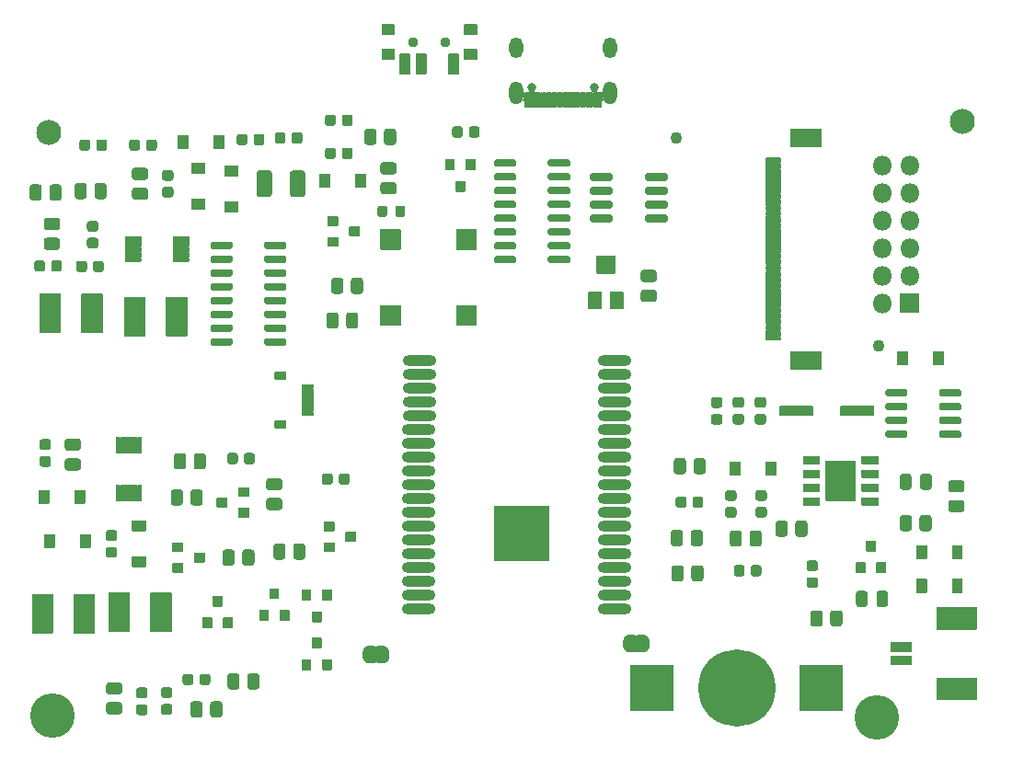
<source format=gbr>
G04 #@! TF.GenerationSoftware,KiCad,Pcbnew,(5.1.10)-1*
G04 #@! TF.CreationDate,2022-04-17T17:45:27+08:00*
G04 #@! TF.ProjectId,epaper-breakout,65706170-6572-42d6-9272-65616b6f7574,rev?*
G04 #@! TF.SameCoordinates,Original*
G04 #@! TF.FileFunction,Soldermask,Top*
G04 #@! TF.FilePolarity,Negative*
%FSLAX46Y46*%
G04 Gerber Fmt 4.6, Leading zero omitted, Abs format (unit mm)*
G04 Created by KiCad (PCBNEW (5.1.10)-1) date 2022-04-17 17:45:27*
%MOMM*%
%LPD*%
G01*
G04 APERTURE LIST*
%ADD10C,7.102011*%
%ADD11C,1.102000*%
%ADD12C,4.102000*%
%ADD13C,0.902000*%
%ADD14O,3.102000X1.002000*%
%ADD15C,0.951986*%
%ADD16C,0.100000*%
%ADD17O,1.301998X2.101996*%
%ADD18O,1.301998X1.901996*%
%ADD19C,0.802024*%
%ADD20C,2.302000*%
%ADD21O,1.802000X1.802000*%
G04 APERTURE END LIST*
D10*
X88740127Y-84690000D03*
G36*
G01*
X82941037Y-82599999D02*
X82941037Y-86780001D01*
G75*
G02*
X82890037Y-86831001I-51000J0D01*
G01*
X78990045Y-86831001D01*
G75*
G02*
X78939045Y-86780001I0J51000D01*
G01*
X78939045Y-82599999D01*
G75*
G02*
X78990045Y-82548999I51000J0D01*
G01*
X82890037Y-82548999D01*
G75*
G02*
X82941037Y-82599999I0J-51000D01*
G01*
G37*
G36*
G01*
X98540955Y-82599999D02*
X98540955Y-86780001D01*
G75*
G02*
X98489955Y-86831001I-51000J0D01*
G01*
X94589963Y-86831001D01*
G75*
G02*
X94538963Y-86780001I0J51000D01*
G01*
X94538963Y-82599999D01*
G75*
G02*
X94589963Y-82548999I51000J0D01*
G01*
X98489955Y-82548999D01*
G75*
G02*
X98540955Y-82599999I0J-51000D01*
G01*
G37*
G36*
G01*
X92728085Y-58731001D02*
X95728079Y-58731001D01*
G75*
G02*
X95779079Y-58782001I0J-51000D01*
G01*
X95779079Y-59581999D01*
G75*
G02*
X95728079Y-59632999I-51000J0D01*
G01*
X92728085Y-59632999D01*
G75*
G02*
X92677085Y-59581999I0J51000D01*
G01*
X92677085Y-58782001D01*
G75*
G02*
X92728085Y-58731001I51000J0D01*
G01*
G37*
G36*
G01*
X98328023Y-58731001D02*
X101328017Y-58731001D01*
G75*
G02*
X101379017Y-58782001I0J-51000D01*
G01*
X101379017Y-59581999D01*
G75*
G02*
X101328017Y-59632999I-51000J0D01*
G01*
X98328023Y-59632999D01*
G75*
G02*
X98277023Y-59581999I0J51000D01*
G01*
X98277023Y-58782001D01*
G75*
G02*
X98328023Y-58731001I51000J0D01*
G01*
G37*
G36*
G01*
X104469000Y-61165500D02*
X104469000Y-61516500D01*
G75*
G02*
X104293500Y-61692000I-175500J0D01*
G01*
X102592500Y-61692000D01*
G75*
G02*
X102417000Y-61516500I0J175500D01*
G01*
X102417000Y-61165500D01*
G75*
G02*
X102592500Y-60990000I175500J0D01*
G01*
X104293500Y-60990000D01*
G75*
G02*
X104469000Y-61165500I0J-175500D01*
G01*
G37*
G36*
G01*
X104469000Y-59895500D02*
X104469000Y-60246500D01*
G75*
G02*
X104293500Y-60422000I-175500J0D01*
G01*
X102592500Y-60422000D01*
G75*
G02*
X102417000Y-60246500I0J175500D01*
G01*
X102417000Y-59895500D01*
G75*
G02*
X102592500Y-59720000I175500J0D01*
G01*
X104293500Y-59720000D01*
G75*
G02*
X104469000Y-59895500I0J-175500D01*
G01*
G37*
G36*
G01*
X104469000Y-58625500D02*
X104469000Y-58976500D01*
G75*
G02*
X104293500Y-59152000I-175500J0D01*
G01*
X102592500Y-59152000D01*
G75*
G02*
X102417000Y-58976500I0J175500D01*
G01*
X102417000Y-58625500D01*
G75*
G02*
X102592500Y-58450000I175500J0D01*
G01*
X104293500Y-58450000D01*
G75*
G02*
X104469000Y-58625500I0J-175500D01*
G01*
G37*
G36*
G01*
X104469000Y-57355500D02*
X104469000Y-57706500D01*
G75*
G02*
X104293500Y-57882000I-175500J0D01*
G01*
X102592500Y-57882000D01*
G75*
G02*
X102417000Y-57706500I0J175500D01*
G01*
X102417000Y-57355500D01*
G75*
G02*
X102592500Y-57180000I175500J0D01*
G01*
X104293500Y-57180000D01*
G75*
G02*
X104469000Y-57355500I0J-175500D01*
G01*
G37*
G36*
G01*
X109419000Y-57355500D02*
X109419000Y-57706500D01*
G75*
G02*
X109243500Y-57882000I-175500J0D01*
G01*
X107542500Y-57882000D01*
G75*
G02*
X107367000Y-57706500I0J175500D01*
G01*
X107367000Y-57355500D01*
G75*
G02*
X107542500Y-57180000I175500J0D01*
G01*
X109243500Y-57180000D01*
G75*
G02*
X109419000Y-57355500I0J-175500D01*
G01*
G37*
G36*
G01*
X109419000Y-58625500D02*
X109419000Y-58976500D01*
G75*
G02*
X109243500Y-59152000I-175500J0D01*
G01*
X107542500Y-59152000D01*
G75*
G02*
X107367000Y-58976500I0J175500D01*
G01*
X107367000Y-58625500D01*
G75*
G02*
X107542500Y-58450000I175500J0D01*
G01*
X109243500Y-58450000D01*
G75*
G02*
X109419000Y-58625500I0J-175500D01*
G01*
G37*
G36*
G01*
X109419000Y-59895500D02*
X109419000Y-60246500D01*
G75*
G02*
X109243500Y-60422000I-175500J0D01*
G01*
X107542500Y-60422000D01*
G75*
G02*
X107367000Y-60246500I0J175500D01*
G01*
X107367000Y-59895500D01*
G75*
G02*
X107542500Y-59720000I175500J0D01*
G01*
X109243500Y-59720000D01*
G75*
G02*
X109419000Y-59895500I0J-175500D01*
G01*
G37*
G36*
G01*
X109419000Y-61165500D02*
X109419000Y-61516500D01*
G75*
G02*
X109243500Y-61692000I-175500J0D01*
G01*
X107542500Y-61692000D01*
G75*
G02*
X107367000Y-61516500I0J175500D01*
G01*
X107367000Y-61165500D01*
G75*
G02*
X107542500Y-60990000I175500J0D01*
G01*
X109243500Y-60990000D01*
G75*
G02*
X109419000Y-61165500I0J-175500D01*
G01*
G37*
D11*
X101800000Y-53200000D03*
G36*
G01*
X53244000Y-48158125D02*
X53244000Y-47205875D01*
G75*
G02*
X53518875Y-46931000I274875J0D01*
G01*
X54096125Y-46931000D01*
G75*
G02*
X54371000Y-47205875I0J-274875D01*
G01*
X54371000Y-48158125D01*
G75*
G02*
X54096125Y-48433000I-274875J0D01*
G01*
X53518875Y-48433000D01*
G75*
G02*
X53244000Y-48158125I0J274875D01*
G01*
G37*
G36*
G01*
X51419000Y-48158125D02*
X51419000Y-47205875D01*
G75*
G02*
X51693875Y-46931000I274875J0D01*
G01*
X52271125Y-46931000D01*
G75*
G02*
X52546000Y-47205875I0J-274875D01*
G01*
X52546000Y-48158125D01*
G75*
G02*
X52271125Y-48433000I-274875J0D01*
G01*
X51693875Y-48433000D01*
G75*
G02*
X51419000Y-48158125I0J274875D01*
G01*
G37*
G36*
G01*
X52101000Y-50398875D02*
X52101000Y-51351125D01*
G75*
G02*
X51826125Y-51626000I-274875J0D01*
G01*
X51248875Y-51626000D01*
G75*
G02*
X50974000Y-51351125I0J274875D01*
G01*
X50974000Y-50398875D01*
G75*
G02*
X51248875Y-50124000I274875J0D01*
G01*
X51826125Y-50124000D01*
G75*
G02*
X52101000Y-50398875I0J-274875D01*
G01*
G37*
G36*
G01*
X53926000Y-50398875D02*
X53926000Y-51351125D01*
G75*
G02*
X53651125Y-51626000I-274875J0D01*
G01*
X53073875Y-51626000D01*
G75*
G02*
X52799000Y-51351125I0J274875D01*
G01*
X52799000Y-50398875D01*
G75*
G02*
X53073875Y-50124000I274875J0D01*
G01*
X53651125Y-50124000D01*
G75*
G02*
X53926000Y-50398875I0J-274875D01*
G01*
G37*
G36*
G01*
X56585000Y-40523500D02*
X56585000Y-41124500D01*
G75*
G02*
X56359500Y-41350000I-225500J0D01*
G01*
X55908500Y-41350000D01*
G75*
G02*
X55683000Y-41124500I0J225500D01*
G01*
X55683000Y-40523500D01*
G75*
G02*
X55908500Y-40298000I225500J0D01*
G01*
X56359500Y-40298000D01*
G75*
G02*
X56585000Y-40523500I0J-225500D01*
G01*
G37*
G36*
G01*
X58235000Y-40523500D02*
X58235000Y-41124500D01*
G75*
G02*
X58009500Y-41350000I-225500J0D01*
G01*
X57558500Y-41350000D01*
G75*
G02*
X57333000Y-41124500I0J225500D01*
G01*
X57333000Y-40523500D01*
G75*
G02*
X57558500Y-40298000I225500J0D01*
G01*
X58009500Y-40298000D01*
G75*
G02*
X58235000Y-40523500I0J-225500D01*
G01*
G37*
G36*
G01*
X53074000Y-43075000D02*
X53074000Y-42275000D01*
G75*
G02*
X53125000Y-42224000I51000J0D01*
G01*
X54025000Y-42224000D01*
G75*
G02*
X54076000Y-42275000I0J-51000D01*
G01*
X54076000Y-43075000D01*
G75*
G02*
X54025000Y-43126000I-51000J0D01*
G01*
X53125000Y-43126000D01*
G75*
G02*
X53074000Y-43075000I0J51000D01*
G01*
G37*
G36*
G01*
X51074000Y-44025000D02*
X51074000Y-43225000D01*
G75*
G02*
X51125000Y-43174000I51000J0D01*
G01*
X52025000Y-43174000D01*
G75*
G02*
X52076000Y-43225000I0J-51000D01*
G01*
X52076000Y-44025000D01*
G75*
G02*
X52025000Y-44076000I-51000J0D01*
G01*
X51125000Y-44076000D01*
G75*
G02*
X51074000Y-44025000I0J51000D01*
G01*
G37*
G36*
G01*
X51074000Y-42125000D02*
X51074000Y-41325000D01*
G75*
G02*
X51125000Y-41274000I51000J0D01*
G01*
X52025000Y-41274000D01*
G75*
G02*
X52076000Y-41325000I0J-51000D01*
G01*
X52076000Y-42125000D01*
G75*
G02*
X52025000Y-42176000I-51000J0D01*
G01*
X51125000Y-42176000D01*
G75*
G02*
X51074000Y-42125000I0J51000D01*
G01*
G37*
G36*
G01*
X32358880Y-52285004D02*
X32358880Y-48764996D01*
G75*
G02*
X32409880Y-48713996I51000J0D01*
G01*
X34283892Y-48713996D01*
G75*
G02*
X34334892Y-48764996I0J-51000D01*
G01*
X34334892Y-52285004D01*
G75*
G02*
X34283892Y-52336004I-51000J0D01*
G01*
X32409880Y-52336004D01*
G75*
G02*
X32358880Y-52285004I0J51000D01*
G01*
G37*
G36*
G01*
X36215108Y-52285004D02*
X36215108Y-48764996D01*
G75*
G02*
X36266108Y-48713996I51000J0D01*
G01*
X38140120Y-48713996D01*
G75*
G02*
X38191120Y-48764996I0J-51000D01*
G01*
X38191120Y-52285004D01*
G75*
G02*
X38140120Y-52336004I-51000J0D01*
G01*
X36266108Y-52336004D01*
G75*
G02*
X36215108Y-52285004I0J51000D01*
G01*
G37*
G36*
G01*
X24578880Y-51982004D02*
X24578880Y-48461996D01*
G75*
G02*
X24629880Y-48410996I51000J0D01*
G01*
X26503892Y-48410996D01*
G75*
G02*
X26554892Y-48461996I0J-51000D01*
G01*
X26554892Y-51982004D01*
G75*
G02*
X26503892Y-52033004I-51000J0D01*
G01*
X24629880Y-52033004D01*
G75*
G02*
X24578880Y-51982004I0J51000D01*
G01*
G37*
G36*
G01*
X28435108Y-51982004D02*
X28435108Y-48461996D01*
G75*
G02*
X28486108Y-48410996I51000J0D01*
G01*
X30360120Y-48410996D01*
G75*
G02*
X30411120Y-48461996I0J-51000D01*
G01*
X30411120Y-51982004D01*
G75*
G02*
X30360120Y-52033004I-51000J0D01*
G01*
X28486108Y-52033004D01*
G75*
G02*
X28435108Y-51982004I0J51000D01*
G01*
G37*
G36*
G01*
X23870766Y-79630004D02*
X23870766Y-76109996D01*
G75*
G02*
X23921766Y-76058996I51000J0D01*
G01*
X25795778Y-76058996D01*
G75*
G02*
X25846778Y-76109996I0J-51000D01*
G01*
X25846778Y-79630004D01*
G75*
G02*
X25795778Y-79681004I-51000J0D01*
G01*
X23921766Y-79681004D01*
G75*
G02*
X23870766Y-79630004I0J51000D01*
G01*
G37*
G36*
G01*
X27726994Y-79630004D02*
X27726994Y-76109996D01*
G75*
G02*
X27777994Y-76058996I51000J0D01*
G01*
X29652006Y-76058996D01*
G75*
G02*
X29703006Y-76109996I0J-51000D01*
G01*
X29703006Y-79630004D01*
G75*
G02*
X29652006Y-79681004I-51000J0D01*
G01*
X27777994Y-79681004D01*
G75*
G02*
X27726994Y-79630004I0J51000D01*
G01*
G37*
G36*
G01*
X30916994Y-79500004D02*
X30916994Y-75979996D01*
G75*
G02*
X30967994Y-75928996I51000J0D01*
G01*
X32842006Y-75928996D01*
G75*
G02*
X32893006Y-75979996I0J-51000D01*
G01*
X32893006Y-79500004D01*
G75*
G02*
X32842006Y-79551004I-51000J0D01*
G01*
X30967994Y-79551004D01*
G75*
G02*
X30916994Y-79500004I0J51000D01*
G01*
G37*
G36*
G01*
X34773222Y-79500004D02*
X34773222Y-75979996D01*
G75*
G02*
X34824222Y-75928996I51000J0D01*
G01*
X36698234Y-75928996D01*
G75*
G02*
X36749234Y-75979996I0J-51000D01*
G01*
X36749234Y-79500004D01*
G75*
G02*
X36698234Y-79551004I-51000J0D01*
G01*
X34824222Y-79551004D01*
G75*
G02*
X34773222Y-79500004I0J51000D01*
G01*
G37*
G36*
G01*
X51351000Y-37425000D02*
X51351000Y-38625000D01*
G75*
G02*
X51300000Y-38676000I-51000J0D01*
G01*
X50400000Y-38676000D01*
G75*
G02*
X50349000Y-38625000I0J51000D01*
G01*
X50349000Y-37425000D01*
G75*
G02*
X50400000Y-37374000I51000J0D01*
G01*
X51300000Y-37374000D01*
G75*
G02*
X51351000Y-37425000I0J-51000D01*
G01*
G37*
G36*
G01*
X54651000Y-37425000D02*
X54651000Y-38625000D01*
G75*
G02*
X54600000Y-38676000I-51000J0D01*
G01*
X53700000Y-38676000D01*
G75*
G02*
X53649000Y-38625000I0J51000D01*
G01*
X53649000Y-37425000D01*
G75*
G02*
X53700000Y-37374000I51000J0D01*
G01*
X54600000Y-37374000D01*
G75*
G02*
X54651000Y-37425000I0J-51000D01*
G01*
G37*
G36*
G01*
X106813000Y-54956000D02*
X106813000Y-53756000D01*
G75*
G02*
X106864000Y-53705000I51000J0D01*
G01*
X107764000Y-53705000D01*
G75*
G02*
X107815000Y-53756000I0J-51000D01*
G01*
X107815000Y-54956000D01*
G75*
G02*
X107764000Y-55007000I-51000J0D01*
G01*
X106864000Y-55007000D01*
G75*
G02*
X106813000Y-54956000I0J51000D01*
G01*
G37*
G36*
G01*
X103513000Y-54956000D02*
X103513000Y-53756000D01*
G75*
G02*
X103564000Y-53705000I51000J0D01*
G01*
X104464000Y-53705000D01*
G75*
G02*
X104515000Y-53756000I0J-51000D01*
G01*
X104515000Y-54956000D01*
G75*
G02*
X104464000Y-55007000I-51000J0D01*
G01*
X103564000Y-55007000D01*
G75*
G02*
X103513000Y-54956000I0J51000D01*
G01*
G37*
G36*
G01*
X89101000Y-63916000D02*
X89101000Y-65116000D01*
G75*
G02*
X89050000Y-65167000I-51000J0D01*
G01*
X88150000Y-65167000D01*
G75*
G02*
X88099000Y-65116000I0J51000D01*
G01*
X88099000Y-63916000D01*
G75*
G02*
X88150000Y-63865000I51000J0D01*
G01*
X89050000Y-63865000D01*
G75*
G02*
X89101000Y-63916000I0J-51000D01*
G01*
G37*
G36*
G01*
X92401000Y-63916000D02*
X92401000Y-65116000D01*
G75*
G02*
X92350000Y-65167000I-51000J0D01*
G01*
X91450000Y-65167000D01*
G75*
G02*
X91399000Y-65116000I0J51000D01*
G01*
X91399000Y-63916000D01*
G75*
G02*
X91450000Y-63865000I51000J0D01*
G01*
X92350000Y-63865000D01*
G75*
G02*
X92401000Y-63916000I0J-51000D01*
G01*
G37*
G36*
G01*
X47785000Y-34345500D02*
X47785000Y-33794500D01*
G75*
G02*
X48035500Y-33544000I250500J0D01*
G01*
X48536500Y-33544000D01*
G75*
G02*
X48787000Y-33794500I0J-250500D01*
G01*
X48787000Y-34345500D01*
G75*
G02*
X48536500Y-34596000I-250500J0D01*
G01*
X48035500Y-34596000D01*
G75*
G02*
X47785000Y-34345500I0J250500D01*
G01*
G37*
G36*
G01*
X46235000Y-34345500D02*
X46235000Y-33794500D01*
G75*
G02*
X46485500Y-33544000I250500J0D01*
G01*
X46986500Y-33544000D01*
G75*
G02*
X47237000Y-33794500I0J-250500D01*
G01*
X47237000Y-34345500D01*
G75*
G02*
X46986500Y-34596000I-250500J0D01*
G01*
X46485500Y-34596000D01*
G75*
G02*
X46235000Y-34345500I0J250500D01*
G01*
G37*
G36*
G01*
X86624500Y-59474000D02*
X87175500Y-59474000D01*
G75*
G02*
X87426000Y-59724500I0J-250500D01*
G01*
X87426000Y-60225500D01*
G75*
G02*
X87175500Y-60476000I-250500J0D01*
G01*
X86624500Y-60476000D01*
G75*
G02*
X86374000Y-60225500I0J250500D01*
G01*
X86374000Y-59724500D01*
G75*
G02*
X86624500Y-59474000I250500J0D01*
G01*
G37*
G36*
G01*
X86624500Y-57924000D02*
X87175500Y-57924000D01*
G75*
G02*
X87426000Y-58174500I0J-250500D01*
G01*
X87426000Y-58675500D01*
G75*
G02*
X87175500Y-58926000I-250500J0D01*
G01*
X86624500Y-58926000D01*
G75*
G02*
X86374000Y-58675500I0J250500D01*
G01*
X86374000Y-58174500D01*
G75*
G02*
X86624500Y-57924000I250500J0D01*
G01*
G37*
G36*
G01*
X88624500Y-59456000D02*
X89175500Y-59456000D01*
G75*
G02*
X89426000Y-59706500I0J-250500D01*
G01*
X89426000Y-60207500D01*
G75*
G02*
X89175500Y-60458000I-250500J0D01*
G01*
X88624500Y-60458000D01*
G75*
G02*
X88374000Y-60207500I0J250500D01*
G01*
X88374000Y-59706500D01*
G75*
G02*
X88624500Y-59456000I250500J0D01*
G01*
G37*
G36*
G01*
X88624500Y-57906000D02*
X89175500Y-57906000D01*
G75*
G02*
X89426000Y-58156500I0J-250500D01*
G01*
X89426000Y-58657500D01*
G75*
G02*
X89175500Y-58908000I-250500J0D01*
G01*
X88624500Y-58908000D01*
G75*
G02*
X88374000Y-58657500I0J250500D01*
G01*
X88374000Y-58156500D01*
G75*
G02*
X88624500Y-57906000I250500J0D01*
G01*
G37*
G36*
G01*
X90656500Y-59456000D02*
X91207500Y-59456000D01*
G75*
G02*
X91458000Y-59706500I0J-250500D01*
G01*
X91458000Y-60207500D01*
G75*
G02*
X91207500Y-60458000I-250500J0D01*
G01*
X90656500Y-60458000D01*
G75*
G02*
X90406000Y-60207500I0J250500D01*
G01*
X90406000Y-59706500D01*
G75*
G02*
X90656500Y-59456000I250500J0D01*
G01*
G37*
G36*
G01*
X90656500Y-57906000D02*
X91207500Y-57906000D01*
G75*
G02*
X91458000Y-58156500I0J-250500D01*
G01*
X91458000Y-58657500D01*
G75*
G02*
X91207500Y-58908000I-250500J0D01*
G01*
X90656500Y-58908000D01*
G75*
G02*
X90406000Y-58657500I0J250500D01*
G01*
X90406000Y-58156500D01*
G75*
G02*
X90656500Y-57906000I250500J0D01*
G01*
G37*
G36*
G01*
X57837994Y-49488108D02*
X57837994Y-51288104D01*
G75*
G02*
X57786994Y-51339104I-51000J0D01*
G01*
X55986998Y-51339104D01*
G75*
G02*
X55935998Y-51288104I0J51000D01*
G01*
X55935998Y-49488108D01*
G75*
G02*
X55986998Y-49437108I51000J0D01*
G01*
X57786994Y-49437108D01*
G75*
G02*
X57837994Y-49488108I0J-51000D01*
G01*
G37*
G36*
G01*
X64814104Y-42511998D02*
X64814104Y-44311994D01*
G75*
G02*
X64763104Y-44362994I-51000J0D01*
G01*
X62963108Y-44362994D01*
G75*
G02*
X62912108Y-44311994I0J51000D01*
G01*
X62912108Y-42511998D01*
G75*
G02*
X62963108Y-42460998I51000J0D01*
G01*
X64763104Y-42460998D01*
G75*
G02*
X64814104Y-42511998I0J-51000D01*
G01*
G37*
G36*
G01*
X64814104Y-49488108D02*
X64814104Y-51288104D01*
G75*
G02*
X64763104Y-51339104I-51000J0D01*
G01*
X62963108Y-51339104D01*
G75*
G02*
X62912108Y-51288104I0J51000D01*
G01*
X62912108Y-49488108D01*
G75*
G02*
X62963108Y-49437108I51000J0D01*
G01*
X64763104Y-49437108D01*
G75*
G02*
X64814104Y-49488108I0J-51000D01*
G01*
G37*
G36*
G01*
X57837994Y-42511998D02*
X57837994Y-44311994D01*
G75*
G02*
X57786994Y-44362994I-51000J0D01*
G01*
X55986998Y-44362994D01*
G75*
G02*
X55935998Y-44311994I0J51000D01*
G01*
X55935998Y-42511998D01*
G75*
G02*
X55986998Y-42460998I51000J0D01*
G01*
X57786994Y-42460998D01*
G75*
G02*
X57837994Y-42511998I0J-51000D01*
G01*
G37*
D12*
X101600000Y-87376000D03*
X25770000Y-87220000D03*
G36*
G01*
X104825838Y-82610347D02*
X102925842Y-82610347D01*
G75*
G02*
X102874842Y-82559347I0J51000D01*
G01*
X102874842Y-81759349D01*
G75*
G02*
X102925842Y-81708349I51000J0D01*
G01*
X104825838Y-81708349D01*
G75*
G02*
X104876838Y-81759349I0J-51000D01*
G01*
X104876838Y-82559347D01*
G75*
G02*
X104825838Y-82610347I-51000J0D01*
G01*
G37*
G36*
G01*
X104825838Y-81360413D02*
X102925842Y-81360413D01*
G75*
G02*
X102874842Y-81309413I0J51000D01*
G01*
X102874842Y-80509415D01*
G75*
G02*
X102925842Y-80458415I51000J0D01*
G01*
X104825838Y-80458415D01*
G75*
G02*
X104876838Y-80509415I0J-51000D01*
G01*
X104876838Y-81309413D01*
G75*
G02*
X104825838Y-81360413I-51000J0D01*
G01*
G37*
G36*
G01*
X110776156Y-79334814D02*
X107176164Y-79334814D01*
G75*
G02*
X107125164Y-79283814I0J51000D01*
G01*
X107125164Y-77283818D01*
G75*
G02*
X107176164Y-77232818I51000J0D01*
G01*
X110776156Y-77232818D01*
G75*
G02*
X110827156Y-77283818I0J-51000D01*
G01*
X110827156Y-79283814D01*
G75*
G02*
X110776156Y-79334814I-51000J0D01*
G01*
G37*
G36*
G01*
X110776156Y-85835182D02*
X107176164Y-85835182D01*
G75*
G02*
X107125164Y-85784182I0J51000D01*
G01*
X107125164Y-83784186D01*
G75*
G02*
X107176164Y-83733186I51000J0D01*
G01*
X110776156Y-83733186D01*
G75*
G02*
X110827156Y-83784186I0J-51000D01*
G01*
X110827156Y-85784182D01*
G75*
G02*
X110776156Y-85835182I-51000J0D01*
G01*
G37*
G36*
G01*
X68464000Y-45093500D02*
X68464000Y-45444500D01*
G75*
G02*
X68288500Y-45620000I-175500J0D01*
G01*
X66587500Y-45620000D01*
G75*
G02*
X66412000Y-45444500I0J175500D01*
G01*
X66412000Y-45093500D01*
G75*
G02*
X66587500Y-44918000I175500J0D01*
G01*
X68288500Y-44918000D01*
G75*
G02*
X68464000Y-45093500I0J-175500D01*
G01*
G37*
G36*
G01*
X68464000Y-43823500D02*
X68464000Y-44174500D01*
G75*
G02*
X68288500Y-44350000I-175500J0D01*
G01*
X66587500Y-44350000D01*
G75*
G02*
X66412000Y-44174500I0J175500D01*
G01*
X66412000Y-43823500D01*
G75*
G02*
X66587500Y-43648000I175500J0D01*
G01*
X68288500Y-43648000D01*
G75*
G02*
X68464000Y-43823500I0J-175500D01*
G01*
G37*
G36*
G01*
X68464000Y-42553500D02*
X68464000Y-42904500D01*
G75*
G02*
X68288500Y-43080000I-175500J0D01*
G01*
X66587500Y-43080000D01*
G75*
G02*
X66412000Y-42904500I0J175500D01*
G01*
X66412000Y-42553500D01*
G75*
G02*
X66587500Y-42378000I175500J0D01*
G01*
X68288500Y-42378000D01*
G75*
G02*
X68464000Y-42553500I0J-175500D01*
G01*
G37*
G36*
G01*
X68464000Y-41283500D02*
X68464000Y-41634500D01*
G75*
G02*
X68288500Y-41810000I-175500J0D01*
G01*
X66587500Y-41810000D01*
G75*
G02*
X66412000Y-41634500I0J175500D01*
G01*
X66412000Y-41283500D01*
G75*
G02*
X66587500Y-41108000I175500J0D01*
G01*
X68288500Y-41108000D01*
G75*
G02*
X68464000Y-41283500I0J-175500D01*
G01*
G37*
G36*
G01*
X68464000Y-40013500D02*
X68464000Y-40364500D01*
G75*
G02*
X68288500Y-40540000I-175500J0D01*
G01*
X66587500Y-40540000D01*
G75*
G02*
X66412000Y-40364500I0J175500D01*
G01*
X66412000Y-40013500D01*
G75*
G02*
X66587500Y-39838000I175500J0D01*
G01*
X68288500Y-39838000D01*
G75*
G02*
X68464000Y-40013500I0J-175500D01*
G01*
G37*
G36*
G01*
X68464000Y-38743500D02*
X68464000Y-39094500D01*
G75*
G02*
X68288500Y-39270000I-175500J0D01*
G01*
X66587500Y-39270000D01*
G75*
G02*
X66412000Y-39094500I0J175500D01*
G01*
X66412000Y-38743500D01*
G75*
G02*
X66587500Y-38568000I175500J0D01*
G01*
X68288500Y-38568000D01*
G75*
G02*
X68464000Y-38743500I0J-175500D01*
G01*
G37*
G36*
G01*
X68464000Y-37473500D02*
X68464000Y-37824500D01*
G75*
G02*
X68288500Y-38000000I-175500J0D01*
G01*
X66587500Y-38000000D01*
G75*
G02*
X66412000Y-37824500I0J175500D01*
G01*
X66412000Y-37473500D01*
G75*
G02*
X66587500Y-37298000I175500J0D01*
G01*
X68288500Y-37298000D01*
G75*
G02*
X68464000Y-37473500I0J-175500D01*
G01*
G37*
G36*
G01*
X68464000Y-36203500D02*
X68464000Y-36554500D01*
G75*
G02*
X68288500Y-36730000I-175500J0D01*
G01*
X66587500Y-36730000D01*
G75*
G02*
X66412000Y-36554500I0J175500D01*
G01*
X66412000Y-36203500D01*
G75*
G02*
X66587500Y-36028000I175500J0D01*
G01*
X68288500Y-36028000D01*
G75*
G02*
X68464000Y-36203500I0J-175500D01*
G01*
G37*
G36*
G01*
X73414000Y-36203500D02*
X73414000Y-36554500D01*
G75*
G02*
X73238500Y-36730000I-175500J0D01*
G01*
X71537500Y-36730000D01*
G75*
G02*
X71362000Y-36554500I0J175500D01*
G01*
X71362000Y-36203500D01*
G75*
G02*
X71537500Y-36028000I175500J0D01*
G01*
X73238500Y-36028000D01*
G75*
G02*
X73414000Y-36203500I0J-175500D01*
G01*
G37*
G36*
G01*
X73414000Y-37473500D02*
X73414000Y-37824500D01*
G75*
G02*
X73238500Y-38000000I-175500J0D01*
G01*
X71537500Y-38000000D01*
G75*
G02*
X71362000Y-37824500I0J175500D01*
G01*
X71362000Y-37473500D01*
G75*
G02*
X71537500Y-37298000I175500J0D01*
G01*
X73238500Y-37298000D01*
G75*
G02*
X73414000Y-37473500I0J-175500D01*
G01*
G37*
G36*
G01*
X73414000Y-38743500D02*
X73414000Y-39094500D01*
G75*
G02*
X73238500Y-39270000I-175500J0D01*
G01*
X71537500Y-39270000D01*
G75*
G02*
X71362000Y-39094500I0J175500D01*
G01*
X71362000Y-38743500D01*
G75*
G02*
X71537500Y-38568000I175500J0D01*
G01*
X73238500Y-38568000D01*
G75*
G02*
X73414000Y-38743500I0J-175500D01*
G01*
G37*
G36*
G01*
X73414000Y-40013500D02*
X73414000Y-40364500D01*
G75*
G02*
X73238500Y-40540000I-175500J0D01*
G01*
X71537500Y-40540000D01*
G75*
G02*
X71362000Y-40364500I0J175500D01*
G01*
X71362000Y-40013500D01*
G75*
G02*
X71537500Y-39838000I175500J0D01*
G01*
X73238500Y-39838000D01*
G75*
G02*
X73414000Y-40013500I0J-175500D01*
G01*
G37*
G36*
G01*
X73414000Y-41283500D02*
X73414000Y-41634500D01*
G75*
G02*
X73238500Y-41810000I-175500J0D01*
G01*
X71537500Y-41810000D01*
G75*
G02*
X71362000Y-41634500I0J175500D01*
G01*
X71362000Y-41283500D01*
G75*
G02*
X71537500Y-41108000I175500J0D01*
G01*
X73238500Y-41108000D01*
G75*
G02*
X73414000Y-41283500I0J-175500D01*
G01*
G37*
G36*
G01*
X73414000Y-42553500D02*
X73414000Y-42904500D01*
G75*
G02*
X73238500Y-43080000I-175500J0D01*
G01*
X71537500Y-43080000D01*
G75*
G02*
X71362000Y-42904500I0J175500D01*
G01*
X71362000Y-42553500D01*
G75*
G02*
X71537500Y-42378000I175500J0D01*
G01*
X73238500Y-42378000D01*
G75*
G02*
X73414000Y-42553500I0J-175500D01*
G01*
G37*
G36*
G01*
X73414000Y-43823500D02*
X73414000Y-44174500D01*
G75*
G02*
X73238500Y-44350000I-175500J0D01*
G01*
X71537500Y-44350000D01*
G75*
G02*
X71362000Y-44174500I0J175500D01*
G01*
X71362000Y-43823500D01*
G75*
G02*
X71537500Y-43648000I175500J0D01*
G01*
X73238500Y-43648000D01*
G75*
G02*
X73414000Y-43823500I0J-175500D01*
G01*
G37*
G36*
G01*
X73414000Y-45093500D02*
X73414000Y-45444500D01*
G75*
G02*
X73238500Y-45620000I-175500J0D01*
G01*
X71537500Y-45620000D01*
G75*
G02*
X71362000Y-45444500I0J175500D01*
G01*
X71362000Y-45093500D01*
G75*
G02*
X71537500Y-44918000I175500J0D01*
G01*
X73238500Y-44918000D01*
G75*
G02*
X73414000Y-45093500I0J-175500D01*
G01*
G37*
G36*
G01*
X94824000Y-64045001D02*
X94824000Y-63394999D01*
G75*
G02*
X94874999Y-63344000I50999J0D01*
G01*
X96375001Y-63344000D01*
G75*
G02*
X96426000Y-63394999I0J-50999D01*
G01*
X96426000Y-64045001D01*
G75*
G02*
X96375001Y-64096000I-50999J0D01*
G01*
X94874999Y-64096000D01*
G75*
G02*
X94824000Y-64045001I0J50999D01*
G01*
G37*
G36*
G01*
X94824000Y-65315001D02*
X94824000Y-64664999D01*
G75*
G02*
X94874999Y-64614000I50999J0D01*
G01*
X96375001Y-64614000D01*
G75*
G02*
X96426000Y-64664999I0J-50999D01*
G01*
X96426000Y-65315001D01*
G75*
G02*
X96375001Y-65366000I-50999J0D01*
G01*
X94874999Y-65366000D01*
G75*
G02*
X94824000Y-65315001I0J50999D01*
G01*
G37*
G36*
G01*
X94824000Y-66585001D02*
X94824000Y-65934999D01*
G75*
G02*
X94874999Y-65884000I50999J0D01*
G01*
X96375001Y-65884000D01*
G75*
G02*
X96426000Y-65934999I0J-50999D01*
G01*
X96426000Y-66585001D01*
G75*
G02*
X96375001Y-66636000I-50999J0D01*
G01*
X94874999Y-66636000D01*
G75*
G02*
X94824000Y-66585001I0J50999D01*
G01*
G37*
G36*
G01*
X94824000Y-67855001D02*
X94824000Y-67204999D01*
G75*
G02*
X94874999Y-67154000I50999J0D01*
G01*
X96375001Y-67154000D01*
G75*
G02*
X96426000Y-67204999I0J-50999D01*
G01*
X96426000Y-67855001D01*
G75*
G02*
X96375001Y-67906000I-50999J0D01*
G01*
X94874999Y-67906000D01*
G75*
G02*
X94824000Y-67855001I0J50999D01*
G01*
G37*
G36*
G01*
X100224000Y-67855001D02*
X100224000Y-67204999D01*
G75*
G02*
X100274999Y-67154000I50999J0D01*
G01*
X101775001Y-67154000D01*
G75*
G02*
X101826000Y-67204999I0J-50999D01*
G01*
X101826000Y-67855001D01*
G75*
G02*
X101775001Y-67906000I-50999J0D01*
G01*
X100274999Y-67906000D01*
G75*
G02*
X100224000Y-67855001I0J50999D01*
G01*
G37*
G36*
G01*
X100224000Y-66585001D02*
X100224000Y-65934999D01*
G75*
G02*
X100274999Y-65884000I50999J0D01*
G01*
X101775001Y-65884000D01*
G75*
G02*
X101826000Y-65934999I0J-50999D01*
G01*
X101826000Y-66585001D01*
G75*
G02*
X101775001Y-66636000I-50999J0D01*
G01*
X100274999Y-66636000D01*
G75*
G02*
X100224000Y-66585001I0J50999D01*
G01*
G37*
G36*
G01*
X100224000Y-65315001D02*
X100224000Y-64664999D01*
G75*
G02*
X100274999Y-64614000I50999J0D01*
G01*
X101775001Y-64614000D01*
G75*
G02*
X101826000Y-64664999I0J-50999D01*
G01*
X101826000Y-65315001D01*
G75*
G02*
X101775001Y-65366000I-50999J0D01*
G01*
X100274999Y-65366000D01*
G75*
G02*
X100224000Y-65315001I0J50999D01*
G01*
G37*
G36*
G01*
X100224000Y-64045001D02*
X100224000Y-63394999D01*
G75*
G02*
X100274999Y-63344000I50999J0D01*
G01*
X101775001Y-63344000D01*
G75*
G02*
X101826000Y-63394999I0J-50999D01*
G01*
X101826000Y-64045001D01*
G75*
G02*
X101775001Y-64096000I-50999J0D01*
G01*
X100274999Y-64096000D01*
G75*
G02*
X100224000Y-64045001I0J50999D01*
G01*
G37*
G36*
G01*
X96924000Y-67425001D02*
X96924000Y-63824999D01*
G75*
G02*
X96974999Y-63774000I50999J0D01*
G01*
X99675001Y-63774000D01*
G75*
G02*
X99726000Y-63824999I0J-50999D01*
G01*
X99726000Y-67425001D01*
G75*
G02*
X99675001Y-67476000I-50999J0D01*
G01*
X96974999Y-67476000D01*
G75*
G02*
X96924000Y-67425001I0J50999D01*
G01*
G37*
G36*
G01*
X45249000Y-44130500D02*
X45249000Y-43779500D01*
G75*
G02*
X45424500Y-43604000I175500J0D01*
G01*
X47125500Y-43604000D01*
G75*
G02*
X47301000Y-43779500I0J-175500D01*
G01*
X47301000Y-44130500D01*
G75*
G02*
X47125500Y-44306000I-175500J0D01*
G01*
X45424500Y-44306000D01*
G75*
G02*
X45249000Y-44130500I0J175500D01*
G01*
G37*
G36*
G01*
X45249000Y-45400500D02*
X45249000Y-45049500D01*
G75*
G02*
X45424500Y-44874000I175500J0D01*
G01*
X47125500Y-44874000D01*
G75*
G02*
X47301000Y-45049500I0J-175500D01*
G01*
X47301000Y-45400500D01*
G75*
G02*
X47125500Y-45576000I-175500J0D01*
G01*
X45424500Y-45576000D01*
G75*
G02*
X45249000Y-45400500I0J175500D01*
G01*
G37*
G36*
G01*
X45249000Y-46670500D02*
X45249000Y-46319500D01*
G75*
G02*
X45424500Y-46144000I175500J0D01*
G01*
X47125500Y-46144000D01*
G75*
G02*
X47301000Y-46319500I0J-175500D01*
G01*
X47301000Y-46670500D01*
G75*
G02*
X47125500Y-46846000I-175500J0D01*
G01*
X45424500Y-46846000D01*
G75*
G02*
X45249000Y-46670500I0J175500D01*
G01*
G37*
G36*
G01*
X45249000Y-47940500D02*
X45249000Y-47589500D01*
G75*
G02*
X45424500Y-47414000I175500J0D01*
G01*
X47125500Y-47414000D01*
G75*
G02*
X47301000Y-47589500I0J-175500D01*
G01*
X47301000Y-47940500D01*
G75*
G02*
X47125500Y-48116000I-175500J0D01*
G01*
X45424500Y-48116000D01*
G75*
G02*
X45249000Y-47940500I0J175500D01*
G01*
G37*
G36*
G01*
X45249000Y-49210500D02*
X45249000Y-48859500D01*
G75*
G02*
X45424500Y-48684000I175500J0D01*
G01*
X47125500Y-48684000D01*
G75*
G02*
X47301000Y-48859500I0J-175500D01*
G01*
X47301000Y-49210500D01*
G75*
G02*
X47125500Y-49386000I-175500J0D01*
G01*
X45424500Y-49386000D01*
G75*
G02*
X45249000Y-49210500I0J175500D01*
G01*
G37*
G36*
G01*
X45249000Y-50480500D02*
X45249000Y-50129500D01*
G75*
G02*
X45424500Y-49954000I175500J0D01*
G01*
X47125500Y-49954000D01*
G75*
G02*
X47301000Y-50129500I0J-175500D01*
G01*
X47301000Y-50480500D01*
G75*
G02*
X47125500Y-50656000I-175500J0D01*
G01*
X45424500Y-50656000D01*
G75*
G02*
X45249000Y-50480500I0J175500D01*
G01*
G37*
G36*
G01*
X45249000Y-51750500D02*
X45249000Y-51399500D01*
G75*
G02*
X45424500Y-51224000I175500J0D01*
G01*
X47125500Y-51224000D01*
G75*
G02*
X47301000Y-51399500I0J-175500D01*
G01*
X47301000Y-51750500D01*
G75*
G02*
X47125500Y-51926000I-175500J0D01*
G01*
X45424500Y-51926000D01*
G75*
G02*
X45249000Y-51750500I0J175500D01*
G01*
G37*
G36*
G01*
X45249000Y-53020500D02*
X45249000Y-52669500D01*
G75*
G02*
X45424500Y-52494000I175500J0D01*
G01*
X47125500Y-52494000D01*
G75*
G02*
X47301000Y-52669500I0J-175500D01*
G01*
X47301000Y-53020500D01*
G75*
G02*
X47125500Y-53196000I-175500J0D01*
G01*
X45424500Y-53196000D01*
G75*
G02*
X45249000Y-53020500I0J175500D01*
G01*
G37*
G36*
G01*
X40299000Y-53020500D02*
X40299000Y-52669500D01*
G75*
G02*
X40474500Y-52494000I175500J0D01*
G01*
X42175500Y-52494000D01*
G75*
G02*
X42351000Y-52669500I0J-175500D01*
G01*
X42351000Y-53020500D01*
G75*
G02*
X42175500Y-53196000I-175500J0D01*
G01*
X40474500Y-53196000D01*
G75*
G02*
X40299000Y-53020500I0J175500D01*
G01*
G37*
G36*
G01*
X40299000Y-51750500D02*
X40299000Y-51399500D01*
G75*
G02*
X40474500Y-51224000I175500J0D01*
G01*
X42175500Y-51224000D01*
G75*
G02*
X42351000Y-51399500I0J-175500D01*
G01*
X42351000Y-51750500D01*
G75*
G02*
X42175500Y-51926000I-175500J0D01*
G01*
X40474500Y-51926000D01*
G75*
G02*
X40299000Y-51750500I0J175500D01*
G01*
G37*
G36*
G01*
X40299000Y-50480500D02*
X40299000Y-50129500D01*
G75*
G02*
X40474500Y-49954000I175500J0D01*
G01*
X42175500Y-49954000D01*
G75*
G02*
X42351000Y-50129500I0J-175500D01*
G01*
X42351000Y-50480500D01*
G75*
G02*
X42175500Y-50656000I-175500J0D01*
G01*
X40474500Y-50656000D01*
G75*
G02*
X40299000Y-50480500I0J175500D01*
G01*
G37*
G36*
G01*
X40299000Y-49210500D02*
X40299000Y-48859500D01*
G75*
G02*
X40474500Y-48684000I175500J0D01*
G01*
X42175500Y-48684000D01*
G75*
G02*
X42351000Y-48859500I0J-175500D01*
G01*
X42351000Y-49210500D01*
G75*
G02*
X42175500Y-49386000I-175500J0D01*
G01*
X40474500Y-49386000D01*
G75*
G02*
X40299000Y-49210500I0J175500D01*
G01*
G37*
G36*
G01*
X40299000Y-47940500D02*
X40299000Y-47589500D01*
G75*
G02*
X40474500Y-47414000I175500J0D01*
G01*
X42175500Y-47414000D01*
G75*
G02*
X42351000Y-47589500I0J-175500D01*
G01*
X42351000Y-47940500D01*
G75*
G02*
X42175500Y-48116000I-175500J0D01*
G01*
X40474500Y-48116000D01*
G75*
G02*
X40299000Y-47940500I0J175500D01*
G01*
G37*
G36*
G01*
X40299000Y-46670500D02*
X40299000Y-46319500D01*
G75*
G02*
X40474500Y-46144000I175500J0D01*
G01*
X42175500Y-46144000D01*
G75*
G02*
X42351000Y-46319500I0J-175500D01*
G01*
X42351000Y-46670500D01*
G75*
G02*
X42175500Y-46846000I-175500J0D01*
G01*
X40474500Y-46846000D01*
G75*
G02*
X40299000Y-46670500I0J175500D01*
G01*
G37*
G36*
G01*
X40299000Y-45400500D02*
X40299000Y-45049500D01*
G75*
G02*
X40474500Y-44874000I175500J0D01*
G01*
X42175500Y-44874000D01*
G75*
G02*
X42351000Y-45049500I0J-175500D01*
G01*
X42351000Y-45400500D01*
G75*
G02*
X42175500Y-45576000I-175500J0D01*
G01*
X40474500Y-45576000D01*
G75*
G02*
X40299000Y-45400500I0J175500D01*
G01*
G37*
G36*
G01*
X40299000Y-44130500D02*
X40299000Y-43779500D01*
G75*
G02*
X40474500Y-43604000I175500J0D01*
G01*
X42175500Y-43604000D01*
G75*
G02*
X42351000Y-43779500I0J-175500D01*
G01*
X42351000Y-44130500D01*
G75*
G02*
X42175500Y-44306000I-175500J0D01*
G01*
X40474500Y-44306000D01*
G75*
G02*
X40299000Y-44130500I0J175500D01*
G01*
G37*
G36*
G01*
X80324000Y-37883000D02*
X80324000Y-37507000D01*
G75*
G02*
X80512000Y-37319000I188000J0D01*
G01*
X82213000Y-37319000D01*
G75*
G02*
X82401000Y-37507000I0J-188000D01*
G01*
X82401000Y-37883000D01*
G75*
G02*
X82213000Y-38071000I-188000J0D01*
G01*
X80512000Y-38071000D01*
G75*
G02*
X80324000Y-37883000I0J188000D01*
G01*
G37*
G36*
G01*
X80324000Y-39153000D02*
X80324000Y-38777000D01*
G75*
G02*
X80512000Y-38589000I188000J0D01*
G01*
X82213000Y-38589000D01*
G75*
G02*
X82401000Y-38777000I0J-188000D01*
G01*
X82401000Y-39153000D01*
G75*
G02*
X82213000Y-39341000I-188000J0D01*
G01*
X80512000Y-39341000D01*
G75*
G02*
X80324000Y-39153000I0J188000D01*
G01*
G37*
G36*
G01*
X80324000Y-40423000D02*
X80324000Y-40047000D01*
G75*
G02*
X80512000Y-39859000I188000J0D01*
G01*
X82213000Y-39859000D01*
G75*
G02*
X82401000Y-40047000I0J-188000D01*
G01*
X82401000Y-40423000D01*
G75*
G02*
X82213000Y-40611000I-188000J0D01*
G01*
X80512000Y-40611000D01*
G75*
G02*
X80324000Y-40423000I0J188000D01*
G01*
G37*
G36*
G01*
X80324000Y-41693000D02*
X80324000Y-41317000D01*
G75*
G02*
X80512000Y-41129000I188000J0D01*
G01*
X82213000Y-41129000D01*
G75*
G02*
X82401000Y-41317000I0J-188000D01*
G01*
X82401000Y-41693000D01*
G75*
G02*
X82213000Y-41881000I-188000J0D01*
G01*
X80512000Y-41881000D01*
G75*
G02*
X80324000Y-41693000I0J188000D01*
G01*
G37*
G36*
G01*
X75249000Y-41693000D02*
X75249000Y-41317000D01*
G75*
G02*
X75437000Y-41129000I188000J0D01*
G01*
X77138000Y-41129000D01*
G75*
G02*
X77326000Y-41317000I0J-188000D01*
G01*
X77326000Y-41693000D01*
G75*
G02*
X77138000Y-41881000I-188000J0D01*
G01*
X75437000Y-41881000D01*
G75*
G02*
X75249000Y-41693000I0J188000D01*
G01*
G37*
G36*
G01*
X75249000Y-40423000D02*
X75249000Y-40047000D01*
G75*
G02*
X75437000Y-39859000I188000J0D01*
G01*
X77138000Y-39859000D01*
G75*
G02*
X77326000Y-40047000I0J-188000D01*
G01*
X77326000Y-40423000D01*
G75*
G02*
X77138000Y-40611000I-188000J0D01*
G01*
X75437000Y-40611000D01*
G75*
G02*
X75249000Y-40423000I0J188000D01*
G01*
G37*
G36*
G01*
X75249000Y-39153000D02*
X75249000Y-38777000D01*
G75*
G02*
X75437000Y-38589000I188000J0D01*
G01*
X77138000Y-38589000D01*
G75*
G02*
X77326000Y-38777000I0J-188000D01*
G01*
X77326000Y-39153000D01*
G75*
G02*
X77138000Y-39341000I-188000J0D01*
G01*
X75437000Y-39341000D01*
G75*
G02*
X75249000Y-39153000I0J188000D01*
G01*
G37*
G36*
G01*
X75249000Y-37883000D02*
X75249000Y-37507000D01*
G75*
G02*
X75437000Y-37319000I188000J0D01*
G01*
X77138000Y-37319000D01*
G75*
G02*
X77326000Y-37507000I0J-188000D01*
G01*
X77326000Y-37883000D01*
G75*
G02*
X77138000Y-38071000I-188000J0D01*
G01*
X75437000Y-38071000D01*
G75*
G02*
X75249000Y-37883000I0J188000D01*
G01*
G37*
G36*
G01*
X96500000Y-34901000D02*
X93700000Y-34901000D01*
G75*
G02*
X93649000Y-34850000I0J51000D01*
G01*
X93649000Y-33250000D01*
G75*
G02*
X93700000Y-33199000I51000J0D01*
G01*
X96500000Y-33199000D01*
G75*
G02*
X96551000Y-33250000I0J-51000D01*
G01*
X96551000Y-34850000D01*
G75*
G02*
X96500000Y-34901000I-51000J0D01*
G01*
G37*
G36*
G01*
X96500000Y-55401000D02*
X93700000Y-55401000D01*
G75*
G02*
X93649000Y-55350000I0J51000D01*
G01*
X93649000Y-53750000D01*
G75*
G02*
X93700000Y-53699000I51000J0D01*
G01*
X96500000Y-53699000D01*
G75*
G02*
X96551000Y-53750000I0J-51000D01*
G01*
X96551000Y-55350000D01*
G75*
G02*
X96500000Y-55401000I-51000J0D01*
G01*
G37*
G36*
G01*
X92750000Y-36226000D02*
X91450000Y-36226000D01*
G75*
G02*
X91399000Y-36175000I0J51000D01*
G01*
X91399000Y-35925000D01*
G75*
G02*
X91450000Y-35874000I51000J0D01*
G01*
X92750000Y-35874000D01*
G75*
G02*
X92801000Y-35925000I0J-51000D01*
G01*
X92801000Y-36175000D01*
G75*
G02*
X92750000Y-36226000I-51000J0D01*
G01*
G37*
G36*
G01*
X92750000Y-36726000D02*
X91450000Y-36726000D01*
G75*
G02*
X91399000Y-36675000I0J51000D01*
G01*
X91399000Y-36425000D01*
G75*
G02*
X91450000Y-36374000I51000J0D01*
G01*
X92750000Y-36374000D01*
G75*
G02*
X92801000Y-36425000I0J-51000D01*
G01*
X92801000Y-36675000D01*
G75*
G02*
X92750000Y-36726000I-51000J0D01*
G01*
G37*
G36*
G01*
X92750000Y-37226000D02*
X91450000Y-37226000D01*
G75*
G02*
X91399000Y-37175000I0J51000D01*
G01*
X91399000Y-36925000D01*
G75*
G02*
X91450000Y-36874000I51000J0D01*
G01*
X92750000Y-36874000D01*
G75*
G02*
X92801000Y-36925000I0J-51000D01*
G01*
X92801000Y-37175000D01*
G75*
G02*
X92750000Y-37226000I-51000J0D01*
G01*
G37*
G36*
G01*
X92750000Y-37726000D02*
X91450000Y-37726000D01*
G75*
G02*
X91399000Y-37675000I0J51000D01*
G01*
X91399000Y-37425000D01*
G75*
G02*
X91450000Y-37374000I51000J0D01*
G01*
X92750000Y-37374000D01*
G75*
G02*
X92801000Y-37425000I0J-51000D01*
G01*
X92801000Y-37675000D01*
G75*
G02*
X92750000Y-37726000I-51000J0D01*
G01*
G37*
G36*
G01*
X92750000Y-38226000D02*
X91450000Y-38226000D01*
G75*
G02*
X91399000Y-38175000I0J51000D01*
G01*
X91399000Y-37925000D01*
G75*
G02*
X91450000Y-37874000I51000J0D01*
G01*
X92750000Y-37874000D01*
G75*
G02*
X92801000Y-37925000I0J-51000D01*
G01*
X92801000Y-38175000D01*
G75*
G02*
X92750000Y-38226000I-51000J0D01*
G01*
G37*
G36*
G01*
X92750000Y-38726000D02*
X91450000Y-38726000D01*
G75*
G02*
X91399000Y-38675000I0J51000D01*
G01*
X91399000Y-38425000D01*
G75*
G02*
X91450000Y-38374000I51000J0D01*
G01*
X92750000Y-38374000D01*
G75*
G02*
X92801000Y-38425000I0J-51000D01*
G01*
X92801000Y-38675000D01*
G75*
G02*
X92750000Y-38726000I-51000J0D01*
G01*
G37*
G36*
G01*
X92750000Y-39226000D02*
X91450000Y-39226000D01*
G75*
G02*
X91399000Y-39175000I0J51000D01*
G01*
X91399000Y-38925000D01*
G75*
G02*
X91450000Y-38874000I51000J0D01*
G01*
X92750000Y-38874000D01*
G75*
G02*
X92801000Y-38925000I0J-51000D01*
G01*
X92801000Y-39175000D01*
G75*
G02*
X92750000Y-39226000I-51000J0D01*
G01*
G37*
G36*
G01*
X92750000Y-39726000D02*
X91450000Y-39726000D01*
G75*
G02*
X91399000Y-39675000I0J51000D01*
G01*
X91399000Y-39425000D01*
G75*
G02*
X91450000Y-39374000I51000J0D01*
G01*
X92750000Y-39374000D01*
G75*
G02*
X92801000Y-39425000I0J-51000D01*
G01*
X92801000Y-39675000D01*
G75*
G02*
X92750000Y-39726000I-51000J0D01*
G01*
G37*
G36*
G01*
X92750000Y-40226000D02*
X91450000Y-40226000D01*
G75*
G02*
X91399000Y-40175000I0J51000D01*
G01*
X91399000Y-39925000D01*
G75*
G02*
X91450000Y-39874000I51000J0D01*
G01*
X92750000Y-39874000D01*
G75*
G02*
X92801000Y-39925000I0J-51000D01*
G01*
X92801000Y-40175000D01*
G75*
G02*
X92750000Y-40226000I-51000J0D01*
G01*
G37*
G36*
G01*
X92750000Y-40726000D02*
X91450000Y-40726000D01*
G75*
G02*
X91399000Y-40675000I0J51000D01*
G01*
X91399000Y-40425000D01*
G75*
G02*
X91450000Y-40374000I51000J0D01*
G01*
X92750000Y-40374000D01*
G75*
G02*
X92801000Y-40425000I0J-51000D01*
G01*
X92801000Y-40675000D01*
G75*
G02*
X92750000Y-40726000I-51000J0D01*
G01*
G37*
G36*
G01*
X92750000Y-41226000D02*
X91450000Y-41226000D01*
G75*
G02*
X91399000Y-41175000I0J51000D01*
G01*
X91399000Y-40925000D01*
G75*
G02*
X91450000Y-40874000I51000J0D01*
G01*
X92750000Y-40874000D01*
G75*
G02*
X92801000Y-40925000I0J-51000D01*
G01*
X92801000Y-41175000D01*
G75*
G02*
X92750000Y-41226000I-51000J0D01*
G01*
G37*
G36*
G01*
X92750000Y-41726000D02*
X91450000Y-41726000D01*
G75*
G02*
X91399000Y-41675000I0J51000D01*
G01*
X91399000Y-41425000D01*
G75*
G02*
X91450000Y-41374000I51000J0D01*
G01*
X92750000Y-41374000D01*
G75*
G02*
X92801000Y-41425000I0J-51000D01*
G01*
X92801000Y-41675000D01*
G75*
G02*
X92750000Y-41726000I-51000J0D01*
G01*
G37*
G36*
G01*
X92750000Y-42226000D02*
X91450000Y-42226000D01*
G75*
G02*
X91399000Y-42175000I0J51000D01*
G01*
X91399000Y-41925000D01*
G75*
G02*
X91450000Y-41874000I51000J0D01*
G01*
X92750000Y-41874000D01*
G75*
G02*
X92801000Y-41925000I0J-51000D01*
G01*
X92801000Y-42175000D01*
G75*
G02*
X92750000Y-42226000I-51000J0D01*
G01*
G37*
G36*
G01*
X92750000Y-42726000D02*
X91450000Y-42726000D01*
G75*
G02*
X91399000Y-42675000I0J51000D01*
G01*
X91399000Y-42425000D01*
G75*
G02*
X91450000Y-42374000I51000J0D01*
G01*
X92750000Y-42374000D01*
G75*
G02*
X92801000Y-42425000I0J-51000D01*
G01*
X92801000Y-42675000D01*
G75*
G02*
X92750000Y-42726000I-51000J0D01*
G01*
G37*
G36*
G01*
X92750000Y-43226000D02*
X91450000Y-43226000D01*
G75*
G02*
X91399000Y-43175000I0J51000D01*
G01*
X91399000Y-42925000D01*
G75*
G02*
X91450000Y-42874000I51000J0D01*
G01*
X92750000Y-42874000D01*
G75*
G02*
X92801000Y-42925000I0J-51000D01*
G01*
X92801000Y-43175000D01*
G75*
G02*
X92750000Y-43226000I-51000J0D01*
G01*
G37*
G36*
G01*
X92750000Y-43726000D02*
X91450000Y-43726000D01*
G75*
G02*
X91399000Y-43675000I0J51000D01*
G01*
X91399000Y-43425000D01*
G75*
G02*
X91450000Y-43374000I51000J0D01*
G01*
X92750000Y-43374000D01*
G75*
G02*
X92801000Y-43425000I0J-51000D01*
G01*
X92801000Y-43675000D01*
G75*
G02*
X92750000Y-43726000I-51000J0D01*
G01*
G37*
G36*
G01*
X92750000Y-44226000D02*
X91450000Y-44226000D01*
G75*
G02*
X91399000Y-44175000I0J51000D01*
G01*
X91399000Y-43925000D01*
G75*
G02*
X91450000Y-43874000I51000J0D01*
G01*
X92750000Y-43874000D01*
G75*
G02*
X92801000Y-43925000I0J-51000D01*
G01*
X92801000Y-44175000D01*
G75*
G02*
X92750000Y-44226000I-51000J0D01*
G01*
G37*
G36*
G01*
X92750000Y-44726000D02*
X91450000Y-44726000D01*
G75*
G02*
X91399000Y-44675000I0J51000D01*
G01*
X91399000Y-44425000D01*
G75*
G02*
X91450000Y-44374000I51000J0D01*
G01*
X92750000Y-44374000D01*
G75*
G02*
X92801000Y-44425000I0J-51000D01*
G01*
X92801000Y-44675000D01*
G75*
G02*
X92750000Y-44726000I-51000J0D01*
G01*
G37*
G36*
G01*
X92750000Y-45226000D02*
X91450000Y-45226000D01*
G75*
G02*
X91399000Y-45175000I0J51000D01*
G01*
X91399000Y-44925000D01*
G75*
G02*
X91450000Y-44874000I51000J0D01*
G01*
X92750000Y-44874000D01*
G75*
G02*
X92801000Y-44925000I0J-51000D01*
G01*
X92801000Y-45175000D01*
G75*
G02*
X92750000Y-45226000I-51000J0D01*
G01*
G37*
G36*
G01*
X92750000Y-45726000D02*
X91450000Y-45726000D01*
G75*
G02*
X91399000Y-45675000I0J51000D01*
G01*
X91399000Y-45425000D01*
G75*
G02*
X91450000Y-45374000I51000J0D01*
G01*
X92750000Y-45374000D01*
G75*
G02*
X92801000Y-45425000I0J-51000D01*
G01*
X92801000Y-45675000D01*
G75*
G02*
X92750000Y-45726000I-51000J0D01*
G01*
G37*
G36*
G01*
X92750000Y-46226000D02*
X91450000Y-46226000D01*
G75*
G02*
X91399000Y-46175000I0J51000D01*
G01*
X91399000Y-45925000D01*
G75*
G02*
X91450000Y-45874000I51000J0D01*
G01*
X92750000Y-45874000D01*
G75*
G02*
X92801000Y-45925000I0J-51000D01*
G01*
X92801000Y-46175000D01*
G75*
G02*
X92750000Y-46226000I-51000J0D01*
G01*
G37*
G36*
G01*
X92750000Y-46726000D02*
X91450000Y-46726000D01*
G75*
G02*
X91399000Y-46675000I0J51000D01*
G01*
X91399000Y-46425000D01*
G75*
G02*
X91450000Y-46374000I51000J0D01*
G01*
X92750000Y-46374000D01*
G75*
G02*
X92801000Y-46425000I0J-51000D01*
G01*
X92801000Y-46675000D01*
G75*
G02*
X92750000Y-46726000I-51000J0D01*
G01*
G37*
G36*
G01*
X92750000Y-47226000D02*
X91450000Y-47226000D01*
G75*
G02*
X91399000Y-47175000I0J51000D01*
G01*
X91399000Y-46925000D01*
G75*
G02*
X91450000Y-46874000I51000J0D01*
G01*
X92750000Y-46874000D01*
G75*
G02*
X92801000Y-46925000I0J-51000D01*
G01*
X92801000Y-47175000D01*
G75*
G02*
X92750000Y-47226000I-51000J0D01*
G01*
G37*
G36*
G01*
X92750000Y-47726000D02*
X91450000Y-47726000D01*
G75*
G02*
X91399000Y-47675000I0J51000D01*
G01*
X91399000Y-47425000D01*
G75*
G02*
X91450000Y-47374000I51000J0D01*
G01*
X92750000Y-47374000D01*
G75*
G02*
X92801000Y-47425000I0J-51000D01*
G01*
X92801000Y-47675000D01*
G75*
G02*
X92750000Y-47726000I-51000J0D01*
G01*
G37*
G36*
G01*
X92750000Y-48226000D02*
X91450000Y-48226000D01*
G75*
G02*
X91399000Y-48175000I0J51000D01*
G01*
X91399000Y-47925000D01*
G75*
G02*
X91450000Y-47874000I51000J0D01*
G01*
X92750000Y-47874000D01*
G75*
G02*
X92801000Y-47925000I0J-51000D01*
G01*
X92801000Y-48175000D01*
G75*
G02*
X92750000Y-48226000I-51000J0D01*
G01*
G37*
G36*
G01*
X92750000Y-48726000D02*
X91450000Y-48726000D01*
G75*
G02*
X91399000Y-48675000I0J51000D01*
G01*
X91399000Y-48425000D01*
G75*
G02*
X91450000Y-48374000I51000J0D01*
G01*
X92750000Y-48374000D01*
G75*
G02*
X92801000Y-48425000I0J-51000D01*
G01*
X92801000Y-48675000D01*
G75*
G02*
X92750000Y-48726000I-51000J0D01*
G01*
G37*
G36*
G01*
X92750000Y-49226000D02*
X91450000Y-49226000D01*
G75*
G02*
X91399000Y-49175000I0J51000D01*
G01*
X91399000Y-48925000D01*
G75*
G02*
X91450000Y-48874000I51000J0D01*
G01*
X92750000Y-48874000D01*
G75*
G02*
X92801000Y-48925000I0J-51000D01*
G01*
X92801000Y-49175000D01*
G75*
G02*
X92750000Y-49226000I-51000J0D01*
G01*
G37*
G36*
G01*
X92750000Y-49726000D02*
X91450000Y-49726000D01*
G75*
G02*
X91399000Y-49675000I0J51000D01*
G01*
X91399000Y-49425000D01*
G75*
G02*
X91450000Y-49374000I51000J0D01*
G01*
X92750000Y-49374000D01*
G75*
G02*
X92801000Y-49425000I0J-51000D01*
G01*
X92801000Y-49675000D01*
G75*
G02*
X92750000Y-49726000I-51000J0D01*
G01*
G37*
G36*
G01*
X92750000Y-50226000D02*
X91450000Y-50226000D01*
G75*
G02*
X91399000Y-50175000I0J51000D01*
G01*
X91399000Y-49925000D01*
G75*
G02*
X91450000Y-49874000I51000J0D01*
G01*
X92750000Y-49874000D01*
G75*
G02*
X92801000Y-49925000I0J-51000D01*
G01*
X92801000Y-50175000D01*
G75*
G02*
X92750000Y-50226000I-51000J0D01*
G01*
G37*
G36*
G01*
X92750000Y-50726000D02*
X91450000Y-50726000D01*
G75*
G02*
X91399000Y-50675000I0J51000D01*
G01*
X91399000Y-50425000D01*
G75*
G02*
X91450000Y-50374000I51000J0D01*
G01*
X92750000Y-50374000D01*
G75*
G02*
X92801000Y-50425000I0J-51000D01*
G01*
X92801000Y-50675000D01*
G75*
G02*
X92750000Y-50726000I-51000J0D01*
G01*
G37*
G36*
G01*
X92750000Y-51226000D02*
X91450000Y-51226000D01*
G75*
G02*
X91399000Y-51175000I0J51000D01*
G01*
X91399000Y-50925000D01*
G75*
G02*
X91450000Y-50874000I51000J0D01*
G01*
X92750000Y-50874000D01*
G75*
G02*
X92801000Y-50925000I0J-51000D01*
G01*
X92801000Y-51175000D01*
G75*
G02*
X92750000Y-51226000I-51000J0D01*
G01*
G37*
G36*
G01*
X92750000Y-51726000D02*
X91450000Y-51726000D01*
G75*
G02*
X91399000Y-51675000I0J51000D01*
G01*
X91399000Y-51425000D01*
G75*
G02*
X91450000Y-51374000I51000J0D01*
G01*
X92750000Y-51374000D01*
G75*
G02*
X92801000Y-51425000I0J-51000D01*
G01*
X92801000Y-51675000D01*
G75*
G02*
X92750000Y-51726000I-51000J0D01*
G01*
G37*
G36*
G01*
X92750000Y-52226000D02*
X91450000Y-52226000D01*
G75*
G02*
X91399000Y-52175000I0J51000D01*
G01*
X91399000Y-51925000D01*
G75*
G02*
X91450000Y-51874000I51000J0D01*
G01*
X92750000Y-51874000D01*
G75*
G02*
X92801000Y-51925000I0J-51000D01*
G01*
X92801000Y-52175000D01*
G75*
G02*
X92750000Y-52226000I-51000J0D01*
G01*
G37*
G36*
G01*
X92750000Y-52726000D02*
X91450000Y-52726000D01*
G75*
G02*
X91399000Y-52675000I0J51000D01*
G01*
X91399000Y-52425000D01*
G75*
G02*
X91450000Y-52374000I51000J0D01*
G01*
X92750000Y-52374000D01*
G75*
G02*
X92801000Y-52425000I0J-51000D01*
G01*
X92801000Y-52675000D01*
G75*
G02*
X92750000Y-52726000I-51000J0D01*
G01*
G37*
D13*
X70925000Y-72505000D03*
G36*
G01*
X71476000Y-67995000D02*
X71476000Y-72995000D01*
G75*
G02*
X71425000Y-73046000I-51000J0D01*
G01*
X66425000Y-73046000D01*
G75*
G02*
X66374000Y-72995000I0J51000D01*
G01*
X66374000Y-67995000D01*
G75*
G02*
X66425000Y-67944000I51000J0D01*
G01*
X71425000Y-67944000D01*
G75*
G02*
X71476000Y-67995000I0J-51000D01*
G01*
G37*
D14*
X77525000Y-77415000D03*
X77525000Y-76145000D03*
X77525000Y-74875000D03*
X77525000Y-73605000D03*
X77525000Y-72335000D03*
X77525000Y-71065000D03*
X77525000Y-69795000D03*
X77525000Y-68525000D03*
X77525000Y-67255000D03*
X77525000Y-65985000D03*
X77525000Y-64715000D03*
X77525000Y-63445000D03*
X77525000Y-62175000D03*
X77525000Y-60905000D03*
X77525000Y-59605000D03*
X77525000Y-58335000D03*
X77525000Y-57065000D03*
X77525000Y-55795000D03*
X77525000Y-54525000D03*
X59525000Y-54525000D03*
X59525000Y-55795000D03*
X59525000Y-57065000D03*
X59525000Y-58335000D03*
X59525000Y-59605000D03*
X59495000Y-60905000D03*
X59495000Y-62175000D03*
X59495000Y-63445000D03*
X59495000Y-64715000D03*
X59495000Y-65985000D03*
X59495000Y-67255000D03*
X59495000Y-68525000D03*
X59495000Y-69795000D03*
X59495000Y-71065000D03*
X59495000Y-72335000D03*
X59495000Y-73605000D03*
X59495000Y-74875000D03*
X59495000Y-76145000D03*
X59495000Y-77415000D03*
D13*
X70925000Y-71505000D03*
X70925000Y-70505000D03*
X70925000Y-69505000D03*
X70925000Y-68505000D03*
X69925000Y-68505000D03*
X69925000Y-69505000D03*
X69925000Y-70505000D03*
X69925000Y-71505000D03*
X69925000Y-72505000D03*
X67925000Y-72505000D03*
X67925000Y-71505000D03*
X67925000Y-70505000D03*
X67925000Y-69505000D03*
X67925000Y-68505000D03*
X68925000Y-68505000D03*
X68925000Y-69505000D03*
X68925000Y-70505000D03*
X68925000Y-71505000D03*
X68925000Y-72505000D03*
X66925000Y-68505000D03*
X66925000Y-69505000D03*
X66925000Y-70505000D03*
X66925000Y-71505000D03*
X66925000Y-72505000D03*
G36*
G01*
X62909000Y-38021000D02*
X63709000Y-38021000D01*
G75*
G02*
X63760000Y-38072000I0J-51000D01*
G01*
X63760000Y-38972000D01*
G75*
G02*
X63709000Y-39023000I-51000J0D01*
G01*
X62909000Y-39023000D01*
G75*
G02*
X62858000Y-38972000I0J51000D01*
G01*
X62858000Y-38072000D01*
G75*
G02*
X62909000Y-38021000I51000J0D01*
G01*
G37*
G36*
G01*
X61959000Y-36021000D02*
X62759000Y-36021000D01*
G75*
G02*
X62810000Y-36072000I0J-51000D01*
G01*
X62810000Y-36972000D01*
G75*
G02*
X62759000Y-37023000I-51000J0D01*
G01*
X61959000Y-37023000D01*
G75*
G02*
X61908000Y-36972000I0J51000D01*
G01*
X61908000Y-36072000D01*
G75*
G02*
X61959000Y-36021000I51000J0D01*
G01*
G37*
G36*
G01*
X63859000Y-36021000D02*
X64659000Y-36021000D01*
G75*
G02*
X64710000Y-36072000I0J-51000D01*
G01*
X64710000Y-36972000D01*
G75*
G02*
X64659000Y-37023000I-51000J0D01*
G01*
X63859000Y-37023000D01*
G75*
G02*
X63808000Y-36972000I0J51000D01*
G01*
X63808000Y-36072000D01*
G75*
G02*
X63859000Y-36021000I51000J0D01*
G01*
G37*
G36*
G01*
X33951000Y-45150000D02*
X33951000Y-45450000D01*
G75*
G02*
X33900000Y-45501000I-51000J0D01*
G01*
X32500000Y-45501000D01*
G75*
G02*
X32449000Y-45450000I0J51000D01*
G01*
X32449000Y-45150000D01*
G75*
G02*
X32500000Y-45099000I51000J0D01*
G01*
X33900000Y-45099000D01*
G75*
G02*
X33951000Y-45150000I0J-51000D01*
G01*
G37*
G36*
G01*
X33951000Y-44650000D02*
X33951000Y-44950000D01*
G75*
G02*
X33900000Y-45001000I-51000J0D01*
G01*
X32500000Y-45001000D01*
G75*
G02*
X32449000Y-44950000I0J51000D01*
G01*
X32449000Y-44650000D01*
G75*
G02*
X32500000Y-44599000I51000J0D01*
G01*
X33900000Y-44599000D01*
G75*
G02*
X33951000Y-44650000I0J-51000D01*
G01*
G37*
G36*
G01*
X33951000Y-44150000D02*
X33951000Y-44450000D01*
G75*
G02*
X33900000Y-44501000I-51000J0D01*
G01*
X32500000Y-44501000D01*
G75*
G02*
X32449000Y-44450000I0J51000D01*
G01*
X32449000Y-44150000D01*
G75*
G02*
X32500000Y-44099000I51000J0D01*
G01*
X33900000Y-44099000D01*
G75*
G02*
X33951000Y-44150000I0J-51000D01*
G01*
G37*
G36*
G01*
X33951000Y-43650000D02*
X33951000Y-43950000D01*
G75*
G02*
X33900000Y-44001000I-51000J0D01*
G01*
X32500000Y-44001000D01*
G75*
G02*
X32449000Y-43950000I0J51000D01*
G01*
X32449000Y-43650000D01*
G75*
G02*
X32500000Y-43599000I51000J0D01*
G01*
X33900000Y-43599000D01*
G75*
G02*
X33951000Y-43650000I0J-51000D01*
G01*
G37*
G36*
G01*
X33951000Y-43150000D02*
X33951000Y-43450000D01*
G75*
G02*
X33900000Y-43501000I-51000J0D01*
G01*
X32500000Y-43501000D01*
G75*
G02*
X32449000Y-43450000I0J51000D01*
G01*
X32449000Y-43150000D01*
G75*
G02*
X32500000Y-43099000I51000J0D01*
G01*
X33900000Y-43099000D01*
G75*
G02*
X33951000Y-43150000I0J-51000D01*
G01*
G37*
G36*
G01*
X38351000Y-43150000D02*
X38351000Y-43450000D01*
G75*
G02*
X38300000Y-43501000I-51000J0D01*
G01*
X36900000Y-43501000D01*
G75*
G02*
X36849000Y-43450000I0J51000D01*
G01*
X36849000Y-43150000D01*
G75*
G02*
X36900000Y-43099000I51000J0D01*
G01*
X38300000Y-43099000D01*
G75*
G02*
X38351000Y-43150000I0J-51000D01*
G01*
G37*
G36*
G01*
X38351000Y-43650000D02*
X38351000Y-43950000D01*
G75*
G02*
X38300000Y-44001000I-51000J0D01*
G01*
X36900000Y-44001000D01*
G75*
G02*
X36849000Y-43950000I0J51000D01*
G01*
X36849000Y-43650000D01*
G75*
G02*
X36900000Y-43599000I51000J0D01*
G01*
X38300000Y-43599000D01*
G75*
G02*
X38351000Y-43650000I0J-51000D01*
G01*
G37*
G36*
G01*
X38351000Y-44150000D02*
X38351000Y-44450000D01*
G75*
G02*
X38300000Y-44501000I-51000J0D01*
G01*
X36900000Y-44501000D01*
G75*
G02*
X36849000Y-44450000I0J51000D01*
G01*
X36849000Y-44150000D01*
G75*
G02*
X36900000Y-44099000I51000J0D01*
G01*
X38300000Y-44099000D01*
G75*
G02*
X38351000Y-44150000I0J-51000D01*
G01*
G37*
G36*
G01*
X38351000Y-44650000D02*
X38351000Y-44950000D01*
G75*
G02*
X38300000Y-45001000I-51000J0D01*
G01*
X36900000Y-45001000D01*
G75*
G02*
X36849000Y-44950000I0J51000D01*
G01*
X36849000Y-44650000D01*
G75*
G02*
X36900000Y-44599000I51000J0D01*
G01*
X38300000Y-44599000D01*
G75*
G02*
X38351000Y-44650000I0J-51000D01*
G01*
G37*
G36*
G01*
X38351000Y-45150000D02*
X38351000Y-45450000D01*
G75*
G02*
X38300000Y-45501000I-51000J0D01*
G01*
X36900000Y-45501000D01*
G75*
G02*
X36849000Y-45450000I0J51000D01*
G01*
X36849000Y-45150000D01*
G75*
G02*
X36900000Y-45099000I51000J0D01*
G01*
X38300000Y-45099000D01*
G75*
G02*
X38351000Y-45150000I0J-51000D01*
G01*
G37*
G36*
G01*
X33655000Y-66019000D02*
X33955000Y-66019000D01*
G75*
G02*
X34006000Y-66070000I0J-51000D01*
G01*
X34006000Y-67470000D01*
G75*
G02*
X33955000Y-67521000I-51000J0D01*
G01*
X33655000Y-67521000D01*
G75*
G02*
X33604000Y-67470000I0J51000D01*
G01*
X33604000Y-66070000D01*
G75*
G02*
X33655000Y-66019000I51000J0D01*
G01*
G37*
G36*
G01*
X33155000Y-66019000D02*
X33455000Y-66019000D01*
G75*
G02*
X33506000Y-66070000I0J-51000D01*
G01*
X33506000Y-67470000D01*
G75*
G02*
X33455000Y-67521000I-51000J0D01*
G01*
X33155000Y-67521000D01*
G75*
G02*
X33104000Y-67470000I0J51000D01*
G01*
X33104000Y-66070000D01*
G75*
G02*
X33155000Y-66019000I51000J0D01*
G01*
G37*
G36*
G01*
X32655000Y-66019000D02*
X32955000Y-66019000D01*
G75*
G02*
X33006000Y-66070000I0J-51000D01*
G01*
X33006000Y-67470000D01*
G75*
G02*
X32955000Y-67521000I-51000J0D01*
G01*
X32655000Y-67521000D01*
G75*
G02*
X32604000Y-67470000I0J51000D01*
G01*
X32604000Y-66070000D01*
G75*
G02*
X32655000Y-66019000I51000J0D01*
G01*
G37*
G36*
G01*
X32155000Y-66019000D02*
X32455000Y-66019000D01*
G75*
G02*
X32506000Y-66070000I0J-51000D01*
G01*
X32506000Y-67470000D01*
G75*
G02*
X32455000Y-67521000I-51000J0D01*
G01*
X32155000Y-67521000D01*
G75*
G02*
X32104000Y-67470000I0J51000D01*
G01*
X32104000Y-66070000D01*
G75*
G02*
X32155000Y-66019000I51000J0D01*
G01*
G37*
G36*
G01*
X31655000Y-66019000D02*
X31955000Y-66019000D01*
G75*
G02*
X32006000Y-66070000I0J-51000D01*
G01*
X32006000Y-67470000D01*
G75*
G02*
X31955000Y-67521000I-51000J0D01*
G01*
X31655000Y-67521000D01*
G75*
G02*
X31604000Y-67470000I0J51000D01*
G01*
X31604000Y-66070000D01*
G75*
G02*
X31655000Y-66019000I51000J0D01*
G01*
G37*
G36*
G01*
X31655000Y-61619000D02*
X31955000Y-61619000D01*
G75*
G02*
X32006000Y-61670000I0J-51000D01*
G01*
X32006000Y-63070000D01*
G75*
G02*
X31955000Y-63121000I-51000J0D01*
G01*
X31655000Y-63121000D01*
G75*
G02*
X31604000Y-63070000I0J51000D01*
G01*
X31604000Y-61670000D01*
G75*
G02*
X31655000Y-61619000I51000J0D01*
G01*
G37*
G36*
G01*
X32155000Y-61619000D02*
X32455000Y-61619000D01*
G75*
G02*
X32506000Y-61670000I0J-51000D01*
G01*
X32506000Y-63070000D01*
G75*
G02*
X32455000Y-63121000I-51000J0D01*
G01*
X32155000Y-63121000D01*
G75*
G02*
X32104000Y-63070000I0J51000D01*
G01*
X32104000Y-61670000D01*
G75*
G02*
X32155000Y-61619000I51000J0D01*
G01*
G37*
G36*
G01*
X32655000Y-61619000D02*
X32955000Y-61619000D01*
G75*
G02*
X33006000Y-61670000I0J-51000D01*
G01*
X33006000Y-63070000D01*
G75*
G02*
X32955000Y-63121000I-51000J0D01*
G01*
X32655000Y-63121000D01*
G75*
G02*
X32604000Y-63070000I0J51000D01*
G01*
X32604000Y-61670000D01*
G75*
G02*
X32655000Y-61619000I51000J0D01*
G01*
G37*
G36*
G01*
X33155000Y-61619000D02*
X33455000Y-61619000D01*
G75*
G02*
X33506000Y-61670000I0J-51000D01*
G01*
X33506000Y-63070000D01*
G75*
G02*
X33455000Y-63121000I-51000J0D01*
G01*
X33155000Y-63121000D01*
G75*
G02*
X33104000Y-63070000I0J51000D01*
G01*
X33104000Y-61670000D01*
G75*
G02*
X33155000Y-61619000I51000J0D01*
G01*
G37*
G36*
G01*
X33655000Y-61619000D02*
X33955000Y-61619000D01*
G75*
G02*
X34006000Y-61670000I0J-51000D01*
G01*
X34006000Y-63070000D01*
G75*
G02*
X33955000Y-63121000I-51000J0D01*
G01*
X33655000Y-63121000D01*
G75*
G02*
X33604000Y-63070000I0J51000D01*
G01*
X33604000Y-61670000D01*
G75*
G02*
X33655000Y-61619000I51000J0D01*
G01*
G37*
G36*
G01*
X52724000Y-71200000D02*
X52724000Y-70400000D01*
G75*
G02*
X52775000Y-70349000I51000J0D01*
G01*
X53675000Y-70349000D01*
G75*
G02*
X53726000Y-70400000I0J-51000D01*
G01*
X53726000Y-71200000D01*
G75*
G02*
X53675000Y-71251000I-51000J0D01*
G01*
X52775000Y-71251000D01*
G75*
G02*
X52724000Y-71200000I0J51000D01*
G01*
G37*
G36*
G01*
X50724000Y-72150000D02*
X50724000Y-71350000D01*
G75*
G02*
X50775000Y-71299000I51000J0D01*
G01*
X51675000Y-71299000D01*
G75*
G02*
X51726000Y-71350000I0J-51000D01*
G01*
X51726000Y-72150000D01*
G75*
G02*
X51675000Y-72201000I-51000J0D01*
G01*
X50775000Y-72201000D01*
G75*
G02*
X50724000Y-72150000I0J51000D01*
G01*
G37*
G36*
G01*
X50724000Y-70250000D02*
X50724000Y-69450000D01*
G75*
G02*
X50775000Y-69399000I51000J0D01*
G01*
X51675000Y-69399000D01*
G75*
G02*
X51726000Y-69450000I0J-51000D01*
G01*
X51726000Y-70250000D01*
G75*
G02*
X51675000Y-70301000I-51000J0D01*
G01*
X50775000Y-70301000D01*
G75*
G02*
X50724000Y-70250000I0J51000D01*
G01*
G37*
D11*
X83200000Y-34075000D03*
G36*
G01*
X64850999Y-25910002D02*
X64850999Y-26839998D01*
G75*
G02*
X64799999Y-26890998I-51000J0D01*
G01*
X63700001Y-26890998D01*
G75*
G02*
X63649001Y-26839998I0J51000D01*
G01*
X63649001Y-25910002D01*
G75*
G02*
X63700001Y-25859002I51000J0D01*
G01*
X64799999Y-25859002D01*
G75*
G02*
X64850999Y-25910002I0J-51000D01*
G01*
G37*
G36*
G01*
X64850999Y-23640004D02*
X64850999Y-24570000D01*
G75*
G02*
X64799999Y-24621000I-51000J0D01*
G01*
X63700001Y-24621000D01*
G75*
G02*
X63649001Y-24570000I0J51000D01*
G01*
X63649001Y-23640004D01*
G75*
G02*
X63700001Y-23589004I51000J0D01*
G01*
X64799999Y-23589004D01*
G75*
G02*
X64850999Y-23640004I0J-51000D01*
G01*
G37*
G36*
G01*
X57251065Y-23640004D02*
X57251065Y-24570000D01*
G75*
G02*
X57200065Y-24621000I-51000J0D01*
G01*
X56100067Y-24621000D01*
G75*
G02*
X56049067Y-24570000I0J51000D01*
G01*
X56049067Y-23640004D01*
G75*
G02*
X56100067Y-23589004I51000J0D01*
G01*
X57200065Y-23589004D01*
G75*
G02*
X57251065Y-23640004I0J-51000D01*
G01*
G37*
G36*
G01*
X57251065Y-25910002D02*
X57251065Y-26839998D01*
G75*
G02*
X57200065Y-26890998I-51000J0D01*
G01*
X56100067Y-26890998D01*
G75*
G02*
X56049067Y-26839998I0J51000D01*
G01*
X56049067Y-25910002D01*
G75*
G02*
X56100067Y-25859002I51000J0D01*
G01*
X57200065Y-25859002D01*
G75*
G02*
X57251065Y-25910002I0J-51000D01*
G01*
G37*
G36*
G01*
X58701227Y-26371876D02*
X58701227Y-28171872D01*
G75*
G02*
X58650227Y-28222872I-51000J0D01*
G01*
X57750229Y-28222872D01*
G75*
G02*
X57699229Y-28171872I0J51000D01*
G01*
X57699229Y-26371876D01*
G75*
G02*
X57750229Y-26320876I51000J0D01*
G01*
X58650227Y-26320876D01*
G75*
G02*
X58701227Y-26371876I0J-51000D01*
G01*
G37*
G36*
G01*
X60201097Y-26371876D02*
X60201097Y-28171872D01*
G75*
G02*
X60150097Y-28222872I-51000J0D01*
G01*
X59250099Y-28222872D01*
G75*
G02*
X59199099Y-28171872I0J51000D01*
G01*
X59199099Y-26371876D01*
G75*
G02*
X59250099Y-26320876I51000J0D01*
G01*
X60150097Y-26320876D01*
G75*
G02*
X60201097Y-26371876I0J-51000D01*
G01*
G37*
G36*
G01*
X63201091Y-26371876D02*
X63201091Y-28171872D01*
G75*
G02*
X63150091Y-28222872I-51000J0D01*
G01*
X62250093Y-28222872D01*
G75*
G02*
X62199093Y-28171872I0J51000D01*
G01*
X62199093Y-26371876D01*
G75*
G02*
X62250093Y-26320876I51000J0D01*
G01*
X63150091Y-26320876D01*
G75*
G02*
X63201091Y-26371876I0J-51000D01*
G01*
G37*
D15*
X61950030Y-25240128D03*
X58950036Y-25240128D03*
G36*
G01*
X75049054Y-49799982D02*
X75049054Y-48299986D01*
G75*
G02*
X75100054Y-48248986I51000J0D01*
G01*
X76299950Y-48248986D01*
G75*
G02*
X76350950Y-48299986I0J-51000D01*
G01*
X76350950Y-49799982D01*
G75*
G02*
X76299950Y-49850982I-51000J0D01*
G01*
X75100054Y-49850982D01*
G75*
G02*
X75049054Y-49799982I0J51000D01*
G01*
G37*
G36*
G01*
X77049050Y-49799982D02*
X77049050Y-48299986D01*
G75*
G02*
X77100050Y-48248986I51000J0D01*
G01*
X78299946Y-48248986D01*
G75*
G02*
X78350946Y-48299986I0J-51000D01*
G01*
X78350946Y-49799982D01*
G75*
G02*
X78299946Y-49850982I-51000J0D01*
G01*
X77100050Y-49850982D01*
G75*
G02*
X77049050Y-49799982I0J51000D01*
G01*
G37*
G36*
G01*
X75849002Y-46550014D02*
X75849002Y-44950018D01*
G75*
G02*
X75900002Y-44899018I51000J0D01*
G01*
X77499998Y-44899018D01*
G75*
G02*
X77550998Y-44950018I0J-51000D01*
G01*
X77550998Y-46550014D01*
G75*
G02*
X77499998Y-46601014I-51000J0D01*
G01*
X75900002Y-46601014D01*
G75*
G02*
X75849002Y-46550014I0J51000D01*
G01*
G37*
G36*
G01*
X56228875Y-38125000D02*
X57181125Y-38125000D01*
G75*
G02*
X57456000Y-38399875I0J-274875D01*
G01*
X57456000Y-38977125D01*
G75*
G02*
X57181125Y-39252000I-274875J0D01*
G01*
X56228875Y-39252000D01*
G75*
G02*
X55954000Y-38977125I0J274875D01*
G01*
X55954000Y-38399875D01*
G75*
G02*
X56228875Y-38125000I274875J0D01*
G01*
G37*
G36*
G01*
X56228875Y-36300000D02*
X57181125Y-36300000D01*
G75*
G02*
X57456000Y-36574875I0J-274875D01*
G01*
X57456000Y-37152125D01*
G75*
G02*
X57181125Y-37427000I-274875J0D01*
G01*
X56228875Y-37427000D01*
G75*
G02*
X55954000Y-37152125I0J274875D01*
G01*
X55954000Y-36574875D01*
G75*
G02*
X56228875Y-36300000I274875J0D01*
G01*
G37*
G36*
G01*
X55594000Y-33489875D02*
X55594000Y-34442125D01*
G75*
G02*
X55319125Y-34717000I-274875J0D01*
G01*
X54741875Y-34717000D01*
G75*
G02*
X54467000Y-34442125I0J274875D01*
G01*
X54467000Y-33489875D01*
G75*
G02*
X54741875Y-33215000I274875J0D01*
G01*
X55319125Y-33215000D01*
G75*
G02*
X55594000Y-33489875I0J-274875D01*
G01*
G37*
G36*
G01*
X57419000Y-33489875D02*
X57419000Y-34442125D01*
G75*
G02*
X57144125Y-34717000I-274875J0D01*
G01*
X56566875Y-34717000D01*
G75*
G02*
X56292000Y-34442125I0J274875D01*
G01*
X56292000Y-33489875D01*
G75*
G02*
X56566875Y-33215000I274875J0D01*
G01*
X57144125Y-33215000D01*
G75*
G02*
X57419000Y-33489875I0J-274875D01*
G01*
G37*
G36*
G01*
X84561500Y-74626125D02*
X84561500Y-73673875D01*
G75*
G02*
X84836375Y-73399000I274875J0D01*
G01*
X85413625Y-73399000D01*
G75*
G02*
X85688500Y-73673875I0J-274875D01*
G01*
X85688500Y-74626125D01*
G75*
G02*
X85413625Y-74901000I-274875J0D01*
G01*
X84836375Y-74901000D01*
G75*
G02*
X84561500Y-74626125I0J274875D01*
G01*
G37*
G36*
G01*
X82736500Y-74626125D02*
X82736500Y-73673875D01*
G75*
G02*
X83011375Y-73399000I274875J0D01*
G01*
X83588625Y-73399000D01*
G75*
G02*
X83863500Y-73673875I0J-274875D01*
G01*
X83863500Y-74626125D01*
G75*
G02*
X83588625Y-74901000I-274875J0D01*
G01*
X83011375Y-74901000D01*
G75*
G02*
X82736500Y-74626125I0J274875D01*
G01*
G37*
G36*
G01*
X83801000Y-70423875D02*
X83801000Y-71376125D01*
G75*
G02*
X83526125Y-71651000I-274875J0D01*
G01*
X82948875Y-71651000D01*
G75*
G02*
X82674000Y-71376125I0J274875D01*
G01*
X82674000Y-70423875D01*
G75*
G02*
X82948875Y-70149000I274875J0D01*
G01*
X83526125Y-70149000D01*
G75*
G02*
X83801000Y-70423875I0J-274875D01*
G01*
G37*
G36*
G01*
X85626000Y-70423875D02*
X85626000Y-71376125D01*
G75*
G02*
X85351125Y-71651000I-274875J0D01*
G01*
X84773875Y-71651000D01*
G75*
G02*
X84499000Y-71376125I0J274875D01*
G01*
X84499000Y-70423875D01*
G75*
G02*
X84773875Y-70149000I274875J0D01*
G01*
X85351125Y-70149000D01*
G75*
G02*
X85626000Y-70423875I0J-274875D01*
G01*
G37*
G36*
G01*
X43001000Y-83623875D02*
X43001000Y-84576125D01*
G75*
G02*
X42726125Y-84851000I-274875J0D01*
G01*
X42148875Y-84851000D01*
G75*
G02*
X41874000Y-84576125I0J274875D01*
G01*
X41874000Y-83623875D01*
G75*
G02*
X42148875Y-83349000I274875J0D01*
G01*
X42726125Y-83349000D01*
G75*
G02*
X43001000Y-83623875I0J-274875D01*
G01*
G37*
G36*
G01*
X44826000Y-83623875D02*
X44826000Y-84576125D01*
G75*
G02*
X44551125Y-84851000I-274875J0D01*
G01*
X43973875Y-84851000D01*
G75*
G02*
X43699000Y-84576125I0J274875D01*
G01*
X43699000Y-83623875D01*
G75*
G02*
X43973875Y-83349000I274875J0D01*
G01*
X44551125Y-83349000D01*
G75*
G02*
X44826000Y-83623875I0J-274875D01*
G01*
G37*
G36*
G01*
X25495000Y-39572125D02*
X25495000Y-38619875D01*
G75*
G02*
X25769875Y-38345000I274875J0D01*
G01*
X26347125Y-38345000D01*
G75*
G02*
X26622000Y-38619875I0J-274875D01*
G01*
X26622000Y-39572125D01*
G75*
G02*
X26347125Y-39847000I-274875J0D01*
G01*
X25769875Y-39847000D01*
G75*
G02*
X25495000Y-39572125I0J274875D01*
G01*
G37*
G36*
G01*
X23670000Y-39572125D02*
X23670000Y-38619875D01*
G75*
G02*
X23944875Y-38345000I274875J0D01*
G01*
X24522125Y-38345000D01*
G75*
G02*
X24797000Y-38619875I0J-274875D01*
G01*
X24797000Y-39572125D01*
G75*
G02*
X24522125Y-39847000I-274875J0D01*
G01*
X23944875Y-39847000D01*
G75*
G02*
X23670000Y-39572125I0J274875D01*
G01*
G37*
G36*
G01*
X33368875Y-38633000D02*
X34321125Y-38633000D01*
G75*
G02*
X34596000Y-38907875I0J-274875D01*
G01*
X34596000Y-39485125D01*
G75*
G02*
X34321125Y-39760000I-274875J0D01*
G01*
X33368875Y-39760000D01*
G75*
G02*
X33094000Y-39485125I0J274875D01*
G01*
X33094000Y-38907875D01*
G75*
G02*
X33368875Y-38633000I274875J0D01*
G01*
G37*
G36*
G01*
X33368875Y-36808000D02*
X34321125Y-36808000D01*
G75*
G02*
X34596000Y-37082875I0J-274875D01*
G01*
X34596000Y-37660125D01*
G75*
G02*
X34321125Y-37935000I-274875J0D01*
G01*
X33368875Y-37935000D01*
G75*
G02*
X33094000Y-37660125I0J274875D01*
G01*
X33094000Y-37082875D01*
G75*
G02*
X33368875Y-36808000I274875J0D01*
G01*
G37*
G36*
G01*
X29636500Y-39426125D02*
X29636500Y-38473875D01*
G75*
G02*
X29911375Y-38199000I274875J0D01*
G01*
X30488625Y-38199000D01*
G75*
G02*
X30763500Y-38473875I0J-274875D01*
G01*
X30763500Y-39426125D01*
G75*
G02*
X30488625Y-39701000I-274875J0D01*
G01*
X29911375Y-39701000D01*
G75*
G02*
X29636500Y-39426125I0J274875D01*
G01*
G37*
G36*
G01*
X27811500Y-39426125D02*
X27811500Y-38473875D01*
G75*
G02*
X28086375Y-38199000I274875J0D01*
G01*
X28663625Y-38199000D01*
G75*
G02*
X28938500Y-38473875I0J-274875D01*
G01*
X28938500Y-39426125D01*
G75*
G02*
X28663625Y-39701000I-274875J0D01*
G01*
X28086375Y-39701000D01*
G75*
G02*
X27811500Y-39426125I0J274875D01*
G01*
G37*
G36*
G01*
X25248875Y-43249000D02*
X26201125Y-43249000D01*
G75*
G02*
X26476000Y-43523875I0J-274875D01*
G01*
X26476000Y-44101125D01*
G75*
G02*
X26201125Y-44376000I-274875J0D01*
G01*
X25248875Y-44376000D01*
G75*
G02*
X24974000Y-44101125I0J274875D01*
G01*
X24974000Y-43523875D01*
G75*
G02*
X25248875Y-43249000I274875J0D01*
G01*
G37*
G36*
G01*
X25248875Y-41424000D02*
X26201125Y-41424000D01*
G75*
G02*
X26476000Y-41698875I0J-274875D01*
G01*
X26476000Y-42276125D01*
G75*
G02*
X26201125Y-42551000I-274875J0D01*
G01*
X25248875Y-42551000D01*
G75*
G02*
X24974000Y-42276125I0J274875D01*
G01*
X24974000Y-41698875D01*
G75*
G02*
X25248875Y-41424000I274875J0D01*
G01*
G37*
G36*
G01*
X47226000Y-71663875D02*
X47226000Y-72616125D01*
G75*
G02*
X46951125Y-72891000I-274875J0D01*
G01*
X46373875Y-72891000D01*
G75*
G02*
X46099000Y-72616125I0J274875D01*
G01*
X46099000Y-71663875D01*
G75*
G02*
X46373875Y-71389000I274875J0D01*
G01*
X46951125Y-71389000D01*
G75*
G02*
X47226000Y-71663875I0J-274875D01*
G01*
G37*
G36*
G01*
X49051000Y-71663875D02*
X49051000Y-72616125D01*
G75*
G02*
X48776125Y-72891000I-274875J0D01*
G01*
X48198875Y-72891000D01*
G75*
G02*
X47924000Y-72616125I0J274875D01*
G01*
X47924000Y-71663875D01*
G75*
G02*
X48198875Y-71389000I274875J0D01*
G01*
X48776125Y-71389000D01*
G75*
G02*
X49051000Y-71663875I0J-274875D01*
G01*
G37*
G36*
G01*
X80168875Y-48039000D02*
X81121125Y-48039000D01*
G75*
G02*
X81396000Y-48313875I0J-274875D01*
G01*
X81396000Y-48891125D01*
G75*
G02*
X81121125Y-49166000I-274875J0D01*
G01*
X80168875Y-49166000D01*
G75*
G02*
X79894000Y-48891125I0J274875D01*
G01*
X79894000Y-48313875D01*
G75*
G02*
X80168875Y-48039000I274875J0D01*
G01*
G37*
G36*
G01*
X80168875Y-46214000D02*
X81121125Y-46214000D01*
G75*
G02*
X81396000Y-46488875I0J-274875D01*
G01*
X81396000Y-47066125D01*
G75*
G02*
X81121125Y-47341000I-274875J0D01*
G01*
X80168875Y-47341000D01*
G75*
G02*
X79894000Y-47066125I0J274875D01*
G01*
X79894000Y-46488875D01*
G75*
G02*
X80168875Y-46214000I274875J0D01*
G01*
G37*
G36*
G01*
X37786000Y-66693875D02*
X37786000Y-67646125D01*
G75*
G02*
X37511125Y-67921000I-274875J0D01*
G01*
X36933875Y-67921000D01*
G75*
G02*
X36659000Y-67646125I0J274875D01*
G01*
X36659000Y-66693875D01*
G75*
G02*
X36933875Y-66419000I274875J0D01*
G01*
X37511125Y-66419000D01*
G75*
G02*
X37786000Y-66693875I0J-274875D01*
G01*
G37*
G36*
G01*
X39611000Y-66693875D02*
X39611000Y-67646125D01*
G75*
G02*
X39336125Y-67921000I-274875J0D01*
G01*
X38758875Y-67921000D01*
G75*
G02*
X38484000Y-67646125I0J274875D01*
G01*
X38484000Y-66693875D01*
G75*
G02*
X38758875Y-66419000I274875J0D01*
G01*
X39336125Y-66419000D01*
G75*
G02*
X39611000Y-66693875I0J-274875D01*
G01*
G37*
G36*
G01*
X46667125Y-66515000D02*
X45714875Y-66515000D01*
G75*
G02*
X45440000Y-66240125I0J274875D01*
G01*
X45440000Y-65662875D01*
G75*
G02*
X45714875Y-65388000I274875J0D01*
G01*
X46667125Y-65388000D01*
G75*
G02*
X46942000Y-65662875I0J-274875D01*
G01*
X46942000Y-66240125D01*
G75*
G02*
X46667125Y-66515000I-274875J0D01*
G01*
G37*
G36*
G01*
X46667125Y-68340000D02*
X45714875Y-68340000D01*
G75*
G02*
X45440000Y-68065125I0J274875D01*
G01*
X45440000Y-67487875D01*
G75*
G02*
X45714875Y-67213000I274875J0D01*
G01*
X46667125Y-67213000D01*
G75*
G02*
X46942000Y-67487875I0J-274875D01*
G01*
X46942000Y-68065125D01*
G75*
G02*
X46667125Y-68340000I-274875J0D01*
G01*
G37*
G36*
G01*
X89226000Y-70473875D02*
X89226000Y-71426125D01*
G75*
G02*
X88951125Y-71701000I-274875J0D01*
G01*
X88373875Y-71701000D01*
G75*
G02*
X88099000Y-71426125I0J274875D01*
G01*
X88099000Y-70473875D01*
G75*
G02*
X88373875Y-70199000I274875J0D01*
G01*
X88951125Y-70199000D01*
G75*
G02*
X89226000Y-70473875I0J-274875D01*
G01*
G37*
G36*
G01*
X91051000Y-70473875D02*
X91051000Y-71426125D01*
G75*
G02*
X90776125Y-71701000I-274875J0D01*
G01*
X90198875Y-71701000D01*
G75*
G02*
X89924000Y-71426125I0J274875D01*
G01*
X89924000Y-70473875D01*
G75*
G02*
X90198875Y-70199000I274875J0D01*
G01*
X90776125Y-70199000D01*
G75*
G02*
X91051000Y-70473875I0J-274875D01*
G01*
G37*
G36*
G01*
X93440000Y-69557875D02*
X93440000Y-70510125D01*
G75*
G02*
X93165125Y-70785000I-274875J0D01*
G01*
X92587875Y-70785000D01*
G75*
G02*
X92313000Y-70510125I0J274875D01*
G01*
X92313000Y-69557875D01*
G75*
G02*
X92587875Y-69283000I274875J0D01*
G01*
X93165125Y-69283000D01*
G75*
G02*
X93440000Y-69557875I0J-274875D01*
G01*
G37*
G36*
G01*
X95265000Y-69557875D02*
X95265000Y-70510125D01*
G75*
G02*
X94990125Y-70785000I-274875J0D01*
G01*
X94412875Y-70785000D01*
G75*
G02*
X94138000Y-70510125I0J274875D01*
G01*
X94138000Y-69557875D01*
G75*
G02*
X94412875Y-69283000I274875J0D01*
G01*
X94990125Y-69283000D01*
G75*
G02*
X95265000Y-69557875I0J-274875D01*
G01*
G37*
G36*
G01*
X105568000Y-70002125D02*
X105568000Y-69049875D01*
G75*
G02*
X105842875Y-68775000I274875J0D01*
G01*
X106420125Y-68775000D01*
G75*
G02*
X106695000Y-69049875I0J-274875D01*
G01*
X106695000Y-70002125D01*
G75*
G02*
X106420125Y-70277000I-274875J0D01*
G01*
X105842875Y-70277000D01*
G75*
G02*
X105568000Y-70002125I0J274875D01*
G01*
G37*
G36*
G01*
X103743000Y-70002125D02*
X103743000Y-69049875D01*
G75*
G02*
X104017875Y-68775000I274875J0D01*
G01*
X104595125Y-68775000D01*
G75*
G02*
X104870000Y-69049875I0J-274875D01*
G01*
X104870000Y-70002125D01*
G75*
G02*
X104595125Y-70277000I-274875J0D01*
G01*
X104017875Y-70277000D01*
G75*
G02*
X103743000Y-70002125I0J274875D01*
G01*
G37*
G36*
G01*
X40293500Y-87152125D02*
X40293500Y-86199875D01*
G75*
G02*
X40568375Y-85925000I274875J0D01*
G01*
X41145625Y-85925000D01*
G75*
G02*
X41420500Y-86199875I0J-274875D01*
G01*
X41420500Y-87152125D01*
G75*
G02*
X41145625Y-87427000I-274875J0D01*
G01*
X40568375Y-87427000D01*
G75*
G02*
X40293500Y-87152125I0J274875D01*
G01*
G37*
G36*
G01*
X38468500Y-87152125D02*
X38468500Y-86199875D01*
G75*
G02*
X38743375Y-85925000I274875J0D01*
G01*
X39320625Y-85925000D01*
G75*
G02*
X39595500Y-86199875I0J-274875D01*
G01*
X39595500Y-87152125D01*
G75*
G02*
X39320625Y-87427000I-274875J0D01*
G01*
X38743375Y-87427000D01*
G75*
G02*
X38468500Y-87152125I0J274875D01*
G01*
G37*
G36*
G01*
X30982875Y-86009000D02*
X31935125Y-86009000D01*
G75*
G02*
X32210000Y-86283875I0J-274875D01*
G01*
X32210000Y-86861125D01*
G75*
G02*
X31935125Y-87136000I-274875J0D01*
G01*
X30982875Y-87136000D01*
G75*
G02*
X30708000Y-86861125I0J274875D01*
G01*
X30708000Y-86283875D01*
G75*
G02*
X30982875Y-86009000I274875J0D01*
G01*
G37*
G36*
G01*
X30982875Y-84184000D02*
X31935125Y-84184000D01*
G75*
G02*
X32210000Y-84458875I0J-274875D01*
G01*
X32210000Y-85036125D01*
G75*
G02*
X31935125Y-85311000I-274875J0D01*
G01*
X30982875Y-85311000D01*
G75*
G02*
X30708000Y-85036125I0J274875D01*
G01*
X30708000Y-84458875D01*
G75*
G02*
X30982875Y-84184000I274875J0D01*
G01*
G37*
G36*
G01*
X38774000Y-64316125D02*
X38774000Y-63363875D01*
G75*
G02*
X39048875Y-63089000I274875J0D01*
G01*
X39626125Y-63089000D01*
G75*
G02*
X39901000Y-63363875I0J-274875D01*
G01*
X39901000Y-64316125D01*
G75*
G02*
X39626125Y-64591000I-274875J0D01*
G01*
X39048875Y-64591000D01*
G75*
G02*
X38774000Y-64316125I0J274875D01*
G01*
G37*
G36*
G01*
X36949000Y-64316125D02*
X36949000Y-63363875D01*
G75*
G02*
X37223875Y-63089000I274875J0D01*
G01*
X37801125Y-63089000D01*
G75*
G02*
X38076000Y-63363875I0J-274875D01*
G01*
X38076000Y-64316125D01*
G75*
G02*
X37801125Y-64591000I-274875J0D01*
G01*
X37223875Y-64591000D01*
G75*
G02*
X36949000Y-64316125I0J274875D01*
G01*
G37*
G36*
G01*
X27172875Y-63553500D02*
X28125125Y-63553500D01*
G75*
G02*
X28400000Y-63828375I0J-274875D01*
G01*
X28400000Y-64405625D01*
G75*
G02*
X28125125Y-64680500I-274875J0D01*
G01*
X27172875Y-64680500D01*
G75*
G02*
X26898000Y-64405625I0J274875D01*
G01*
X26898000Y-63828375D01*
G75*
G02*
X27172875Y-63553500I274875J0D01*
G01*
G37*
G36*
G01*
X27172875Y-61728500D02*
X28125125Y-61728500D01*
G75*
G02*
X28400000Y-62003375I0J-274875D01*
G01*
X28400000Y-62580625D01*
G75*
G02*
X28125125Y-62855500I-274875J0D01*
G01*
X27172875Y-62855500D01*
G75*
G02*
X26898000Y-62580625I0J274875D01*
G01*
X26898000Y-62003375D01*
G75*
G02*
X27172875Y-61728500I274875J0D01*
G01*
G37*
G36*
G01*
X97349000Y-78776125D02*
X97349000Y-77823875D01*
G75*
G02*
X97623875Y-77549000I274875J0D01*
G01*
X98201125Y-77549000D01*
G75*
G02*
X98476000Y-77823875I0J-274875D01*
G01*
X98476000Y-78776125D01*
G75*
G02*
X98201125Y-79051000I-274875J0D01*
G01*
X97623875Y-79051000D01*
G75*
G02*
X97349000Y-78776125I0J274875D01*
G01*
G37*
G36*
G01*
X95524000Y-78776125D02*
X95524000Y-77823875D01*
G75*
G02*
X95798875Y-77549000I274875J0D01*
G01*
X96376125Y-77549000D01*
G75*
G02*
X96651000Y-77823875I0J-274875D01*
G01*
X96651000Y-78776125D01*
G75*
G02*
X96376125Y-79051000I-274875J0D01*
G01*
X95798875Y-79051000D01*
G75*
G02*
X95524000Y-78776125I0J274875D01*
G01*
G37*
G36*
G01*
X109442125Y-66707000D02*
X108489875Y-66707000D01*
G75*
G02*
X108215000Y-66432125I0J274875D01*
G01*
X108215000Y-65854875D01*
G75*
G02*
X108489875Y-65580000I274875J0D01*
G01*
X109442125Y-65580000D01*
G75*
G02*
X109717000Y-65854875I0J-274875D01*
G01*
X109717000Y-66432125D01*
G75*
G02*
X109442125Y-66707000I-274875J0D01*
G01*
G37*
G36*
G01*
X109442125Y-68532000D02*
X108489875Y-68532000D01*
G75*
G02*
X108215000Y-68257125I0J274875D01*
G01*
X108215000Y-67679875D01*
G75*
G02*
X108489875Y-67405000I274875J0D01*
G01*
X109442125Y-67405000D01*
G75*
G02*
X109717000Y-67679875I0J-274875D01*
G01*
X109717000Y-68257125D01*
G75*
G02*
X109442125Y-68532000I-274875J0D01*
G01*
G37*
G36*
G01*
X42540000Y-72229875D02*
X42540000Y-73182125D01*
G75*
G02*
X42265125Y-73457000I-274875J0D01*
G01*
X41687875Y-73457000D01*
G75*
G02*
X41413000Y-73182125I0J274875D01*
G01*
X41413000Y-72229875D01*
G75*
G02*
X41687875Y-71955000I274875J0D01*
G01*
X42265125Y-71955000D01*
G75*
G02*
X42540000Y-72229875I0J-274875D01*
G01*
G37*
G36*
G01*
X44365000Y-72229875D02*
X44365000Y-73182125D01*
G75*
G02*
X44090125Y-73457000I-274875J0D01*
G01*
X43512875Y-73457000D01*
G75*
G02*
X43238000Y-73182125I0J274875D01*
G01*
X43238000Y-72229875D01*
G75*
G02*
X43512875Y-71955000I274875J0D01*
G01*
X44090125Y-71955000D01*
G75*
G02*
X44365000Y-72229875I0J-274875D01*
G01*
G37*
G36*
G01*
X38816000Y-73106000D02*
X38816000Y-72306000D01*
G75*
G02*
X38867000Y-72255000I51000J0D01*
G01*
X39767000Y-72255000D01*
G75*
G02*
X39818000Y-72306000I0J-51000D01*
G01*
X39818000Y-73106000D01*
G75*
G02*
X39767000Y-73157000I-51000J0D01*
G01*
X38867000Y-73157000D01*
G75*
G02*
X38816000Y-73106000I0J51000D01*
G01*
G37*
G36*
G01*
X36816000Y-74056000D02*
X36816000Y-73256000D01*
G75*
G02*
X36867000Y-73205000I51000J0D01*
G01*
X37767000Y-73205000D01*
G75*
G02*
X37818000Y-73256000I0J-51000D01*
G01*
X37818000Y-74056000D01*
G75*
G02*
X37767000Y-74107000I-51000J0D01*
G01*
X36867000Y-74107000D01*
G75*
G02*
X36816000Y-74056000I0J51000D01*
G01*
G37*
G36*
G01*
X36816000Y-72156000D02*
X36816000Y-71356000D01*
G75*
G02*
X36867000Y-71305000I51000J0D01*
G01*
X37767000Y-71305000D01*
G75*
G02*
X37818000Y-71356000I0J-51000D01*
G01*
X37818000Y-72156000D01*
G75*
G02*
X37767000Y-72207000I-51000J0D01*
G01*
X36867000Y-72207000D01*
G75*
G02*
X36816000Y-72156000I0J51000D01*
G01*
G37*
G36*
G01*
X49701000Y-77645000D02*
X50501000Y-77645000D01*
G75*
G02*
X50552000Y-77696000I0J-51000D01*
G01*
X50552000Y-78596000D01*
G75*
G02*
X50501000Y-78647000I-51000J0D01*
G01*
X49701000Y-78647000D01*
G75*
G02*
X49650000Y-78596000I0J51000D01*
G01*
X49650000Y-77696000D01*
G75*
G02*
X49701000Y-77645000I51000J0D01*
G01*
G37*
G36*
G01*
X48751000Y-75645000D02*
X49551000Y-75645000D01*
G75*
G02*
X49602000Y-75696000I0J-51000D01*
G01*
X49602000Y-76596000D01*
G75*
G02*
X49551000Y-76647000I-51000J0D01*
G01*
X48751000Y-76647000D01*
G75*
G02*
X48700000Y-76596000I0J51000D01*
G01*
X48700000Y-75696000D01*
G75*
G02*
X48751000Y-75645000I51000J0D01*
G01*
G37*
G36*
G01*
X50651000Y-75645000D02*
X51451000Y-75645000D01*
G75*
G02*
X51502000Y-75696000I0J-51000D01*
G01*
X51502000Y-76596000D01*
G75*
G02*
X51451000Y-76647000I-51000J0D01*
G01*
X50651000Y-76647000D01*
G75*
G02*
X50600000Y-76596000I0J51000D01*
G01*
X50600000Y-75696000D01*
G75*
G02*
X50651000Y-75645000I51000J0D01*
G01*
G37*
G36*
G01*
X41882000Y-67226000D02*
X41882000Y-68026000D01*
G75*
G02*
X41831000Y-68077000I-51000J0D01*
G01*
X40931000Y-68077000D01*
G75*
G02*
X40880000Y-68026000I0J51000D01*
G01*
X40880000Y-67226000D01*
G75*
G02*
X40931000Y-67175000I51000J0D01*
G01*
X41831000Y-67175000D01*
G75*
G02*
X41882000Y-67226000I0J-51000D01*
G01*
G37*
G36*
G01*
X43882000Y-66276000D02*
X43882000Y-67076000D01*
G75*
G02*
X43831000Y-67127000I-51000J0D01*
G01*
X42931000Y-67127000D01*
G75*
G02*
X42880000Y-67076000I0J51000D01*
G01*
X42880000Y-66276000D01*
G75*
G02*
X42931000Y-66225000I51000J0D01*
G01*
X43831000Y-66225000D01*
G75*
G02*
X43882000Y-66276000I0J-51000D01*
G01*
G37*
G36*
G01*
X43882000Y-68176000D02*
X43882000Y-68976000D01*
G75*
G02*
X43831000Y-69027000I-51000J0D01*
G01*
X42931000Y-69027000D01*
G75*
G02*
X42880000Y-68976000I0J51000D01*
G01*
X42880000Y-68176000D01*
G75*
G02*
X42931000Y-68125000I51000J0D01*
G01*
X43831000Y-68125000D01*
G75*
G02*
X43882000Y-68176000I0J-51000D01*
G01*
G37*
G36*
G01*
X46591000Y-76525000D02*
X45791000Y-76525000D01*
G75*
G02*
X45740000Y-76474000I0J51000D01*
G01*
X45740000Y-75574000D01*
G75*
G02*
X45791000Y-75523000I51000J0D01*
G01*
X46591000Y-75523000D01*
G75*
G02*
X46642000Y-75574000I0J-51000D01*
G01*
X46642000Y-76474000D01*
G75*
G02*
X46591000Y-76525000I-51000J0D01*
G01*
G37*
G36*
G01*
X47541000Y-78525000D02*
X46741000Y-78525000D01*
G75*
G02*
X46690000Y-78474000I0J51000D01*
G01*
X46690000Y-77574000D01*
G75*
G02*
X46741000Y-77523000I51000J0D01*
G01*
X47541000Y-77523000D01*
G75*
G02*
X47592000Y-77574000I0J-51000D01*
G01*
X47592000Y-78474000D01*
G75*
G02*
X47541000Y-78525000I-51000J0D01*
G01*
G37*
G36*
G01*
X45641000Y-78525000D02*
X44841000Y-78525000D01*
G75*
G02*
X44790000Y-78474000I0J51000D01*
G01*
X44790000Y-77574000D01*
G75*
G02*
X44841000Y-77523000I51000J0D01*
G01*
X45641000Y-77523000D01*
G75*
G02*
X45692000Y-77574000I0J-51000D01*
G01*
X45692000Y-78474000D01*
G75*
G02*
X45641000Y-78525000I-51000J0D01*
G01*
G37*
G36*
G01*
X41375000Y-77216000D02*
X40575000Y-77216000D01*
G75*
G02*
X40524000Y-77165000I0J51000D01*
G01*
X40524000Y-76265000D01*
G75*
G02*
X40575000Y-76214000I51000J0D01*
G01*
X41375000Y-76214000D01*
G75*
G02*
X41426000Y-76265000I0J-51000D01*
G01*
X41426000Y-77165000D01*
G75*
G02*
X41375000Y-77216000I-51000J0D01*
G01*
G37*
G36*
G01*
X42325000Y-79216000D02*
X41525000Y-79216000D01*
G75*
G02*
X41474000Y-79165000I0J51000D01*
G01*
X41474000Y-78265000D01*
G75*
G02*
X41525000Y-78214000I51000J0D01*
G01*
X42325000Y-78214000D01*
G75*
G02*
X42376000Y-78265000I0J-51000D01*
G01*
X42376000Y-79165000D01*
G75*
G02*
X42325000Y-79216000I-51000J0D01*
G01*
G37*
G36*
G01*
X40425000Y-79216000D02*
X39625000Y-79216000D01*
G75*
G02*
X39574000Y-79165000I0J51000D01*
G01*
X39574000Y-78265000D01*
G75*
G02*
X39625000Y-78214000I51000J0D01*
G01*
X40425000Y-78214000D01*
G75*
G02*
X40476000Y-78265000I0J-51000D01*
G01*
X40476000Y-79165000D01*
G75*
G02*
X40425000Y-79216000I-51000J0D01*
G01*
G37*
G36*
G01*
X101492000Y-72145000D02*
X100692000Y-72145000D01*
G75*
G02*
X100641000Y-72094000I0J51000D01*
G01*
X100641000Y-71194000D01*
G75*
G02*
X100692000Y-71143000I51000J0D01*
G01*
X101492000Y-71143000D01*
G75*
G02*
X101543000Y-71194000I0J-51000D01*
G01*
X101543000Y-72094000D01*
G75*
G02*
X101492000Y-72145000I-51000J0D01*
G01*
G37*
G36*
G01*
X102442000Y-74145000D02*
X101642000Y-74145000D01*
G75*
G02*
X101591000Y-74094000I0J51000D01*
G01*
X101591000Y-73194000D01*
G75*
G02*
X101642000Y-73143000I51000J0D01*
G01*
X102442000Y-73143000D01*
G75*
G02*
X102493000Y-73194000I0J-51000D01*
G01*
X102493000Y-74094000D01*
G75*
G02*
X102442000Y-74145000I-51000J0D01*
G01*
G37*
G36*
G01*
X100542000Y-74145000D02*
X99742000Y-74145000D01*
G75*
G02*
X99691000Y-74094000I0J51000D01*
G01*
X99691000Y-73194000D01*
G75*
G02*
X99742000Y-73143000I51000J0D01*
G01*
X100542000Y-73143000D01*
G75*
G02*
X100593000Y-73194000I0J-51000D01*
G01*
X100593000Y-74094000D01*
G75*
G02*
X100542000Y-74145000I-51000J0D01*
G01*
G37*
D16*
G36*
X79359950Y-79799980D02*
G01*
X79369517Y-79802882D01*
X79378334Y-79807595D01*
X79386062Y-79813938D01*
X79392405Y-79821666D01*
X79397118Y-79830483D01*
X79400020Y-79840050D01*
X79401000Y-79850000D01*
X79401000Y-81350000D01*
X79400020Y-81359950D01*
X79397118Y-81369517D01*
X79392405Y-81378334D01*
X79386062Y-81386062D01*
X79378334Y-81392405D01*
X79369517Y-81397118D01*
X79359950Y-81400020D01*
X79350000Y-81401000D01*
X78850000Y-81401000D01*
X78843888Y-81400398D01*
X78825466Y-81400398D01*
X78820467Y-81400152D01*
X78771636Y-81395342D01*
X78766686Y-81394608D01*
X78718561Y-81385036D01*
X78713705Y-81383820D01*
X78666750Y-81369576D01*
X78662039Y-81367890D01*
X78616706Y-81349113D01*
X78612180Y-81346973D01*
X78568907Y-81323842D01*
X78564616Y-81321269D01*
X78523817Y-81294009D01*
X78519796Y-81291027D01*
X78481867Y-81259899D01*
X78478159Y-81256538D01*
X78443462Y-81221841D01*
X78440101Y-81218133D01*
X78408973Y-81180204D01*
X78405991Y-81176183D01*
X78378731Y-81135384D01*
X78376158Y-81131093D01*
X78353027Y-81087820D01*
X78350887Y-81083294D01*
X78332110Y-81037961D01*
X78330424Y-81033250D01*
X78316180Y-80986295D01*
X78314964Y-80981439D01*
X78305392Y-80933314D01*
X78304658Y-80928364D01*
X78299848Y-80879533D01*
X78299602Y-80874534D01*
X78299602Y-80856112D01*
X78299000Y-80850000D01*
X78299000Y-80350000D01*
X78299602Y-80343888D01*
X78299602Y-80325466D01*
X78299848Y-80320467D01*
X78304658Y-80271636D01*
X78305392Y-80266686D01*
X78314964Y-80218561D01*
X78316180Y-80213705D01*
X78330424Y-80166750D01*
X78332110Y-80162039D01*
X78350887Y-80116706D01*
X78353027Y-80112180D01*
X78376158Y-80068907D01*
X78378731Y-80064616D01*
X78405991Y-80023817D01*
X78408973Y-80019796D01*
X78440101Y-79981867D01*
X78443462Y-79978159D01*
X78478159Y-79943462D01*
X78481867Y-79940101D01*
X78519796Y-79908973D01*
X78523817Y-79905991D01*
X78564616Y-79878731D01*
X78568907Y-79876158D01*
X78612180Y-79853027D01*
X78616706Y-79850887D01*
X78662039Y-79832110D01*
X78666750Y-79830424D01*
X78713705Y-79816180D01*
X78718561Y-79814964D01*
X78766686Y-79805392D01*
X78771636Y-79804658D01*
X78820467Y-79799848D01*
X78825466Y-79799602D01*
X78843888Y-79799602D01*
X78850000Y-79799000D01*
X79350000Y-79799000D01*
X79359950Y-79799980D01*
G37*
G36*
X80156112Y-79799602D02*
G01*
X80174534Y-79799602D01*
X80179533Y-79799848D01*
X80228364Y-79804658D01*
X80233314Y-79805392D01*
X80281439Y-79814964D01*
X80286295Y-79816180D01*
X80333250Y-79830424D01*
X80337961Y-79832110D01*
X80383294Y-79850887D01*
X80387820Y-79853027D01*
X80431093Y-79876158D01*
X80435384Y-79878731D01*
X80476183Y-79905991D01*
X80480204Y-79908973D01*
X80518133Y-79940101D01*
X80521841Y-79943462D01*
X80556538Y-79978159D01*
X80559899Y-79981867D01*
X80591027Y-80019796D01*
X80594009Y-80023817D01*
X80621269Y-80064616D01*
X80623842Y-80068907D01*
X80646973Y-80112180D01*
X80649113Y-80116706D01*
X80667890Y-80162039D01*
X80669576Y-80166750D01*
X80683820Y-80213705D01*
X80685036Y-80218561D01*
X80694608Y-80266686D01*
X80695342Y-80271636D01*
X80700152Y-80320467D01*
X80700398Y-80325466D01*
X80700398Y-80343888D01*
X80701000Y-80350000D01*
X80701000Y-80850000D01*
X80700398Y-80856112D01*
X80700398Y-80874534D01*
X80700152Y-80879533D01*
X80695342Y-80928364D01*
X80694608Y-80933314D01*
X80685036Y-80981439D01*
X80683820Y-80986295D01*
X80669576Y-81033250D01*
X80667890Y-81037961D01*
X80649113Y-81083294D01*
X80646973Y-81087820D01*
X80623842Y-81131093D01*
X80621269Y-81135384D01*
X80594009Y-81176183D01*
X80591027Y-81180204D01*
X80559899Y-81218133D01*
X80556538Y-81221841D01*
X80521841Y-81256538D01*
X80518133Y-81259899D01*
X80480204Y-81291027D01*
X80476183Y-81294009D01*
X80435384Y-81321269D01*
X80431093Y-81323842D01*
X80387820Y-81346973D01*
X80383294Y-81349113D01*
X80337961Y-81367890D01*
X80333250Y-81369576D01*
X80286295Y-81383820D01*
X80281439Y-81385036D01*
X80233314Y-81394608D01*
X80228364Y-81395342D01*
X80179533Y-81400152D01*
X80174534Y-81400398D01*
X80156112Y-81400398D01*
X80150000Y-81401000D01*
X79650000Y-81401000D01*
X79640050Y-81400020D01*
X79630483Y-81397118D01*
X79621666Y-81392405D01*
X79613938Y-81386062D01*
X79607595Y-81378334D01*
X79602882Y-81369517D01*
X79599980Y-81359950D01*
X79599000Y-81350000D01*
X79599000Y-79850000D01*
X79599980Y-79840050D01*
X79602882Y-79830483D01*
X79607595Y-79821666D01*
X79613938Y-79813938D01*
X79621666Y-79807595D01*
X79630483Y-79802882D01*
X79640050Y-79799980D01*
X79650000Y-79799000D01*
X80150000Y-79799000D01*
X80156112Y-79799602D01*
G37*
D17*
X77095007Y-29915122D03*
X68454943Y-29915122D03*
D18*
X68454943Y-25735044D03*
X77095007Y-25735044D03*
G36*
G01*
X71726294Y-29915110D02*
X71726294Y-31215106D01*
G75*
G02*
X71675294Y-31266106I-51000J0D01*
G01*
X71375296Y-31266106D01*
G75*
G02*
X71324296Y-31215106I0J51000D01*
G01*
X71324296Y-29915110D01*
G75*
G02*
X71375296Y-29864110I51000J0D01*
G01*
X71675294Y-29864110D01*
G75*
G02*
X71726294Y-29915110I0J-51000D01*
G01*
G37*
G36*
G01*
X69625968Y-29915110D02*
X69625968Y-31215106D01*
G75*
G02*
X69574968Y-31266106I-51000J0D01*
G01*
X69274970Y-31266106D01*
G75*
G02*
X69223970Y-31215106I0J51000D01*
G01*
X69223970Y-29915110D01*
G75*
G02*
X69274970Y-29864110I51000J0D01*
G01*
X69574968Y-29864110D01*
G75*
G02*
X69625968Y-29915110I0J-51000D01*
G01*
G37*
G36*
G01*
X69925942Y-29915110D02*
X69925942Y-31215106D01*
G75*
G02*
X69874942Y-31266106I-51000J0D01*
G01*
X69574944Y-31266106D01*
G75*
G02*
X69523944Y-31215106I0J51000D01*
G01*
X69523944Y-29915110D01*
G75*
G02*
X69574944Y-29864110I51000J0D01*
G01*
X69874942Y-29864110D01*
G75*
G02*
X69925942Y-29915110I0J-51000D01*
G01*
G37*
G36*
G01*
X70425814Y-29914856D02*
X70425814Y-31214852D01*
G75*
G02*
X70374814Y-31265852I-51000J0D01*
G01*
X70074816Y-31265852D01*
G75*
G02*
X70023816Y-31214852I0J51000D01*
G01*
X70023816Y-29914856D01*
G75*
G02*
X70074816Y-29863856I51000J0D01*
G01*
X70374814Y-29863856D01*
G75*
G02*
X70425814Y-29914856I0J-51000D01*
G01*
G37*
G36*
G01*
X70726042Y-29914856D02*
X70726042Y-31214852D01*
G75*
G02*
X70675042Y-31265852I-51000J0D01*
G01*
X70375044Y-31265852D01*
G75*
G02*
X70324044Y-31214852I0J51000D01*
G01*
X70324044Y-29914856D01*
G75*
G02*
X70375044Y-29863856I51000J0D01*
G01*
X70675042Y-29863856D01*
G75*
G02*
X70726042Y-29914856I0J-51000D01*
G01*
G37*
G36*
G01*
X71225914Y-29915110D02*
X71225914Y-31215106D01*
G75*
G02*
X71174914Y-31266106I-51000J0D01*
G01*
X70874916Y-31266106D01*
G75*
G02*
X70823916Y-31215106I0J51000D01*
G01*
X70823916Y-29915110D01*
G75*
G02*
X70874916Y-29864110I51000J0D01*
G01*
X71174914Y-29864110D01*
G75*
G02*
X71225914Y-29915110I0J-51000D01*
G01*
G37*
G36*
G01*
X72225912Y-29915110D02*
X72225912Y-31215106D01*
G75*
G02*
X72174912Y-31266106I-51000J0D01*
G01*
X71874914Y-31266106D01*
G75*
G02*
X71823914Y-31215106I0J51000D01*
G01*
X71823914Y-29915110D01*
G75*
G02*
X71874914Y-29864110I51000J0D01*
G01*
X72174912Y-29864110D01*
G75*
G02*
X72225912Y-29915110I0J-51000D01*
G01*
G37*
G36*
G01*
X72726038Y-29915110D02*
X72726038Y-31215106D01*
G75*
G02*
X72675038Y-31266106I-51000J0D01*
G01*
X72375040Y-31266106D01*
G75*
G02*
X72324040Y-31215106I0J51000D01*
G01*
X72324040Y-29915110D01*
G75*
G02*
X72375040Y-29864110I51000J0D01*
G01*
X72675038Y-29864110D01*
G75*
G02*
X72726038Y-29915110I0J-51000D01*
G01*
G37*
G36*
G01*
X73225910Y-29915110D02*
X73225910Y-31215106D01*
G75*
G02*
X73174910Y-31266106I-51000J0D01*
G01*
X72874912Y-31266106D01*
G75*
G02*
X72823912Y-31215106I0J51000D01*
G01*
X72823912Y-29915110D01*
G75*
G02*
X72874912Y-29864110I51000J0D01*
G01*
X73174910Y-29864110D01*
G75*
G02*
X73225910Y-29915110I0J-51000D01*
G01*
G37*
G36*
G01*
X73726036Y-29915110D02*
X73726036Y-31215106D01*
G75*
G02*
X73675036Y-31266106I-51000J0D01*
G01*
X73375038Y-31266106D01*
G75*
G02*
X73324038Y-31215106I0J51000D01*
G01*
X73324038Y-29915110D01*
G75*
G02*
X73375038Y-29864110I51000J0D01*
G01*
X73675036Y-29864110D01*
G75*
G02*
X73726036Y-29915110I0J-51000D01*
G01*
G37*
G36*
G01*
X74225908Y-29915110D02*
X74225908Y-31215106D01*
G75*
G02*
X74174908Y-31266106I-51000J0D01*
G01*
X73874910Y-31266106D01*
G75*
G02*
X73823910Y-31215106I0J51000D01*
G01*
X73823910Y-29915110D01*
G75*
G02*
X73874910Y-29864110I51000J0D01*
G01*
X74174908Y-29864110D01*
G75*
G02*
X74225908Y-29915110I0J-51000D01*
G01*
G37*
G36*
G01*
X74726034Y-29915110D02*
X74726034Y-31215106D01*
G75*
G02*
X74675034Y-31266106I-51000J0D01*
G01*
X74375036Y-31266106D01*
G75*
G02*
X74324036Y-31215106I0J51000D01*
G01*
X74324036Y-29915110D01*
G75*
G02*
X74375036Y-29864110I51000J0D01*
G01*
X74675034Y-29864110D01*
G75*
G02*
X74726034Y-29915110I0J-51000D01*
G01*
G37*
G36*
G01*
X75225906Y-29915110D02*
X75225906Y-31215106D01*
G75*
G02*
X75174906Y-31266106I-51000J0D01*
G01*
X74874908Y-31266106D01*
G75*
G02*
X74823908Y-31215106I0J51000D01*
G01*
X74823908Y-29915110D01*
G75*
G02*
X74874908Y-29864110I51000J0D01*
G01*
X75174906Y-29864110D01*
G75*
G02*
X75225906Y-29915110I0J-51000D01*
G01*
G37*
G36*
G01*
X75525880Y-29915110D02*
X75525880Y-31215106D01*
G75*
G02*
X75474880Y-31266106I-51000J0D01*
G01*
X75174882Y-31266106D01*
G75*
G02*
X75123882Y-31215106I0J51000D01*
G01*
X75123882Y-29915110D01*
G75*
G02*
X75174882Y-29864110I51000J0D01*
G01*
X75474880Y-29864110D01*
G75*
G02*
X75525880Y-29915110I0J-51000D01*
G01*
G37*
G36*
G01*
X76026006Y-29915110D02*
X76026006Y-31215106D01*
G75*
G02*
X75975006Y-31266106I-51000J0D01*
G01*
X75675008Y-31266106D01*
G75*
G02*
X75624008Y-31215106I0J51000D01*
G01*
X75624008Y-29915110D01*
G75*
G02*
X75675008Y-29864110I51000J0D01*
G01*
X75975006Y-29864110D01*
G75*
G02*
X76026006Y-29915110I0J-51000D01*
G01*
G37*
G36*
G01*
X76325980Y-29915110D02*
X76325980Y-31215106D01*
G75*
G02*
X76274980Y-31266106I-51000J0D01*
G01*
X75974982Y-31266106D01*
G75*
G02*
X75923982Y-31215106I0J51000D01*
G01*
X75923982Y-29915110D01*
G75*
G02*
X75974982Y-29864110I51000J0D01*
G01*
X76274980Y-29864110D01*
G75*
G02*
X76325980Y-29915110I0J-51000D01*
G01*
G37*
D19*
X69884963Y-29385024D03*
X75664987Y-29385024D03*
G36*
G01*
X108549000Y-75900000D02*
X108549000Y-74700000D01*
G75*
G02*
X108600000Y-74649000I51000J0D01*
G01*
X109500000Y-74649000D01*
G75*
G02*
X109551000Y-74700000I0J-51000D01*
G01*
X109551000Y-75900000D01*
G75*
G02*
X109500000Y-75951000I-51000J0D01*
G01*
X108600000Y-75951000D01*
G75*
G02*
X108549000Y-75900000I0J51000D01*
G01*
G37*
G36*
G01*
X105249000Y-75900000D02*
X105249000Y-74700000D01*
G75*
G02*
X105300000Y-74649000I51000J0D01*
G01*
X106200000Y-74649000D01*
G75*
G02*
X106251000Y-74700000I0J-51000D01*
G01*
X106251000Y-75900000D01*
G75*
G02*
X106200000Y-75951000I-51000J0D01*
G01*
X105300000Y-75951000D01*
G75*
G02*
X105249000Y-75900000I0J51000D01*
G01*
G37*
G36*
G01*
X104820000Y-65234250D02*
X104820000Y-66197750D01*
G75*
G02*
X104550750Y-66467000I-269250J0D01*
G01*
X104012250Y-66467000D01*
G75*
G02*
X103743000Y-66197750I0J269250D01*
G01*
X103743000Y-65234250D01*
G75*
G02*
X104012250Y-64965000I269250J0D01*
G01*
X104550750Y-64965000D01*
G75*
G02*
X104820000Y-65234250I0J-269250D01*
G01*
G37*
G36*
G01*
X106695000Y-65234250D02*
X106695000Y-66197750D01*
G75*
G02*
X106425750Y-66467000I-269250J0D01*
G01*
X105887250Y-66467000D01*
G75*
G02*
X105618000Y-66197750I0J269250D01*
G01*
X105618000Y-65234250D01*
G75*
G02*
X105887250Y-64965000I269250J0D01*
G01*
X106425750Y-64965000D01*
G75*
G02*
X106695000Y-65234250I0J-269250D01*
G01*
G37*
G36*
G01*
X101599000Y-76981750D02*
X101599000Y-76018250D01*
G75*
G02*
X101868250Y-75749000I269250J0D01*
G01*
X102406750Y-75749000D01*
G75*
G02*
X102676000Y-76018250I0J-269250D01*
G01*
X102676000Y-76981750D01*
G75*
G02*
X102406750Y-77251000I-269250J0D01*
G01*
X101868250Y-77251000D01*
G75*
G02*
X101599000Y-76981750I0J269250D01*
G01*
G37*
G36*
G01*
X99724000Y-76981750D02*
X99724000Y-76018250D01*
G75*
G02*
X99993250Y-75749000I269250J0D01*
G01*
X100531750Y-75749000D01*
G75*
G02*
X100801000Y-76018250I0J-269250D01*
G01*
X100801000Y-76981750D01*
G75*
G02*
X100531750Y-77251000I-269250J0D01*
G01*
X99993250Y-77251000D01*
G75*
G02*
X99724000Y-76981750I0J269250D01*
G01*
G37*
G36*
G01*
X108549000Y-72800000D02*
X108549000Y-71600000D01*
G75*
G02*
X108600000Y-71549000I51000J0D01*
G01*
X109500000Y-71549000D01*
G75*
G02*
X109551000Y-71600000I0J-51000D01*
G01*
X109551000Y-72800000D01*
G75*
G02*
X109500000Y-72851000I-51000J0D01*
G01*
X108600000Y-72851000D01*
G75*
G02*
X108549000Y-72800000I0J51000D01*
G01*
G37*
G36*
G01*
X105249000Y-72800000D02*
X105249000Y-71600000D01*
G75*
G02*
X105300000Y-71549000I51000J0D01*
G01*
X106200000Y-71549000D01*
G75*
G02*
X106251000Y-71600000I0J-51000D01*
G01*
X106251000Y-72800000D01*
G75*
G02*
X106200000Y-72851000I-51000J0D01*
G01*
X105300000Y-72851000D01*
G75*
G02*
X105249000Y-72800000I0J51000D01*
G01*
G37*
G36*
G01*
X41627000Y-39941000D02*
X42827000Y-39941000D01*
G75*
G02*
X42878000Y-39992000I0J-51000D01*
G01*
X42878000Y-40892000D01*
G75*
G02*
X42827000Y-40943000I-51000J0D01*
G01*
X41627000Y-40943000D01*
G75*
G02*
X41576000Y-40892000I0J51000D01*
G01*
X41576000Y-39992000D01*
G75*
G02*
X41627000Y-39941000I51000J0D01*
G01*
G37*
G36*
G01*
X41627000Y-36641000D02*
X42827000Y-36641000D01*
G75*
G02*
X42878000Y-36692000I0J-51000D01*
G01*
X42878000Y-37592000D01*
G75*
G02*
X42827000Y-37643000I-51000J0D01*
G01*
X41627000Y-37643000D01*
G75*
G02*
X41576000Y-37592000I0J51000D01*
G01*
X41576000Y-36692000D01*
G75*
G02*
X41627000Y-36641000I51000J0D01*
G01*
G37*
G36*
G01*
X40582000Y-35074000D02*
X40582000Y-33874000D01*
G75*
G02*
X40633000Y-33823000I51000J0D01*
G01*
X41533000Y-33823000D01*
G75*
G02*
X41584000Y-33874000I0J-51000D01*
G01*
X41584000Y-35074000D01*
G75*
G02*
X41533000Y-35125000I-51000J0D01*
G01*
X40633000Y-35125000D01*
G75*
G02*
X40582000Y-35074000I0J51000D01*
G01*
G37*
G36*
G01*
X37282000Y-35074000D02*
X37282000Y-33874000D01*
G75*
G02*
X37333000Y-33823000I51000J0D01*
G01*
X38233000Y-33823000D01*
G75*
G02*
X38284000Y-33874000I0J-51000D01*
G01*
X38284000Y-35074000D01*
G75*
G02*
X38233000Y-35125000I-51000J0D01*
G01*
X37333000Y-35125000D01*
G75*
G02*
X37282000Y-35074000I0J51000D01*
G01*
G37*
G36*
G01*
X39779000Y-37389000D02*
X38579000Y-37389000D01*
G75*
G02*
X38528000Y-37338000I0J51000D01*
G01*
X38528000Y-36438000D01*
G75*
G02*
X38579000Y-36387000I51000J0D01*
G01*
X39779000Y-36387000D01*
G75*
G02*
X39830000Y-36438000I0J-51000D01*
G01*
X39830000Y-37338000D01*
G75*
G02*
X39779000Y-37389000I-51000J0D01*
G01*
G37*
G36*
G01*
X39779000Y-40689000D02*
X38579000Y-40689000D01*
G75*
G02*
X38528000Y-40638000I0J51000D01*
G01*
X38528000Y-39738000D01*
G75*
G02*
X38579000Y-39687000I51000J0D01*
G01*
X39779000Y-39687000D01*
G75*
G02*
X39830000Y-39738000I0J-51000D01*
G01*
X39830000Y-40638000D01*
G75*
G02*
X39779000Y-40689000I-51000J0D01*
G01*
G37*
G36*
G01*
X34345000Y-70287000D02*
X33145000Y-70287000D01*
G75*
G02*
X33094000Y-70236000I0J51000D01*
G01*
X33094000Y-69336000D01*
G75*
G02*
X33145000Y-69285000I51000J0D01*
G01*
X34345000Y-69285000D01*
G75*
G02*
X34396000Y-69336000I0J-51000D01*
G01*
X34396000Y-70236000D01*
G75*
G02*
X34345000Y-70287000I-51000J0D01*
G01*
G37*
G36*
G01*
X34345000Y-73587000D02*
X33145000Y-73587000D01*
G75*
G02*
X33094000Y-73536000I0J51000D01*
G01*
X33094000Y-72636000D01*
G75*
G02*
X33145000Y-72585000I51000J0D01*
G01*
X34345000Y-72585000D01*
G75*
G02*
X34396000Y-72636000I0J-51000D01*
G01*
X34396000Y-73536000D01*
G75*
G02*
X34345000Y-73587000I-51000J0D01*
G01*
G37*
G36*
G01*
X28290000Y-71782000D02*
X28290000Y-70582000D01*
G75*
G02*
X28341000Y-70531000I51000J0D01*
G01*
X29241000Y-70531000D01*
G75*
G02*
X29292000Y-70582000I0J-51000D01*
G01*
X29292000Y-71782000D01*
G75*
G02*
X29241000Y-71833000I-51000J0D01*
G01*
X28341000Y-71833000D01*
G75*
G02*
X28290000Y-71782000I0J51000D01*
G01*
G37*
G36*
G01*
X24990000Y-71782000D02*
X24990000Y-70582000D01*
G75*
G02*
X25041000Y-70531000I51000J0D01*
G01*
X25941000Y-70531000D01*
G75*
G02*
X25992000Y-70582000I0J-51000D01*
G01*
X25992000Y-71782000D01*
G75*
G02*
X25941000Y-71833000I-51000J0D01*
G01*
X25041000Y-71833000D01*
G75*
G02*
X24990000Y-71782000I0J51000D01*
G01*
G37*
G36*
G01*
X25484000Y-66518000D02*
X25484000Y-67718000D01*
G75*
G02*
X25433000Y-67769000I-51000J0D01*
G01*
X24533000Y-67769000D01*
G75*
G02*
X24482000Y-67718000I0J51000D01*
G01*
X24482000Y-66518000D01*
G75*
G02*
X24533000Y-66467000I51000J0D01*
G01*
X25433000Y-66467000D01*
G75*
G02*
X25484000Y-66518000I0J-51000D01*
G01*
G37*
G36*
G01*
X28784000Y-66518000D02*
X28784000Y-67718000D01*
G75*
G02*
X28733000Y-67769000I-51000J0D01*
G01*
X27833000Y-67769000D01*
G75*
G02*
X27782000Y-67718000I0J51000D01*
G01*
X27782000Y-66518000D01*
G75*
G02*
X27833000Y-66467000I51000J0D01*
G01*
X28733000Y-66467000D01*
G75*
G02*
X28784000Y-66518000I0J-51000D01*
G01*
G37*
G36*
G01*
X84126000Y-67324500D02*
X84126000Y-67875500D01*
G75*
G02*
X83875500Y-68126000I-250500J0D01*
G01*
X83374500Y-68126000D01*
G75*
G02*
X83124000Y-67875500I0J250500D01*
G01*
X83124000Y-67324500D01*
G75*
G02*
X83374500Y-67074000I250500J0D01*
G01*
X83875500Y-67074000D01*
G75*
G02*
X84126000Y-67324500I0J-250500D01*
G01*
G37*
G36*
G01*
X85676000Y-67324500D02*
X85676000Y-67875500D01*
G75*
G02*
X85425500Y-68126000I-250500J0D01*
G01*
X84924500Y-68126000D01*
G75*
G02*
X84674000Y-67875500I0J250500D01*
G01*
X84674000Y-67324500D01*
G75*
G02*
X84924500Y-67074000I250500J0D01*
G01*
X85425500Y-67074000D01*
G75*
G02*
X85676000Y-67324500I0J-250500D01*
G01*
G37*
G36*
G01*
X95975500Y-73951000D02*
X95424500Y-73951000D01*
G75*
G02*
X95174000Y-73700500I0J250500D01*
G01*
X95174000Y-73199500D01*
G75*
G02*
X95424500Y-72949000I250500J0D01*
G01*
X95975500Y-72949000D01*
G75*
G02*
X96226000Y-73199500I0J-250500D01*
G01*
X96226000Y-73700500D01*
G75*
G02*
X95975500Y-73951000I-250500J0D01*
G01*
G37*
G36*
G01*
X95975500Y-75501000D02*
X95424500Y-75501000D01*
G75*
G02*
X95174000Y-75250500I0J250500D01*
G01*
X95174000Y-74749500D01*
G75*
G02*
X95424500Y-74499000I250500J0D01*
G01*
X95975500Y-74499000D01*
G75*
G02*
X96226000Y-74749500I0J-250500D01*
G01*
X96226000Y-75250500D01*
G75*
G02*
X95975500Y-75501000I-250500J0D01*
G01*
G37*
G36*
G01*
X90024000Y-74175500D02*
X90024000Y-73624500D01*
G75*
G02*
X90274500Y-73374000I250500J0D01*
G01*
X90775500Y-73374000D01*
G75*
G02*
X91026000Y-73624500I0J-250500D01*
G01*
X91026000Y-74175500D01*
G75*
G02*
X90775500Y-74426000I-250500J0D01*
G01*
X90274500Y-74426000D01*
G75*
G02*
X90024000Y-74175500I0J250500D01*
G01*
G37*
G36*
G01*
X88474000Y-74175500D02*
X88474000Y-73624500D01*
G75*
G02*
X88724500Y-73374000I250500J0D01*
G01*
X89225500Y-73374000D01*
G75*
G02*
X89476000Y-73624500I0J-250500D01*
G01*
X89476000Y-74175500D01*
G75*
G02*
X89225500Y-74426000I-250500J0D01*
G01*
X88724500Y-74426000D01*
G75*
G02*
X88474000Y-74175500I0J250500D01*
G01*
G37*
G36*
G01*
X33838000Y-34452500D02*
X33838000Y-35003500D01*
G75*
G02*
X33587500Y-35254000I-250500J0D01*
G01*
X33086500Y-35254000D01*
G75*
G02*
X32836000Y-35003500I0J250500D01*
G01*
X32836000Y-34452500D01*
G75*
G02*
X33086500Y-34202000I250500J0D01*
G01*
X33587500Y-34202000D01*
G75*
G02*
X33838000Y-34452500I0J-250500D01*
G01*
G37*
G36*
G01*
X35388000Y-34452500D02*
X35388000Y-35003500D01*
G75*
G02*
X35137500Y-35254000I-250500J0D01*
G01*
X34636500Y-35254000D01*
G75*
G02*
X34386000Y-35003500I0J250500D01*
G01*
X34386000Y-34452500D01*
G75*
G02*
X34636500Y-34202000I250500J0D01*
G01*
X35137500Y-34202000D01*
G75*
G02*
X35388000Y-34452500I0J-250500D01*
G01*
G37*
G36*
G01*
X25101000Y-45574500D02*
X25101000Y-46125500D01*
G75*
G02*
X24850500Y-46376000I-250500J0D01*
G01*
X24349500Y-46376000D01*
G75*
G02*
X24099000Y-46125500I0J250500D01*
G01*
X24099000Y-45574500D01*
G75*
G02*
X24349500Y-45324000I250500J0D01*
G01*
X24850500Y-45324000D01*
G75*
G02*
X25101000Y-45574500I0J-250500D01*
G01*
G37*
G36*
G01*
X26651000Y-45574500D02*
X26651000Y-46125500D01*
G75*
G02*
X26400500Y-46376000I-250500J0D01*
G01*
X25899500Y-46376000D01*
G75*
G02*
X25649000Y-46125500I0J250500D01*
G01*
X25649000Y-45574500D01*
G75*
G02*
X25899500Y-45324000I250500J0D01*
G01*
X26400500Y-45324000D01*
G75*
G02*
X26651000Y-45574500I0J-250500D01*
G01*
G37*
G36*
G01*
X91270500Y-67474000D02*
X90719500Y-67474000D01*
G75*
G02*
X90469000Y-67223500I0J250500D01*
G01*
X90469000Y-66722500D01*
G75*
G02*
X90719500Y-66472000I250500J0D01*
G01*
X91270500Y-66472000D01*
G75*
G02*
X91521000Y-66722500I0J-250500D01*
G01*
X91521000Y-67223500D01*
G75*
G02*
X91270500Y-67474000I-250500J0D01*
G01*
G37*
G36*
G01*
X91270500Y-69024000D02*
X90719500Y-69024000D01*
G75*
G02*
X90469000Y-68773500I0J250500D01*
G01*
X90469000Y-68272500D01*
G75*
G02*
X90719500Y-68022000I250500J0D01*
G01*
X91270500Y-68022000D01*
G75*
G02*
X91521000Y-68272500I0J-250500D01*
G01*
X91521000Y-68773500D01*
G75*
G02*
X91270500Y-69024000I-250500J0D01*
G01*
G37*
G36*
G01*
X45975000Y-37327242D02*
X45975000Y-39240758D01*
G75*
G02*
X45705758Y-39510000I-269242J0D01*
G01*
X44817242Y-39510000D01*
G75*
G02*
X44548000Y-39240758I0J269242D01*
G01*
X44548000Y-37327242D01*
G75*
G02*
X44817242Y-37058000I269242J0D01*
G01*
X45705758Y-37058000D01*
G75*
G02*
X45975000Y-37327242I0J-269242D01*
G01*
G37*
G36*
G01*
X49050000Y-37327242D02*
X49050000Y-39240758D01*
G75*
G02*
X48780758Y-39510000I-269242J0D01*
G01*
X47892242Y-39510000D01*
G75*
G02*
X47623000Y-39240758I0J269242D01*
G01*
X47623000Y-37327242D01*
G75*
G02*
X47892242Y-37058000I269242J0D01*
G01*
X48780758Y-37058000D01*
G75*
G02*
X49050000Y-37327242I0J-269242D01*
G01*
G37*
G36*
G01*
X51859000Y-35214500D02*
X51859000Y-35765500D01*
G75*
G02*
X51608500Y-36016000I-250500J0D01*
G01*
X51107500Y-36016000D01*
G75*
G02*
X50857000Y-35765500I0J250500D01*
G01*
X50857000Y-35214500D01*
G75*
G02*
X51107500Y-34964000I250500J0D01*
G01*
X51608500Y-34964000D01*
G75*
G02*
X51859000Y-35214500I0J-250500D01*
G01*
G37*
G36*
G01*
X53409000Y-35214500D02*
X53409000Y-35765500D01*
G75*
G02*
X53158500Y-36016000I-250500J0D01*
G01*
X52657500Y-36016000D01*
G75*
G02*
X52407000Y-35765500I0J250500D01*
G01*
X52407000Y-35214500D01*
G75*
G02*
X52657500Y-34964000I250500J0D01*
G01*
X53158500Y-34964000D01*
G75*
G02*
X53409000Y-35214500I0J-250500D01*
G01*
G37*
G36*
G01*
X88476500Y-67487000D02*
X87925500Y-67487000D01*
G75*
G02*
X87675000Y-67236500I0J250500D01*
G01*
X87675000Y-66735500D01*
G75*
G02*
X87925500Y-66485000I250500J0D01*
G01*
X88476500Y-66485000D01*
G75*
G02*
X88727000Y-66735500I0J-250500D01*
G01*
X88727000Y-67236500D01*
G75*
G02*
X88476500Y-67487000I-250500J0D01*
G01*
G37*
G36*
G01*
X88476500Y-69037000D02*
X87925500Y-69037000D01*
G75*
G02*
X87675000Y-68786500I0J250500D01*
G01*
X87675000Y-68285500D01*
G75*
G02*
X87925500Y-68035000I250500J0D01*
G01*
X88476500Y-68035000D01*
G75*
G02*
X88727000Y-68285500I0J-250500D01*
G01*
X88727000Y-68786500D01*
G75*
G02*
X88476500Y-69037000I-250500J0D01*
G01*
G37*
G36*
G01*
X52407000Y-32717500D02*
X52407000Y-32166500D01*
G75*
G02*
X52657500Y-31916000I250500J0D01*
G01*
X53158500Y-31916000D01*
G75*
G02*
X53409000Y-32166500I0J-250500D01*
G01*
X53409000Y-32717500D01*
G75*
G02*
X53158500Y-32968000I-250500J0D01*
G01*
X52657500Y-32968000D01*
G75*
G02*
X52407000Y-32717500I0J250500D01*
G01*
G37*
G36*
G01*
X50857000Y-32717500D02*
X50857000Y-32166500D01*
G75*
G02*
X51107500Y-31916000I250500J0D01*
G01*
X51608500Y-31916000D01*
G75*
G02*
X51859000Y-32166500I0J-250500D01*
G01*
X51859000Y-32717500D01*
G75*
G02*
X51608500Y-32968000I-250500J0D01*
G01*
X51107500Y-32968000D01*
G75*
G02*
X50857000Y-32717500I0J250500D01*
G01*
G37*
G36*
G01*
X64091000Y-33795500D02*
X64091000Y-33244500D01*
G75*
G02*
X64341500Y-32994000I250500J0D01*
G01*
X64842500Y-32994000D01*
G75*
G02*
X65093000Y-33244500I0J-250500D01*
G01*
X65093000Y-33795500D01*
G75*
G02*
X64842500Y-34046000I-250500J0D01*
G01*
X64341500Y-34046000D01*
G75*
G02*
X64091000Y-33795500I0J250500D01*
G01*
G37*
G36*
G01*
X62541000Y-33795500D02*
X62541000Y-33244500D01*
G75*
G02*
X62791500Y-32994000I250500J0D01*
G01*
X63292500Y-32994000D01*
G75*
G02*
X63543000Y-33244500I0J-250500D01*
G01*
X63543000Y-33795500D01*
G75*
G02*
X63292500Y-34046000I-250500J0D01*
G01*
X62791500Y-34046000D01*
G75*
G02*
X62541000Y-33795500I0J250500D01*
G01*
G37*
G36*
G01*
X36560500Y-85627000D02*
X36009500Y-85627000D01*
G75*
G02*
X35759000Y-85376500I0J250500D01*
G01*
X35759000Y-84875500D01*
G75*
G02*
X36009500Y-84625000I250500J0D01*
G01*
X36560500Y-84625000D01*
G75*
G02*
X36811000Y-84875500I0J-250500D01*
G01*
X36811000Y-85376500D01*
G75*
G02*
X36560500Y-85627000I-250500J0D01*
G01*
G37*
G36*
G01*
X36560500Y-87177000D02*
X36009500Y-87177000D01*
G75*
G02*
X35759000Y-86926500I0J250500D01*
G01*
X35759000Y-86425500D01*
G75*
G02*
X36009500Y-86175000I250500J0D01*
G01*
X36560500Y-86175000D01*
G75*
G02*
X36811000Y-86425500I0J-250500D01*
G01*
X36811000Y-86926500D01*
G75*
G02*
X36560500Y-87177000I-250500J0D01*
G01*
G37*
G36*
G01*
X29801000Y-35003500D02*
X29801000Y-34452500D01*
G75*
G02*
X30051500Y-34202000I250500J0D01*
G01*
X30552500Y-34202000D01*
G75*
G02*
X30803000Y-34452500I0J-250500D01*
G01*
X30803000Y-35003500D01*
G75*
G02*
X30552500Y-35254000I-250500J0D01*
G01*
X30051500Y-35254000D01*
G75*
G02*
X29801000Y-35003500I0J250500D01*
G01*
G37*
G36*
G01*
X28251000Y-35003500D02*
X28251000Y-34452500D01*
G75*
G02*
X28501500Y-34202000I250500J0D01*
G01*
X29002500Y-34202000D01*
G75*
G02*
X29253000Y-34452500I0J-250500D01*
G01*
X29253000Y-35003500D01*
G75*
G02*
X29002500Y-35254000I-250500J0D01*
G01*
X28501500Y-35254000D01*
G75*
G02*
X28251000Y-35003500I0J250500D01*
G01*
G37*
G36*
G01*
X29750500Y-42701000D02*
X29199500Y-42701000D01*
G75*
G02*
X28949000Y-42450500I0J250500D01*
G01*
X28949000Y-41949500D01*
G75*
G02*
X29199500Y-41699000I250500J0D01*
G01*
X29750500Y-41699000D01*
G75*
G02*
X30001000Y-41949500I0J-250500D01*
G01*
X30001000Y-42450500D01*
G75*
G02*
X29750500Y-42701000I-250500J0D01*
G01*
G37*
G36*
G01*
X29750500Y-44251000D02*
X29199500Y-44251000D01*
G75*
G02*
X28949000Y-44000500I0J250500D01*
G01*
X28949000Y-43499500D01*
G75*
G02*
X29199500Y-43249000I250500J0D01*
G01*
X29750500Y-43249000D01*
G75*
G02*
X30001000Y-43499500I0J-250500D01*
G01*
X30001000Y-44000500D01*
G75*
G02*
X29750500Y-44251000I-250500J0D01*
G01*
G37*
G36*
G01*
X25384500Y-62793000D02*
X24833500Y-62793000D01*
G75*
G02*
X24583000Y-62542500I0J250500D01*
G01*
X24583000Y-62041500D01*
G75*
G02*
X24833500Y-61791000I250500J0D01*
G01*
X25384500Y-61791000D01*
G75*
G02*
X25635000Y-62041500I0J-250500D01*
G01*
X25635000Y-62542500D01*
G75*
G02*
X25384500Y-62793000I-250500J0D01*
G01*
G37*
G36*
G01*
X25384500Y-64343000D02*
X24833500Y-64343000D01*
G75*
G02*
X24583000Y-64092500I0J250500D01*
G01*
X24583000Y-63591500D01*
G75*
G02*
X24833500Y-63341000I250500J0D01*
G01*
X25384500Y-63341000D01*
G75*
G02*
X25635000Y-63591500I0J-250500D01*
G01*
X25635000Y-64092500D01*
G75*
G02*
X25384500Y-64343000I-250500J0D01*
G01*
G37*
G36*
G01*
X34274500Y-85653000D02*
X33723500Y-85653000D01*
G75*
G02*
X33473000Y-85402500I0J250500D01*
G01*
X33473000Y-84901500D01*
G75*
G02*
X33723500Y-84651000I250500J0D01*
G01*
X34274500Y-84651000D01*
G75*
G02*
X34525000Y-84901500I0J-250500D01*
G01*
X34525000Y-85402500D01*
G75*
G02*
X34274500Y-85653000I-250500J0D01*
G01*
G37*
G36*
G01*
X34274500Y-87203000D02*
X33723500Y-87203000D01*
G75*
G02*
X33473000Y-86952500I0J250500D01*
G01*
X33473000Y-86451500D01*
G75*
G02*
X33723500Y-86201000I250500J0D01*
G01*
X34274500Y-86201000D01*
G75*
G02*
X34525000Y-86451500I0J-250500D01*
G01*
X34525000Y-86952500D01*
G75*
G02*
X34274500Y-87203000I-250500J0D01*
G01*
G37*
G36*
G01*
X36109500Y-38558000D02*
X36660500Y-38558000D01*
G75*
G02*
X36911000Y-38808500I0J-250500D01*
G01*
X36911000Y-39309500D01*
G75*
G02*
X36660500Y-39560000I-250500J0D01*
G01*
X36109500Y-39560000D01*
G75*
G02*
X35859000Y-39309500I0J250500D01*
G01*
X35859000Y-38808500D01*
G75*
G02*
X36109500Y-38558000I250500J0D01*
G01*
G37*
G36*
G01*
X36109500Y-37008000D02*
X36660500Y-37008000D01*
G75*
G02*
X36911000Y-37258500I0J-250500D01*
G01*
X36911000Y-37759500D01*
G75*
G02*
X36660500Y-38010000I-250500J0D01*
G01*
X36109500Y-38010000D01*
G75*
G02*
X35859000Y-37759500I0J250500D01*
G01*
X35859000Y-37258500D01*
G75*
G02*
X36109500Y-37008000I250500J0D01*
G01*
G37*
G36*
G01*
X39299000Y-84190500D02*
X39299000Y-83639500D01*
G75*
G02*
X39549500Y-83389000I250500J0D01*
G01*
X40050500Y-83389000D01*
G75*
G02*
X40301000Y-83639500I0J-250500D01*
G01*
X40301000Y-84190500D01*
G75*
G02*
X40050500Y-84441000I-250500J0D01*
G01*
X39549500Y-84441000D01*
G75*
G02*
X39299000Y-84190500I0J250500D01*
G01*
G37*
G36*
G01*
X37749000Y-84190500D02*
X37749000Y-83639500D01*
G75*
G02*
X37999500Y-83389000I250500J0D01*
G01*
X38500500Y-83389000D01*
G75*
G02*
X38751000Y-83639500I0J-250500D01*
G01*
X38751000Y-84190500D01*
G75*
G02*
X38500500Y-84441000I-250500J0D01*
G01*
X37999500Y-84441000D01*
G75*
G02*
X37749000Y-84190500I0J250500D01*
G01*
G37*
G36*
G01*
X42851000Y-63304500D02*
X42851000Y-63855500D01*
G75*
G02*
X42600500Y-64106000I-250500J0D01*
G01*
X42099500Y-64106000D01*
G75*
G02*
X41849000Y-63855500I0J250500D01*
G01*
X41849000Y-63304500D01*
G75*
G02*
X42099500Y-63054000I250500J0D01*
G01*
X42600500Y-63054000D01*
G75*
G02*
X42851000Y-63304500I0J-250500D01*
G01*
G37*
G36*
G01*
X44401000Y-63304500D02*
X44401000Y-63855500D01*
G75*
G02*
X44150500Y-64106000I-250500J0D01*
G01*
X43649500Y-64106000D01*
G75*
G02*
X43399000Y-63855500I0J250500D01*
G01*
X43399000Y-63304500D01*
G75*
G02*
X43649500Y-63054000I250500J0D01*
G01*
X44150500Y-63054000D01*
G75*
G02*
X44401000Y-63304500I0J-250500D01*
G01*
G37*
G36*
G01*
X31480500Y-71162000D02*
X30929500Y-71162000D01*
G75*
G02*
X30679000Y-70911500I0J250500D01*
G01*
X30679000Y-70410500D01*
G75*
G02*
X30929500Y-70160000I250500J0D01*
G01*
X31480500Y-70160000D01*
G75*
G02*
X31731000Y-70410500I0J-250500D01*
G01*
X31731000Y-70911500D01*
G75*
G02*
X31480500Y-71162000I-250500J0D01*
G01*
G37*
G36*
G01*
X31480500Y-72712000D02*
X30929500Y-72712000D01*
G75*
G02*
X30679000Y-72461500I0J250500D01*
G01*
X30679000Y-71960500D01*
G75*
G02*
X30929500Y-71710000I250500J0D01*
G01*
X31480500Y-71710000D01*
G75*
G02*
X31731000Y-71960500I0J-250500D01*
G01*
X31731000Y-72461500D01*
G75*
G02*
X31480500Y-72712000I-250500J0D01*
G01*
G37*
G36*
G01*
X44279000Y-34495500D02*
X44279000Y-33944500D01*
G75*
G02*
X44529500Y-33694000I250500J0D01*
G01*
X45030500Y-33694000D01*
G75*
G02*
X45281000Y-33944500I0J-250500D01*
G01*
X45281000Y-34495500D01*
G75*
G02*
X45030500Y-34746000I-250500J0D01*
G01*
X44529500Y-34746000D01*
G75*
G02*
X44279000Y-34495500I0J250500D01*
G01*
G37*
G36*
G01*
X42729000Y-34495500D02*
X42729000Y-33944500D01*
G75*
G02*
X42979500Y-33694000I250500J0D01*
G01*
X43480500Y-33694000D01*
G75*
G02*
X43731000Y-33944500I0J-250500D01*
G01*
X43731000Y-34495500D01*
G75*
G02*
X43480500Y-34746000I-250500J0D01*
G01*
X42979500Y-34746000D01*
G75*
G02*
X42729000Y-34495500I0J250500D01*
G01*
G37*
G36*
G01*
X52124000Y-65750500D02*
X52124000Y-65199500D01*
G75*
G02*
X52374500Y-64949000I250500J0D01*
G01*
X52875500Y-64949000D01*
G75*
G02*
X53126000Y-65199500I0J-250500D01*
G01*
X53126000Y-65750500D01*
G75*
G02*
X52875500Y-66001000I-250500J0D01*
G01*
X52374500Y-66001000D01*
G75*
G02*
X52124000Y-65750500I0J250500D01*
G01*
G37*
G36*
G01*
X50574000Y-65750500D02*
X50574000Y-65199500D01*
G75*
G02*
X50824500Y-64949000I250500J0D01*
G01*
X51325500Y-64949000D01*
G75*
G02*
X51576000Y-65199500I0J-250500D01*
G01*
X51576000Y-65750500D01*
G75*
G02*
X51325500Y-66001000I-250500J0D01*
G01*
X50824500Y-66001000D01*
G75*
G02*
X50574000Y-65750500I0J250500D01*
G01*
G37*
G36*
G01*
X28951000Y-45624500D02*
X28951000Y-46175500D01*
G75*
G02*
X28700500Y-46426000I-250500J0D01*
G01*
X28199500Y-46426000D01*
G75*
G02*
X27949000Y-46175500I0J250500D01*
G01*
X27949000Y-45624500D01*
G75*
G02*
X28199500Y-45374000I250500J0D01*
G01*
X28700500Y-45374000D01*
G75*
G02*
X28951000Y-45624500I0J-250500D01*
G01*
G37*
G36*
G01*
X30501000Y-45624500D02*
X30501000Y-46175500D01*
G75*
G02*
X30250500Y-46426000I-250500J0D01*
G01*
X29749500Y-46426000D01*
G75*
G02*
X29499000Y-46175500I0J250500D01*
G01*
X29499000Y-45624500D01*
G75*
G02*
X29749500Y-45374000I250500J0D01*
G01*
X30250500Y-45374000D01*
G75*
G02*
X30501000Y-45624500I0J-250500D01*
G01*
G37*
D20*
X109474000Y-32512000D03*
G36*
G01*
X84774000Y-64751125D02*
X84774000Y-63798875D01*
G75*
G02*
X85048875Y-63524000I274875J0D01*
G01*
X85626125Y-63524000D01*
G75*
G02*
X85901000Y-63798875I0J-274875D01*
G01*
X85901000Y-64751125D01*
G75*
G02*
X85626125Y-65026000I-274875J0D01*
G01*
X85048875Y-65026000D01*
G75*
G02*
X84774000Y-64751125I0J274875D01*
G01*
G37*
G36*
G01*
X82949000Y-64751125D02*
X82949000Y-63798875D01*
G75*
G02*
X83223875Y-63524000I274875J0D01*
G01*
X83801125Y-63524000D01*
G75*
G02*
X84076000Y-63798875I0J-274875D01*
G01*
X84076000Y-64751125D01*
G75*
G02*
X83801125Y-65026000I-274875J0D01*
G01*
X83223875Y-65026000D01*
G75*
G02*
X82949000Y-64751125I0J274875D01*
G01*
G37*
G36*
G01*
X48699062Y-59599933D02*
X48699062Y-59299935D01*
G75*
G02*
X48750062Y-59248935I51000J0D01*
G01*
X49750060Y-59248935D01*
G75*
G02*
X49801060Y-59299935I0J-51000D01*
G01*
X49801060Y-59599933D01*
G75*
G02*
X49750060Y-59650933I-51000J0D01*
G01*
X48750062Y-59650933D01*
G75*
G02*
X48699062Y-59599933I0J51000D01*
G01*
G37*
G36*
G01*
X48699062Y-59100061D02*
X48699062Y-58800063D01*
G75*
G02*
X48750062Y-58749063I51000J0D01*
G01*
X49750060Y-58749063D01*
G75*
G02*
X49801060Y-58800063I0J-51000D01*
G01*
X49801060Y-59100061D01*
G75*
G02*
X49750060Y-59151061I-51000J0D01*
G01*
X48750062Y-59151061D01*
G75*
G02*
X48699062Y-59100061I0J51000D01*
G01*
G37*
G36*
G01*
X48699062Y-58599935D02*
X48699062Y-58299937D01*
G75*
G02*
X48750062Y-58248937I51000J0D01*
G01*
X49750060Y-58248937D01*
G75*
G02*
X49801060Y-58299937I0J-51000D01*
G01*
X49801060Y-58599935D01*
G75*
G02*
X49750060Y-58650935I-51000J0D01*
G01*
X48750062Y-58650935D01*
G75*
G02*
X48699062Y-58599935I0J51000D01*
G01*
G37*
G36*
G01*
X48699062Y-58100063D02*
X48699062Y-57800065D01*
G75*
G02*
X48750062Y-57749065I51000J0D01*
G01*
X49750060Y-57749065D01*
G75*
G02*
X49801060Y-57800065I0J-51000D01*
G01*
X49801060Y-58100063D01*
G75*
G02*
X49750060Y-58151063I-51000J0D01*
G01*
X48750062Y-58151063D01*
G75*
G02*
X48699062Y-58100063I0J51000D01*
G01*
G37*
G36*
G01*
X48699062Y-57599937D02*
X48699062Y-57299939D01*
G75*
G02*
X48750062Y-57248939I51000J0D01*
G01*
X49750060Y-57248939D01*
G75*
G02*
X49801060Y-57299939I0J-51000D01*
G01*
X49801060Y-57599937D01*
G75*
G02*
X49750060Y-57650937I-51000J0D01*
G01*
X48750062Y-57650937D01*
G75*
G02*
X48699062Y-57599937I0J51000D01*
G01*
G37*
G36*
G01*
X48699062Y-57100065D02*
X48699062Y-56800067D01*
G75*
G02*
X48750062Y-56749067I51000J0D01*
G01*
X49750060Y-56749067D01*
G75*
G02*
X49801060Y-56800067I0J-51000D01*
G01*
X49801060Y-57100065D01*
G75*
G02*
X49750060Y-57151065I-51000J0D01*
G01*
X48750062Y-57151065D01*
G75*
G02*
X48699062Y-57100065I0J51000D01*
G01*
G37*
G36*
G01*
X46198940Y-56250068D02*
X46198940Y-55650068D01*
G75*
G02*
X46249939Y-55599069I50999J0D01*
G01*
X47249939Y-55599069D01*
G75*
G02*
X47300938Y-55650068I0J-50999D01*
G01*
X47300938Y-56250068D01*
G75*
G02*
X47249939Y-56301067I-50999J0D01*
G01*
X46249939Y-56301067D01*
G75*
G02*
X46198940Y-56250068I0J50999D01*
G01*
G37*
G36*
G01*
X46198940Y-60749932D02*
X46198940Y-60149932D01*
G75*
G02*
X46249939Y-60098933I50999J0D01*
G01*
X47249939Y-60098933D01*
G75*
G02*
X47300938Y-60149932I0J-50999D01*
G01*
X47300938Y-60749932D01*
G75*
G02*
X47249939Y-60800931I-50999J0D01*
G01*
X46249939Y-60800931D01*
G75*
G02*
X46198940Y-60749932I0J50999D01*
G01*
G37*
D16*
G36*
X56199112Y-80823602D02*
G01*
X56217534Y-80823602D01*
X56222533Y-80823848D01*
X56271364Y-80828658D01*
X56276314Y-80829392D01*
X56324439Y-80838964D01*
X56329295Y-80840180D01*
X56376250Y-80854424D01*
X56380961Y-80856110D01*
X56426294Y-80874887D01*
X56430820Y-80877027D01*
X56474093Y-80900158D01*
X56478384Y-80902731D01*
X56519183Y-80929991D01*
X56523204Y-80932973D01*
X56561133Y-80964101D01*
X56564841Y-80967462D01*
X56599538Y-81002159D01*
X56602899Y-81005867D01*
X56634027Y-81043796D01*
X56637009Y-81047817D01*
X56664269Y-81088616D01*
X56666842Y-81092907D01*
X56689973Y-81136180D01*
X56692113Y-81140706D01*
X56710890Y-81186039D01*
X56712576Y-81190750D01*
X56726820Y-81237705D01*
X56728036Y-81242561D01*
X56737608Y-81290686D01*
X56738342Y-81295636D01*
X56743152Y-81344467D01*
X56743398Y-81349466D01*
X56743398Y-81367888D01*
X56744000Y-81374000D01*
X56744000Y-81874000D01*
X56743398Y-81880112D01*
X56743398Y-81898534D01*
X56743152Y-81903533D01*
X56738342Y-81952364D01*
X56737608Y-81957314D01*
X56728036Y-82005439D01*
X56726820Y-82010295D01*
X56712576Y-82057250D01*
X56710890Y-82061961D01*
X56692113Y-82107294D01*
X56689973Y-82111820D01*
X56666842Y-82155093D01*
X56664269Y-82159384D01*
X56637009Y-82200183D01*
X56634027Y-82204204D01*
X56602899Y-82242133D01*
X56599538Y-82245841D01*
X56564841Y-82280538D01*
X56561133Y-82283899D01*
X56523204Y-82315027D01*
X56519183Y-82318009D01*
X56478384Y-82345269D01*
X56474093Y-82347842D01*
X56430820Y-82370973D01*
X56426294Y-82373113D01*
X56380961Y-82391890D01*
X56376250Y-82393576D01*
X56329295Y-82407820D01*
X56324439Y-82409036D01*
X56276314Y-82418608D01*
X56271364Y-82419342D01*
X56222533Y-82424152D01*
X56217534Y-82424398D01*
X56199112Y-82424398D01*
X56193000Y-82425000D01*
X55693000Y-82425000D01*
X55683050Y-82424020D01*
X55673483Y-82421118D01*
X55664666Y-82416405D01*
X55656938Y-82410062D01*
X55650595Y-82402334D01*
X55645882Y-82393517D01*
X55642980Y-82383950D01*
X55642000Y-82374000D01*
X55642000Y-80874000D01*
X55642980Y-80864050D01*
X55645882Y-80854483D01*
X55650595Y-80845666D01*
X55656938Y-80837938D01*
X55664666Y-80831595D01*
X55673483Y-80826882D01*
X55683050Y-80823980D01*
X55693000Y-80823000D01*
X56193000Y-80823000D01*
X56199112Y-80823602D01*
G37*
G36*
X55402950Y-80823980D02*
G01*
X55412517Y-80826882D01*
X55421334Y-80831595D01*
X55429062Y-80837938D01*
X55435405Y-80845666D01*
X55440118Y-80854483D01*
X55443020Y-80864050D01*
X55444000Y-80874000D01*
X55444000Y-82374000D01*
X55443020Y-82383950D01*
X55440118Y-82393517D01*
X55435405Y-82402334D01*
X55429062Y-82410062D01*
X55421334Y-82416405D01*
X55412517Y-82421118D01*
X55402950Y-82424020D01*
X55393000Y-82425000D01*
X54893000Y-82425000D01*
X54886888Y-82424398D01*
X54868466Y-82424398D01*
X54863467Y-82424152D01*
X54814636Y-82419342D01*
X54809686Y-82418608D01*
X54761561Y-82409036D01*
X54756705Y-82407820D01*
X54709750Y-82393576D01*
X54705039Y-82391890D01*
X54659706Y-82373113D01*
X54655180Y-82370973D01*
X54611907Y-82347842D01*
X54607616Y-82345269D01*
X54566817Y-82318009D01*
X54562796Y-82315027D01*
X54524867Y-82283899D01*
X54521159Y-82280538D01*
X54486462Y-82245841D01*
X54483101Y-82242133D01*
X54451973Y-82204204D01*
X54448991Y-82200183D01*
X54421731Y-82159384D01*
X54419158Y-82155093D01*
X54396027Y-82111820D01*
X54393887Y-82107294D01*
X54375110Y-82061961D01*
X54373424Y-82057250D01*
X54359180Y-82010295D01*
X54357964Y-82005439D01*
X54348392Y-81957314D01*
X54347658Y-81952364D01*
X54342848Y-81903533D01*
X54342602Y-81898534D01*
X54342602Y-81880112D01*
X54342000Y-81874000D01*
X54342000Y-81374000D01*
X54342602Y-81367888D01*
X54342602Y-81349466D01*
X54342848Y-81344467D01*
X54347658Y-81295636D01*
X54348392Y-81290686D01*
X54357964Y-81242561D01*
X54359180Y-81237705D01*
X54373424Y-81190750D01*
X54375110Y-81186039D01*
X54393887Y-81140706D01*
X54396027Y-81136180D01*
X54419158Y-81092907D01*
X54421731Y-81088616D01*
X54448991Y-81047817D01*
X54451973Y-81043796D01*
X54483101Y-81005867D01*
X54486462Y-81002159D01*
X54521159Y-80967462D01*
X54524867Y-80964101D01*
X54562796Y-80932973D01*
X54566817Y-80929991D01*
X54607616Y-80902731D01*
X54611907Y-80900158D01*
X54655180Y-80877027D01*
X54659706Y-80874887D01*
X54705039Y-80856110D01*
X54709750Y-80854424D01*
X54756705Y-80840180D01*
X54761561Y-80838964D01*
X54809686Y-80829392D01*
X54814636Y-80828658D01*
X54863467Y-80823848D01*
X54868466Y-80823602D01*
X54886888Y-80823602D01*
X54893000Y-80823000D01*
X55393000Y-80823000D01*
X55402950Y-80823980D01*
G37*
D21*
X102108000Y-36576000D03*
X104648000Y-36576000D03*
X102108000Y-39116000D03*
X104648000Y-39116000D03*
X102108000Y-41656000D03*
X104648000Y-41656000D03*
X102108000Y-44196000D03*
X104648000Y-44196000D03*
X102108000Y-46736000D03*
X104648000Y-46736000D03*
X102108000Y-49276000D03*
G36*
G01*
X105549000Y-48426000D02*
X105549000Y-50126000D01*
G75*
G02*
X105498000Y-50177000I-51000J0D01*
G01*
X103798000Y-50177000D01*
G75*
G02*
X103747000Y-50126000I0J51000D01*
G01*
X103747000Y-48426000D01*
G75*
G02*
X103798000Y-48375000I51000J0D01*
G01*
X105498000Y-48375000D01*
G75*
G02*
X105549000Y-48426000I0J-51000D01*
G01*
G37*
D20*
X25400000Y-33528000D03*
G36*
G01*
X49543000Y-83055000D02*
X48743000Y-83055000D01*
G75*
G02*
X48692000Y-83004000I0J51000D01*
G01*
X48692000Y-82104000D01*
G75*
G02*
X48743000Y-82053000I51000J0D01*
G01*
X49543000Y-82053000D01*
G75*
G02*
X49594000Y-82104000I0J-51000D01*
G01*
X49594000Y-83004000D01*
G75*
G02*
X49543000Y-83055000I-51000J0D01*
G01*
G37*
G36*
G01*
X51443000Y-83055000D02*
X50643000Y-83055000D01*
G75*
G02*
X50592000Y-83004000I0J51000D01*
G01*
X50592000Y-82104000D01*
G75*
G02*
X50643000Y-82053000I51000J0D01*
G01*
X51443000Y-82053000D01*
G75*
G02*
X51494000Y-82104000I0J-51000D01*
G01*
X51494000Y-83004000D01*
G75*
G02*
X51443000Y-83055000I-51000J0D01*
G01*
G37*
G36*
G01*
X50493000Y-81055000D02*
X49693000Y-81055000D01*
G75*
G02*
X49642000Y-81004000I0J51000D01*
G01*
X49642000Y-80104000D01*
G75*
G02*
X49693000Y-80053000I51000J0D01*
G01*
X50493000Y-80053000D01*
G75*
G02*
X50544000Y-80104000I0J-51000D01*
G01*
X50544000Y-81004000D01*
G75*
G02*
X50493000Y-81055000I-51000J0D01*
G01*
G37*
D16*
G36*
X55438405Y-80847117D02*
G01*
X55439334Y-80848249D01*
X55439451Y-80848407D01*
X55447929Y-80861096D01*
X55464976Y-80878143D01*
X55485024Y-80891538D01*
X55507298Y-80900764D01*
X55530948Y-80905468D01*
X55555054Y-80905468D01*
X55578704Y-80900763D01*
X55600978Y-80891537D01*
X55621025Y-80878142D01*
X55638072Y-80861095D01*
X55646550Y-80848407D01*
X55646667Y-80848249D01*
X55647593Y-80847121D01*
X55649465Y-80846417D01*
X55651011Y-80847686D01*
X55650903Y-80849333D01*
X55647739Y-80855252D01*
X55644950Y-80864445D01*
X55644000Y-80874094D01*
X55644000Y-82373906D01*
X55644950Y-82383555D01*
X55647739Y-82392748D01*
X55650905Y-82398671D01*
X55650839Y-82400670D01*
X55649076Y-82401613D01*
X55647595Y-82400883D01*
X55646666Y-82399751D01*
X55646549Y-82399593D01*
X55638071Y-82386904D01*
X55621024Y-82369857D01*
X55600976Y-82356462D01*
X55578702Y-82347236D01*
X55555052Y-82342532D01*
X55530946Y-82342532D01*
X55507296Y-82347237D01*
X55485022Y-82356463D01*
X55464975Y-82369858D01*
X55447928Y-82386905D01*
X55439450Y-82399593D01*
X55439333Y-82399751D01*
X55438407Y-82400879D01*
X55436535Y-82401583D01*
X55434989Y-82400314D01*
X55435097Y-82398667D01*
X55438261Y-82392748D01*
X55441050Y-82383555D01*
X55442000Y-82373906D01*
X55442000Y-80874094D01*
X55441050Y-80864445D01*
X55438261Y-80855252D01*
X55435095Y-80849329D01*
X55435161Y-80847330D01*
X55436924Y-80846387D01*
X55438405Y-80847117D01*
G37*
G36*
X79395405Y-79823117D02*
G01*
X79396334Y-79824249D01*
X79396451Y-79824407D01*
X79404929Y-79837096D01*
X79421976Y-79854143D01*
X79442024Y-79867538D01*
X79464298Y-79876764D01*
X79487948Y-79881468D01*
X79512054Y-79881468D01*
X79535704Y-79876763D01*
X79557978Y-79867537D01*
X79578025Y-79854142D01*
X79595072Y-79837095D01*
X79603550Y-79824407D01*
X79603667Y-79824249D01*
X79604593Y-79823121D01*
X79606465Y-79822417D01*
X79608011Y-79823686D01*
X79607903Y-79825333D01*
X79604739Y-79831252D01*
X79601950Y-79840445D01*
X79601000Y-79850094D01*
X79601000Y-81349906D01*
X79601950Y-81359555D01*
X79604739Y-81368748D01*
X79607905Y-81374671D01*
X79607839Y-81376670D01*
X79606076Y-81377613D01*
X79604595Y-81376883D01*
X79603666Y-81375751D01*
X79603549Y-81375593D01*
X79595071Y-81362904D01*
X79578024Y-81345857D01*
X79557976Y-81332462D01*
X79535702Y-81323236D01*
X79512052Y-81318532D01*
X79487946Y-81318532D01*
X79464296Y-81323237D01*
X79442022Y-81332463D01*
X79421975Y-81345858D01*
X79404928Y-81362905D01*
X79396450Y-81375593D01*
X79396333Y-81375751D01*
X79395407Y-81376879D01*
X79393535Y-81377583D01*
X79391989Y-81376314D01*
X79392097Y-81374667D01*
X79395261Y-81368748D01*
X79398050Y-81359555D01*
X79399000Y-81349906D01*
X79399000Y-79850094D01*
X79398050Y-79840445D01*
X79395261Y-79831252D01*
X79392095Y-79825329D01*
X79392161Y-79823330D01*
X79393924Y-79822387D01*
X79395405Y-79823117D01*
G37*
G36*
X33105732Y-66018000D02*
G01*
X33106000Y-66019000D01*
X33106000Y-67521000D01*
X33105000Y-67522732D01*
X33104000Y-67523000D01*
X33006000Y-67523000D01*
X33004268Y-67522000D01*
X33004000Y-67521000D01*
X33004000Y-66019000D01*
X33005000Y-66017268D01*
X33006000Y-66017000D01*
X33104000Y-66017000D01*
X33105732Y-66018000D01*
G37*
G36*
X32605732Y-66018000D02*
G01*
X32606000Y-66019000D01*
X32606000Y-67521000D01*
X32605000Y-67522732D01*
X32604000Y-67523000D01*
X32506000Y-67523000D01*
X32504268Y-67522000D01*
X32504000Y-67521000D01*
X32504000Y-66019000D01*
X32505000Y-66017268D01*
X32506000Y-66017000D01*
X32604000Y-66017000D01*
X32605732Y-66018000D01*
G37*
G36*
X32105732Y-66018000D02*
G01*
X32106000Y-66019000D01*
X32106000Y-67521000D01*
X32105000Y-67522732D01*
X32104000Y-67523000D01*
X32006000Y-67523000D01*
X32004268Y-67522000D01*
X32004000Y-67521000D01*
X32004000Y-66019000D01*
X32005000Y-66017268D01*
X32006000Y-66017000D01*
X32104000Y-66017000D01*
X32105732Y-66018000D01*
G37*
G36*
X33605732Y-66018000D02*
G01*
X33606000Y-66019000D01*
X33606000Y-67521000D01*
X33605000Y-67522732D01*
X33604000Y-67523000D01*
X33506000Y-67523000D01*
X33504268Y-67522000D01*
X33504000Y-67521000D01*
X33504000Y-66019000D01*
X33505000Y-66017268D01*
X33506000Y-66017000D01*
X33604000Y-66017000D01*
X33605732Y-66018000D01*
G37*
G36*
X33105732Y-61618000D02*
G01*
X33106000Y-61619000D01*
X33106000Y-63121000D01*
X33105000Y-63122732D01*
X33104000Y-63123000D01*
X33006000Y-63123000D01*
X33004268Y-63122000D01*
X33004000Y-63121000D01*
X33004000Y-61619000D01*
X33005000Y-61617268D01*
X33006000Y-61617000D01*
X33104000Y-61617000D01*
X33105732Y-61618000D01*
G37*
G36*
X33605732Y-61618000D02*
G01*
X33606000Y-61619000D01*
X33606000Y-63121000D01*
X33605000Y-63122732D01*
X33604000Y-63123000D01*
X33506000Y-63123000D01*
X33504268Y-63122000D01*
X33504000Y-63121000D01*
X33504000Y-61619000D01*
X33505000Y-61617268D01*
X33506000Y-61617000D01*
X33604000Y-61617000D01*
X33605732Y-61618000D01*
G37*
G36*
X32605732Y-61618000D02*
G01*
X32606000Y-61619000D01*
X32606000Y-63121000D01*
X32605000Y-63122732D01*
X32604000Y-63123000D01*
X32506000Y-63123000D01*
X32504268Y-63122000D01*
X32504000Y-63121000D01*
X32504000Y-61619000D01*
X32505000Y-61617268D01*
X32506000Y-61617000D01*
X32604000Y-61617000D01*
X32605732Y-61618000D01*
G37*
G36*
X32105732Y-61618000D02*
G01*
X32106000Y-61619000D01*
X32106000Y-63121000D01*
X32105000Y-63122732D01*
X32104000Y-63123000D01*
X32006000Y-63123000D01*
X32004268Y-63122000D01*
X32004000Y-63121000D01*
X32004000Y-61619000D01*
X32005000Y-61617268D01*
X32006000Y-61617000D01*
X32104000Y-61617000D01*
X32105732Y-61618000D01*
G37*
G36*
X49802792Y-59150061D02*
G01*
X49803060Y-59151061D01*
X49803060Y-59248935D01*
X49802060Y-59250667D01*
X49801060Y-59250935D01*
X48699062Y-59250935D01*
X48697330Y-59249935D01*
X48697062Y-59248935D01*
X48697062Y-59151061D01*
X48698062Y-59149329D01*
X48699062Y-59149061D01*
X49801060Y-59149061D01*
X49802792Y-59150061D01*
G37*
G36*
X49802792Y-58649935D02*
G01*
X49803060Y-58650935D01*
X49803060Y-58749063D01*
X49802060Y-58750795D01*
X49801060Y-58751063D01*
X48699062Y-58751063D01*
X48697330Y-58750063D01*
X48697062Y-58749063D01*
X48697062Y-58650935D01*
X48698062Y-58649203D01*
X48699062Y-58648935D01*
X49801060Y-58648935D01*
X49802792Y-58649935D01*
G37*
G36*
X49802792Y-58150063D02*
G01*
X49803060Y-58151063D01*
X49803060Y-58248937D01*
X49802060Y-58250669D01*
X49801060Y-58250937D01*
X48699062Y-58250937D01*
X48697330Y-58249937D01*
X48697062Y-58248937D01*
X48697062Y-58151063D01*
X48698062Y-58149331D01*
X48699062Y-58149063D01*
X49801060Y-58149063D01*
X49802792Y-58150063D01*
G37*
G36*
X49802792Y-57649937D02*
G01*
X49803060Y-57650937D01*
X49803060Y-57749065D01*
X49802060Y-57750797D01*
X49801060Y-57751065D01*
X48699062Y-57751065D01*
X48697330Y-57750065D01*
X48697062Y-57749065D01*
X48697062Y-57650937D01*
X48698062Y-57649205D01*
X48699062Y-57648937D01*
X49801060Y-57648937D01*
X49802792Y-57649937D01*
G37*
G36*
X49802792Y-57150065D02*
G01*
X49803060Y-57151065D01*
X49803060Y-57248939D01*
X49802060Y-57250671D01*
X49801060Y-57250939D01*
X48699062Y-57250939D01*
X48697330Y-57249939D01*
X48697062Y-57248939D01*
X48697062Y-57151065D01*
X48698062Y-57149333D01*
X48699062Y-57149065D01*
X49801060Y-57149065D01*
X49802792Y-57150065D01*
G37*
G36*
X92802732Y-52225000D02*
G01*
X92803000Y-52226000D01*
X92803000Y-52374000D01*
X92802000Y-52375732D01*
X92801000Y-52376000D01*
X91399000Y-52376000D01*
X91397268Y-52375000D01*
X91397000Y-52374000D01*
X91397000Y-52226000D01*
X91398000Y-52224268D01*
X91399000Y-52224000D01*
X92801000Y-52224000D01*
X92802732Y-52225000D01*
G37*
G36*
X92802732Y-51725000D02*
G01*
X92803000Y-51726000D01*
X92803000Y-51874000D01*
X92802000Y-51875732D01*
X92801000Y-51876000D01*
X91399000Y-51876000D01*
X91397268Y-51875000D01*
X91397000Y-51874000D01*
X91397000Y-51726000D01*
X91398000Y-51724268D01*
X91399000Y-51724000D01*
X92801000Y-51724000D01*
X92802732Y-51725000D01*
G37*
G36*
X92802732Y-51225000D02*
G01*
X92803000Y-51226000D01*
X92803000Y-51374000D01*
X92802000Y-51375732D01*
X92801000Y-51376000D01*
X91399000Y-51376000D01*
X91397268Y-51375000D01*
X91397000Y-51374000D01*
X91397000Y-51226000D01*
X91398000Y-51224268D01*
X91399000Y-51224000D01*
X92801000Y-51224000D01*
X92802732Y-51225000D01*
G37*
G36*
X92802732Y-50725000D02*
G01*
X92803000Y-50726000D01*
X92803000Y-50874000D01*
X92802000Y-50875732D01*
X92801000Y-50876000D01*
X91399000Y-50876000D01*
X91397268Y-50875000D01*
X91397000Y-50874000D01*
X91397000Y-50726000D01*
X91398000Y-50724268D01*
X91399000Y-50724000D01*
X92801000Y-50724000D01*
X92802732Y-50725000D01*
G37*
G36*
X92802732Y-50225000D02*
G01*
X92803000Y-50226000D01*
X92803000Y-50374000D01*
X92802000Y-50375732D01*
X92801000Y-50376000D01*
X91399000Y-50376000D01*
X91397268Y-50375000D01*
X91397000Y-50374000D01*
X91397000Y-50226000D01*
X91398000Y-50224268D01*
X91399000Y-50224000D01*
X92801000Y-50224000D01*
X92802732Y-50225000D01*
G37*
G36*
X92802732Y-49725000D02*
G01*
X92803000Y-49726000D01*
X92803000Y-49874000D01*
X92802000Y-49875732D01*
X92801000Y-49876000D01*
X91399000Y-49876000D01*
X91397268Y-49875000D01*
X91397000Y-49874000D01*
X91397000Y-49726000D01*
X91398000Y-49724268D01*
X91399000Y-49724000D01*
X92801000Y-49724000D01*
X92802732Y-49725000D01*
G37*
G36*
X92802732Y-49225000D02*
G01*
X92803000Y-49226000D01*
X92803000Y-49374000D01*
X92802000Y-49375732D01*
X92801000Y-49376000D01*
X91399000Y-49376000D01*
X91397268Y-49375000D01*
X91397000Y-49374000D01*
X91397000Y-49226000D01*
X91398000Y-49224268D01*
X91399000Y-49224000D01*
X92801000Y-49224000D01*
X92802732Y-49225000D01*
G37*
G36*
X92802732Y-48725000D02*
G01*
X92803000Y-48726000D01*
X92803000Y-48874000D01*
X92802000Y-48875732D01*
X92801000Y-48876000D01*
X91399000Y-48876000D01*
X91397268Y-48875000D01*
X91397000Y-48874000D01*
X91397000Y-48726000D01*
X91398000Y-48724268D01*
X91399000Y-48724000D01*
X92801000Y-48724000D01*
X92802732Y-48725000D01*
G37*
G36*
X92802732Y-48225000D02*
G01*
X92803000Y-48226000D01*
X92803000Y-48374000D01*
X92802000Y-48375732D01*
X92801000Y-48376000D01*
X91399000Y-48376000D01*
X91397268Y-48375000D01*
X91397000Y-48374000D01*
X91397000Y-48226000D01*
X91398000Y-48224268D01*
X91399000Y-48224000D01*
X92801000Y-48224000D01*
X92802732Y-48225000D01*
G37*
G36*
X92802732Y-47725000D02*
G01*
X92803000Y-47726000D01*
X92803000Y-47874000D01*
X92802000Y-47875732D01*
X92801000Y-47876000D01*
X91399000Y-47876000D01*
X91397268Y-47875000D01*
X91397000Y-47874000D01*
X91397000Y-47726000D01*
X91398000Y-47724268D01*
X91399000Y-47724000D01*
X92801000Y-47724000D01*
X92802732Y-47725000D01*
G37*
G36*
X92802732Y-47225000D02*
G01*
X92803000Y-47226000D01*
X92803000Y-47374000D01*
X92802000Y-47375732D01*
X92801000Y-47376000D01*
X91399000Y-47376000D01*
X91397268Y-47375000D01*
X91397000Y-47374000D01*
X91397000Y-47226000D01*
X91398000Y-47224268D01*
X91399000Y-47224000D01*
X92801000Y-47224000D01*
X92802732Y-47225000D01*
G37*
G36*
X92802732Y-46725000D02*
G01*
X92803000Y-46726000D01*
X92803000Y-46874000D01*
X92802000Y-46875732D01*
X92801000Y-46876000D01*
X91399000Y-46876000D01*
X91397268Y-46875000D01*
X91397000Y-46874000D01*
X91397000Y-46726000D01*
X91398000Y-46724268D01*
X91399000Y-46724000D01*
X92801000Y-46724000D01*
X92802732Y-46725000D01*
G37*
G36*
X92802732Y-46225000D02*
G01*
X92803000Y-46226000D01*
X92803000Y-46374000D01*
X92802000Y-46375732D01*
X92801000Y-46376000D01*
X91399000Y-46376000D01*
X91397268Y-46375000D01*
X91397000Y-46374000D01*
X91397000Y-46226000D01*
X91398000Y-46224268D01*
X91399000Y-46224000D01*
X92801000Y-46224000D01*
X92802732Y-46225000D01*
G37*
G36*
X92802732Y-45725000D02*
G01*
X92803000Y-45726000D01*
X92803000Y-45874000D01*
X92802000Y-45875732D01*
X92801000Y-45876000D01*
X91399000Y-45876000D01*
X91397268Y-45875000D01*
X91397000Y-45874000D01*
X91397000Y-45726000D01*
X91398000Y-45724268D01*
X91399000Y-45724000D01*
X92801000Y-45724000D01*
X92802732Y-45725000D01*
G37*
G36*
X92802732Y-45225000D02*
G01*
X92803000Y-45226000D01*
X92803000Y-45374000D01*
X92802000Y-45375732D01*
X92801000Y-45376000D01*
X91399000Y-45376000D01*
X91397268Y-45375000D01*
X91397000Y-45374000D01*
X91397000Y-45226000D01*
X91398000Y-45224268D01*
X91399000Y-45224000D01*
X92801000Y-45224000D01*
X92802732Y-45225000D01*
G37*
G36*
X38352732Y-45000000D02*
G01*
X38353000Y-45001000D01*
X38353000Y-45099000D01*
X38352000Y-45100732D01*
X38351000Y-45101000D01*
X36849000Y-45101000D01*
X36847268Y-45100000D01*
X36847000Y-45099000D01*
X36847000Y-45001000D01*
X36848000Y-44999268D01*
X36849000Y-44999000D01*
X38351000Y-44999000D01*
X38352732Y-45000000D01*
G37*
G36*
X33952732Y-45000000D02*
G01*
X33953000Y-45001000D01*
X33953000Y-45099000D01*
X33952000Y-45100732D01*
X33951000Y-45101000D01*
X32449000Y-45101000D01*
X32447268Y-45100000D01*
X32447000Y-45099000D01*
X32447000Y-45001000D01*
X32448000Y-44999268D01*
X32449000Y-44999000D01*
X33951000Y-44999000D01*
X33952732Y-45000000D01*
G37*
G36*
X92802732Y-44725000D02*
G01*
X92803000Y-44726000D01*
X92803000Y-44874000D01*
X92802000Y-44875732D01*
X92801000Y-44876000D01*
X91399000Y-44876000D01*
X91397268Y-44875000D01*
X91397000Y-44874000D01*
X91397000Y-44726000D01*
X91398000Y-44724268D01*
X91399000Y-44724000D01*
X92801000Y-44724000D01*
X92802732Y-44725000D01*
G37*
G36*
X33952732Y-44500000D02*
G01*
X33953000Y-44501000D01*
X33953000Y-44599000D01*
X33952000Y-44600732D01*
X33951000Y-44601000D01*
X32449000Y-44601000D01*
X32447268Y-44600000D01*
X32447000Y-44599000D01*
X32447000Y-44501000D01*
X32448000Y-44499268D01*
X32449000Y-44499000D01*
X33951000Y-44499000D01*
X33952732Y-44500000D01*
G37*
G36*
X38352732Y-44500000D02*
G01*
X38353000Y-44501000D01*
X38353000Y-44599000D01*
X38352000Y-44600732D01*
X38351000Y-44601000D01*
X36849000Y-44601000D01*
X36847268Y-44600000D01*
X36847000Y-44599000D01*
X36847000Y-44501000D01*
X36848000Y-44499268D01*
X36849000Y-44499000D01*
X38351000Y-44499000D01*
X38352732Y-44500000D01*
G37*
G36*
X92802732Y-44225000D02*
G01*
X92803000Y-44226000D01*
X92803000Y-44374000D01*
X92802000Y-44375732D01*
X92801000Y-44376000D01*
X91399000Y-44376000D01*
X91397268Y-44375000D01*
X91397000Y-44374000D01*
X91397000Y-44226000D01*
X91398000Y-44224268D01*
X91399000Y-44224000D01*
X92801000Y-44224000D01*
X92802732Y-44225000D01*
G37*
G36*
X38352732Y-44000000D02*
G01*
X38353000Y-44001000D01*
X38353000Y-44099000D01*
X38352000Y-44100732D01*
X38351000Y-44101000D01*
X36849000Y-44101000D01*
X36847268Y-44100000D01*
X36847000Y-44099000D01*
X36847000Y-44001000D01*
X36848000Y-43999268D01*
X36849000Y-43999000D01*
X38351000Y-43999000D01*
X38352732Y-44000000D01*
G37*
G36*
X33952732Y-44000000D02*
G01*
X33953000Y-44001000D01*
X33953000Y-44099000D01*
X33952000Y-44100732D01*
X33951000Y-44101000D01*
X32449000Y-44101000D01*
X32447268Y-44100000D01*
X32447000Y-44099000D01*
X32447000Y-44001000D01*
X32448000Y-43999268D01*
X32449000Y-43999000D01*
X33951000Y-43999000D01*
X33952732Y-44000000D01*
G37*
G36*
X92802732Y-43725000D02*
G01*
X92803000Y-43726000D01*
X92803000Y-43874000D01*
X92802000Y-43875732D01*
X92801000Y-43876000D01*
X91399000Y-43876000D01*
X91397268Y-43875000D01*
X91397000Y-43874000D01*
X91397000Y-43726000D01*
X91398000Y-43724268D01*
X91399000Y-43724000D01*
X92801000Y-43724000D01*
X92802732Y-43725000D01*
G37*
G36*
X33952732Y-43500000D02*
G01*
X33953000Y-43501000D01*
X33953000Y-43599000D01*
X33952000Y-43600732D01*
X33951000Y-43601000D01*
X32449000Y-43601000D01*
X32447268Y-43600000D01*
X32447000Y-43599000D01*
X32447000Y-43501000D01*
X32448000Y-43499268D01*
X32449000Y-43499000D01*
X33951000Y-43499000D01*
X33952732Y-43500000D01*
G37*
G36*
X38352732Y-43500000D02*
G01*
X38353000Y-43501000D01*
X38353000Y-43599000D01*
X38352000Y-43600732D01*
X38351000Y-43601000D01*
X36849000Y-43601000D01*
X36847268Y-43600000D01*
X36847000Y-43599000D01*
X36847000Y-43501000D01*
X36848000Y-43499268D01*
X36849000Y-43499000D01*
X38351000Y-43499000D01*
X38352732Y-43500000D01*
G37*
G36*
X92802732Y-43225000D02*
G01*
X92803000Y-43226000D01*
X92803000Y-43374000D01*
X92802000Y-43375732D01*
X92801000Y-43376000D01*
X91399000Y-43376000D01*
X91397268Y-43375000D01*
X91397000Y-43374000D01*
X91397000Y-43226000D01*
X91398000Y-43224268D01*
X91399000Y-43224000D01*
X92801000Y-43224000D01*
X92802732Y-43225000D01*
G37*
G36*
X92802732Y-42725000D02*
G01*
X92803000Y-42726000D01*
X92803000Y-42874000D01*
X92802000Y-42875732D01*
X92801000Y-42876000D01*
X91399000Y-42876000D01*
X91397268Y-42875000D01*
X91397000Y-42874000D01*
X91397000Y-42726000D01*
X91398000Y-42724268D01*
X91399000Y-42724000D01*
X92801000Y-42724000D01*
X92802732Y-42725000D01*
G37*
G36*
X92802732Y-42225000D02*
G01*
X92803000Y-42226000D01*
X92803000Y-42374000D01*
X92802000Y-42375732D01*
X92801000Y-42376000D01*
X91399000Y-42376000D01*
X91397268Y-42375000D01*
X91397000Y-42374000D01*
X91397000Y-42226000D01*
X91398000Y-42224268D01*
X91399000Y-42224000D01*
X92801000Y-42224000D01*
X92802732Y-42225000D01*
G37*
G36*
X92802732Y-41725000D02*
G01*
X92803000Y-41726000D01*
X92803000Y-41874000D01*
X92802000Y-41875732D01*
X92801000Y-41876000D01*
X91399000Y-41876000D01*
X91397268Y-41875000D01*
X91397000Y-41874000D01*
X91397000Y-41726000D01*
X91398000Y-41724268D01*
X91399000Y-41724000D01*
X92801000Y-41724000D01*
X92802732Y-41725000D01*
G37*
G36*
X92802732Y-41225000D02*
G01*
X92803000Y-41226000D01*
X92803000Y-41374000D01*
X92802000Y-41375732D01*
X92801000Y-41376000D01*
X91399000Y-41376000D01*
X91397268Y-41375000D01*
X91397000Y-41374000D01*
X91397000Y-41226000D01*
X91398000Y-41224268D01*
X91399000Y-41224000D01*
X92801000Y-41224000D01*
X92802732Y-41225000D01*
G37*
G36*
X92802732Y-40725000D02*
G01*
X92803000Y-40726000D01*
X92803000Y-40874000D01*
X92802000Y-40875732D01*
X92801000Y-40876000D01*
X91399000Y-40876000D01*
X91397268Y-40875000D01*
X91397000Y-40874000D01*
X91397000Y-40726000D01*
X91398000Y-40724268D01*
X91399000Y-40724000D01*
X92801000Y-40724000D01*
X92802732Y-40725000D01*
G37*
G36*
X92802732Y-40225000D02*
G01*
X92803000Y-40226000D01*
X92803000Y-40374000D01*
X92802000Y-40375732D01*
X92801000Y-40376000D01*
X91399000Y-40376000D01*
X91397268Y-40375000D01*
X91397000Y-40374000D01*
X91397000Y-40226000D01*
X91398000Y-40224268D01*
X91399000Y-40224000D01*
X92801000Y-40224000D01*
X92802732Y-40225000D01*
G37*
G36*
X92802732Y-39725000D02*
G01*
X92803000Y-39726000D01*
X92803000Y-39874000D01*
X92802000Y-39875732D01*
X92801000Y-39876000D01*
X91399000Y-39876000D01*
X91397268Y-39875000D01*
X91397000Y-39874000D01*
X91397000Y-39726000D01*
X91398000Y-39724268D01*
X91399000Y-39724000D01*
X92801000Y-39724000D01*
X92802732Y-39725000D01*
G37*
G36*
X92802732Y-39225000D02*
G01*
X92803000Y-39226000D01*
X92803000Y-39374000D01*
X92802000Y-39375732D01*
X92801000Y-39376000D01*
X91399000Y-39376000D01*
X91397268Y-39375000D01*
X91397000Y-39374000D01*
X91397000Y-39226000D01*
X91398000Y-39224268D01*
X91399000Y-39224000D01*
X92801000Y-39224000D01*
X92802732Y-39225000D01*
G37*
G36*
X92802732Y-38725000D02*
G01*
X92803000Y-38726000D01*
X92803000Y-38874000D01*
X92802000Y-38875732D01*
X92801000Y-38876000D01*
X91399000Y-38876000D01*
X91397268Y-38875000D01*
X91397000Y-38874000D01*
X91397000Y-38726000D01*
X91398000Y-38724268D01*
X91399000Y-38724000D01*
X92801000Y-38724000D01*
X92802732Y-38725000D01*
G37*
G36*
X92802732Y-38225000D02*
G01*
X92803000Y-38226000D01*
X92803000Y-38374000D01*
X92802000Y-38375732D01*
X92801000Y-38376000D01*
X91399000Y-38376000D01*
X91397268Y-38375000D01*
X91397000Y-38374000D01*
X91397000Y-38226000D01*
X91398000Y-38224268D01*
X91399000Y-38224000D01*
X92801000Y-38224000D01*
X92802732Y-38225000D01*
G37*
G36*
X92802732Y-37725000D02*
G01*
X92803000Y-37726000D01*
X92803000Y-37874000D01*
X92802000Y-37875732D01*
X92801000Y-37876000D01*
X91399000Y-37876000D01*
X91397268Y-37875000D01*
X91397000Y-37874000D01*
X91397000Y-37726000D01*
X91398000Y-37724268D01*
X91399000Y-37724000D01*
X92801000Y-37724000D01*
X92802732Y-37725000D01*
G37*
G36*
X92802732Y-37225000D02*
G01*
X92803000Y-37226000D01*
X92803000Y-37374000D01*
X92802000Y-37375732D01*
X92801000Y-37376000D01*
X91399000Y-37376000D01*
X91397268Y-37375000D01*
X91397000Y-37374000D01*
X91397000Y-37226000D01*
X91398000Y-37224268D01*
X91399000Y-37224000D01*
X92801000Y-37224000D01*
X92802732Y-37225000D01*
G37*
G36*
X92802732Y-36725000D02*
G01*
X92803000Y-36726000D01*
X92803000Y-36874000D01*
X92802000Y-36875732D01*
X92801000Y-36876000D01*
X91399000Y-36876000D01*
X91397268Y-36875000D01*
X91397000Y-36874000D01*
X91397000Y-36726000D01*
X91398000Y-36724268D01*
X91399000Y-36724000D01*
X92801000Y-36724000D01*
X92802732Y-36725000D01*
G37*
G36*
X92802732Y-36225000D02*
G01*
X92803000Y-36226000D01*
X92803000Y-36374000D01*
X92802000Y-36375732D01*
X92801000Y-36376000D01*
X91399000Y-36376000D01*
X91397268Y-36375000D01*
X91397000Y-36374000D01*
X91397000Y-36226000D01*
X91398000Y-36224268D01*
X91399000Y-36224000D01*
X92801000Y-36224000D01*
X92802732Y-36225000D01*
G37*
G36*
X70848658Y-29861866D02*
G01*
X70851237Y-29862120D01*
X70852863Y-29863285D01*
X70852667Y-29865275D01*
X70851041Y-29866110D01*
X70825916Y-29866110D01*
X70825916Y-31266106D01*
X70824916Y-31267838D01*
X70823916Y-31268106D01*
X70701496Y-31268106D01*
X70701300Y-31268096D01*
X70698721Y-31267842D01*
X70697095Y-31266677D01*
X70697291Y-31264687D01*
X70698917Y-31263852D01*
X70724042Y-31263852D01*
X70724042Y-29863856D01*
X70725042Y-29862124D01*
X70726042Y-29861856D01*
X70848462Y-29861856D01*
X70848658Y-29861866D01*
G37*
G36*
X74825640Y-29863110D02*
G01*
X74825908Y-29864110D01*
X74825908Y-31266106D01*
X74824908Y-31267838D01*
X74823908Y-31268106D01*
X74726034Y-31268106D01*
X74724302Y-31267106D01*
X74724034Y-31266106D01*
X74724034Y-29864110D01*
X74725034Y-29862378D01*
X74726034Y-29862110D01*
X74823908Y-29862110D01*
X74825640Y-29863110D01*
G37*
G36*
X73825642Y-29863110D02*
G01*
X73825910Y-29864110D01*
X73825910Y-31266106D01*
X73824910Y-31267838D01*
X73823910Y-31268106D01*
X73726036Y-31268106D01*
X73724304Y-31267106D01*
X73724036Y-31266106D01*
X73724036Y-29864110D01*
X73725036Y-29862378D01*
X73726036Y-29862110D01*
X73823910Y-29862110D01*
X73825642Y-29863110D01*
G37*
G36*
X74325768Y-29863110D02*
G01*
X74326036Y-29864110D01*
X74326036Y-31266106D01*
X74325036Y-31267838D01*
X74324036Y-31268106D01*
X74225908Y-31268106D01*
X74224176Y-31267106D01*
X74223908Y-31266106D01*
X74223908Y-29864110D01*
X74224908Y-29862378D01*
X74225908Y-29862110D01*
X74324036Y-29862110D01*
X74325768Y-29863110D01*
G37*
G36*
X71326028Y-29863110D02*
G01*
X71326296Y-29864110D01*
X71326296Y-31266106D01*
X71325296Y-31267838D01*
X71324296Y-31268106D01*
X71225914Y-31268106D01*
X71224182Y-31267106D01*
X71223914Y-31266106D01*
X71223914Y-29864110D01*
X71224914Y-29862378D01*
X71225914Y-29862110D01*
X71324296Y-29862110D01*
X71326028Y-29863110D01*
G37*
G36*
X73325770Y-29863110D02*
G01*
X73326038Y-29864110D01*
X73326038Y-31266106D01*
X73325038Y-31267838D01*
X73324038Y-31268106D01*
X73225910Y-31268106D01*
X73224178Y-31267106D01*
X73223910Y-31266106D01*
X73223910Y-29864110D01*
X73224910Y-29862378D01*
X73225910Y-29862110D01*
X73324038Y-29862110D01*
X73325770Y-29863110D01*
G37*
G36*
X72825644Y-29863110D02*
G01*
X72825912Y-29864110D01*
X72825912Y-31266106D01*
X72824912Y-31267838D01*
X72823912Y-31268106D01*
X72726038Y-31268106D01*
X72724306Y-31267106D01*
X72724038Y-31266106D01*
X72724038Y-29864110D01*
X72725038Y-29862378D01*
X72726038Y-29862110D01*
X72823912Y-29862110D01*
X72825644Y-29863110D01*
G37*
G36*
X72325772Y-29863110D02*
G01*
X72326040Y-29864110D01*
X72326040Y-31266106D01*
X72325040Y-31267838D01*
X72324040Y-31268106D01*
X72225912Y-31268106D01*
X72224180Y-31267106D01*
X72223912Y-31266106D01*
X72223912Y-29864110D01*
X72224912Y-29862378D01*
X72225912Y-29862110D01*
X72324040Y-29862110D01*
X72325772Y-29863110D01*
G37*
G36*
X70181090Y-29654696D02*
G01*
X70180704Y-29656483D01*
X70169178Y-29670527D01*
X70157813Y-29691791D01*
X70150813Y-29714866D01*
X70148450Y-29738857D01*
X70150813Y-29762848D01*
X70157813Y-29785923D01*
X70169178Y-29807187D01*
X70184473Y-29825824D01*
X70203110Y-29841119D01*
X70224374Y-29852484D01*
X70247449Y-29859484D01*
X70271636Y-29861866D01*
X70273262Y-29863031D01*
X70273066Y-29865021D01*
X70271440Y-29865856D01*
X70025816Y-29865856D01*
X70025816Y-31263852D01*
X70050941Y-31263852D01*
X70052673Y-31264852D01*
X70052673Y-31266852D01*
X70051137Y-31267842D01*
X70048558Y-31268096D01*
X70048362Y-31268106D01*
X69925942Y-31268106D01*
X69924210Y-31267106D01*
X69923942Y-31266106D01*
X69923942Y-29866110D01*
X69498740Y-29866110D01*
X69497008Y-29865110D01*
X69497008Y-29863110D01*
X69498544Y-29862120D01*
X69522731Y-29859738D01*
X69545806Y-29852738D01*
X69567070Y-29841373D01*
X69585707Y-29826078D01*
X69601002Y-29807441D01*
X69612367Y-29786177D01*
X69619367Y-29763102D01*
X69621730Y-29739111D01*
X69619367Y-29715120D01*
X69612367Y-29692045D01*
X69601002Y-29670781D01*
X69589476Y-29656737D01*
X69589150Y-29654763D01*
X69590696Y-29653495D01*
X69592436Y-29654054D01*
X69631838Y-29693456D01*
X69696874Y-29736912D01*
X69769137Y-29766845D01*
X69845856Y-29782105D01*
X69924070Y-29782105D01*
X70000789Y-29766845D01*
X70073052Y-29736912D01*
X70138088Y-29693456D01*
X70177744Y-29653800D01*
X70179676Y-29653282D01*
X70181090Y-29654696D01*
G37*
G36*
X75372460Y-29654054D02*
G01*
X75411862Y-29693456D01*
X75476898Y-29736912D01*
X75549161Y-29766845D01*
X75625880Y-29782105D01*
X75704094Y-29782105D01*
X75780813Y-29766845D01*
X75853076Y-29736912D01*
X75918112Y-29693456D01*
X75957514Y-29654054D01*
X75959446Y-29653536D01*
X75960860Y-29654950D01*
X75960474Y-29656737D01*
X75948948Y-29670781D01*
X75937583Y-29692045D01*
X75930583Y-29715120D01*
X75928220Y-29739111D01*
X75930583Y-29763102D01*
X75937583Y-29786177D01*
X75948948Y-29807441D01*
X75964243Y-29826078D01*
X75982880Y-29841373D01*
X76004144Y-29852738D01*
X76027219Y-29859738D01*
X76051406Y-29862120D01*
X76053032Y-29863285D01*
X76052836Y-29865275D01*
X76051210Y-29866110D01*
X75626008Y-29866110D01*
X75626008Y-31266106D01*
X75625008Y-31267838D01*
X75624008Y-31268106D01*
X75525880Y-31268106D01*
X75524148Y-31267106D01*
X75523880Y-31266106D01*
X75523880Y-29866110D01*
X75278764Y-29866110D01*
X75277032Y-29865110D01*
X75277032Y-29863110D01*
X75278568Y-29862120D01*
X75302755Y-29859738D01*
X75325830Y-29852738D01*
X75347094Y-29841373D01*
X75365731Y-29826078D01*
X75381026Y-29807441D01*
X75392391Y-29786177D01*
X75399391Y-29763102D01*
X75401754Y-29739111D01*
X75399391Y-29715120D01*
X75392391Y-29692045D01*
X75381026Y-29670781D01*
X75369500Y-29656737D01*
X75369174Y-29654763D01*
X75370720Y-29653495D01*
X75372460Y-29654054D01*
G37*
G36*
X71825646Y-29863110D02*
G01*
X71825914Y-29864110D01*
X71825914Y-31266106D01*
X71824914Y-31267838D01*
X71823914Y-31268106D01*
X71726294Y-31268106D01*
X71724562Y-31267106D01*
X71724294Y-31266106D01*
X71724294Y-29864110D01*
X71725294Y-29862378D01*
X71726294Y-29862110D01*
X71823914Y-29862110D01*
X71825646Y-29863110D01*
G37*
G36*
X76445173Y-29737485D02*
G01*
X76446008Y-29739111D01*
X76446008Y-30315027D01*
X76458487Y-30441729D01*
X76495419Y-30563478D01*
X76554029Y-30673130D01*
X76553963Y-30675129D01*
X76552200Y-30676072D01*
X76550719Y-30675342D01*
X76546118Y-30669735D01*
X76529004Y-30652621D01*
X76508956Y-30639226D01*
X76486682Y-30629999D01*
X76463032Y-30625295D01*
X76438926Y-30625295D01*
X76415276Y-30629999D01*
X76393002Y-30639226D01*
X76372955Y-30652620D01*
X76355908Y-30669667D01*
X76342513Y-30689715D01*
X76333286Y-30711989D01*
X76328573Y-30735685D01*
X76327978Y-30747790D01*
X76326894Y-30749471D01*
X76324896Y-30749373D01*
X76323980Y-30747692D01*
X76323980Y-29866110D01*
X76319009Y-29866110D01*
X76317277Y-29865110D01*
X76317277Y-29863110D01*
X76318813Y-29862120D01*
X76343000Y-29859738D01*
X76366075Y-29852738D01*
X76387339Y-29841373D01*
X76405976Y-29826078D01*
X76421271Y-29807441D01*
X76432636Y-29786177D01*
X76439636Y-29763102D01*
X76442018Y-29738915D01*
X76443183Y-29737289D01*
X76445173Y-29737485D01*
G37*
G36*
X69107932Y-29738915D02*
G01*
X69110314Y-29763102D01*
X69117314Y-29786177D01*
X69128679Y-29807441D01*
X69143974Y-29826078D01*
X69162611Y-29841373D01*
X69183875Y-29852738D01*
X69206950Y-29859738D01*
X69231137Y-29862120D01*
X69232763Y-29863285D01*
X69232567Y-29865275D01*
X69230941Y-29866110D01*
X69225970Y-29866110D01*
X69225970Y-30747692D01*
X69224970Y-30749424D01*
X69222970Y-30749424D01*
X69221980Y-30747888D01*
X69219598Y-30723702D01*
X69212598Y-30700627D01*
X69201233Y-30679363D01*
X69185938Y-30660726D01*
X69167301Y-30645431D01*
X69146037Y-30634066D01*
X69122962Y-30627066D01*
X69098971Y-30624703D01*
X69074980Y-30627066D01*
X69051905Y-30634066D01*
X69030685Y-30645408D01*
X69003799Y-30669776D01*
X68999231Y-30675342D01*
X68997359Y-30676046D01*
X68995813Y-30674777D01*
X68995921Y-30673130D01*
X69054531Y-30563479D01*
X69091463Y-30441730D01*
X69103942Y-30315027D01*
X69103942Y-29739111D01*
X69104942Y-29737379D01*
X69106942Y-29737379D01*
X69107932Y-29738915D01*
G37*
M02*

</source>
